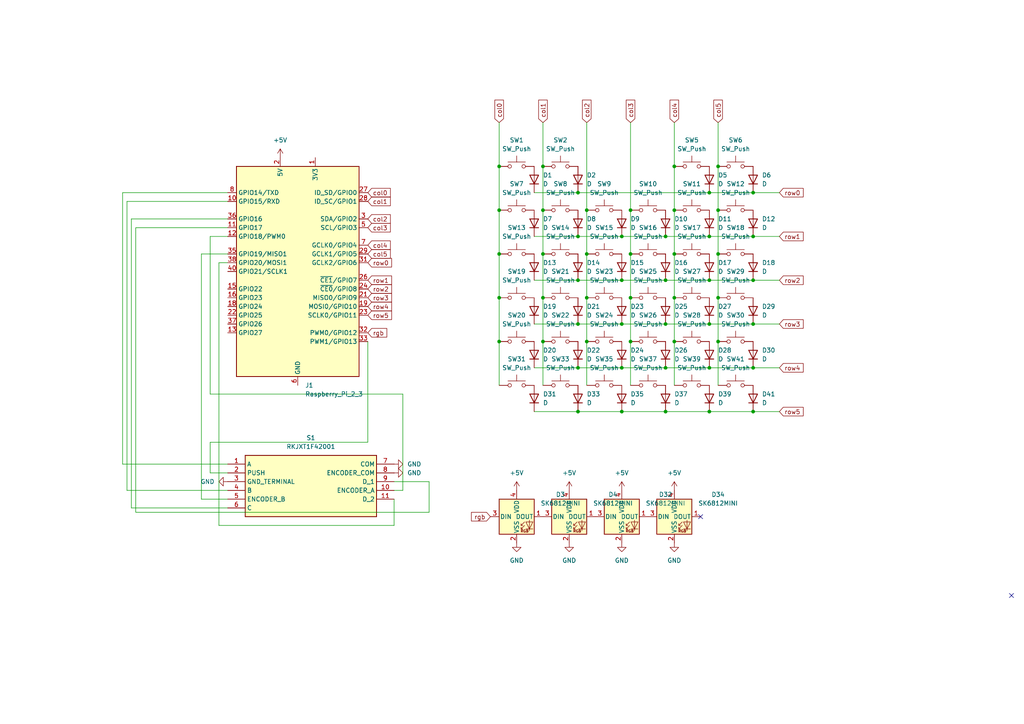
<source format=kicad_sch>
(kicad_sch
	(version 20250114)
	(generator "eeschema")
	(generator_version "9.0")
	(uuid "5c54f363-e537-46af-a9a8-21a5fea41587")
	(paper "A4")
	(lib_symbols
		(symbol "Connector:Raspberry_Pi_2_3"
			(exclude_from_sim no)
			(in_bom yes)
			(on_board yes)
			(property "Reference" "J"
				(at -17.78 31.75 0)
				(effects
					(font
						(size 1.27 1.27)
					)
					(justify left bottom)
				)
			)
			(property "Value" "Raspberry_Pi_2_3"
				(at 10.16 -31.75 0)
				(effects
					(font
						(size 1.27 1.27)
					)
					(justify left top)
				)
			)
			(property "Footprint" ""
				(at 0 0 0)
				(effects
					(font
						(size 1.27 1.27)
					)
					(hide yes)
				)
			)
			(property "Datasheet" "https://www.raspberrypi.org/documentation/hardware/raspberrypi/schematics/rpi_SCH_3bplus_1p0_reduced.pdf"
				(at 60.96 -44.45 0)
				(effects
					(font
						(size 1.27 1.27)
					)
					(hide yes)
				)
			)
			(property "Description" "expansion header for Raspberry Pi 2 & 3"
				(at 0 0 0)
				(effects
					(font
						(size 1.27 1.27)
					)
					(hide yes)
				)
			)
			(property "ki_keywords" "raspberrypi gpio"
				(at 0 0 0)
				(effects
					(font
						(size 1.27 1.27)
					)
					(hide yes)
				)
			)
			(property "ki_fp_filters" "PinHeader*2x20*P2.54mm*Vertical* PinSocket*2x20*P2.54mm*Vertical*"
				(at 0 0 0)
				(effects
					(font
						(size 1.27 1.27)
					)
					(hide yes)
				)
			)
			(symbol "Raspberry_Pi_2_3_0_1"
				(rectangle
					(start -17.78 30.48)
					(end 17.78 -30.48)
					(stroke
						(width 0.254)
						(type default)
					)
					(fill
						(type background)
					)
				)
			)
			(symbol "Raspberry_Pi_2_3_1_1"
				(pin bidirectional line
					(at -20.32 22.86 0)
					(length 2.54)
					(name "GPIO14/TXD"
						(effects
							(font
								(size 1.27 1.27)
							)
						)
					)
					(number "8"
						(effects
							(font
								(size 1.27 1.27)
							)
						)
					)
				)
				(pin bidirectional line
					(at -20.32 20.32 0)
					(length 2.54)
					(name "GPIO15/RXD"
						(effects
							(font
								(size 1.27 1.27)
							)
						)
					)
					(number "10"
						(effects
							(font
								(size 1.27 1.27)
							)
						)
					)
				)
				(pin bidirectional line
					(at -20.32 15.24 0)
					(length 2.54)
					(name "GPIO16"
						(effects
							(font
								(size 1.27 1.27)
							)
						)
					)
					(number "36"
						(effects
							(font
								(size 1.27 1.27)
							)
						)
					)
				)
				(pin bidirectional line
					(at -20.32 12.7 0)
					(length 2.54)
					(name "GPIO17"
						(effects
							(font
								(size 1.27 1.27)
							)
						)
					)
					(number "11"
						(effects
							(font
								(size 1.27 1.27)
							)
						)
					)
				)
				(pin bidirectional line
					(at -20.32 10.16 0)
					(length 2.54)
					(name "GPIO18/PWM0"
						(effects
							(font
								(size 1.27 1.27)
							)
						)
					)
					(number "12"
						(effects
							(font
								(size 1.27 1.27)
							)
						)
					)
				)
				(pin bidirectional line
					(at -20.32 5.08 0)
					(length 2.54)
					(name "GPIO19/MISO1"
						(effects
							(font
								(size 1.27 1.27)
							)
						)
					)
					(number "35"
						(effects
							(font
								(size 1.27 1.27)
							)
						)
					)
				)
				(pin bidirectional line
					(at -20.32 2.54 0)
					(length 2.54)
					(name "GPIO20/MOSI1"
						(effects
							(font
								(size 1.27 1.27)
							)
						)
					)
					(number "38"
						(effects
							(font
								(size 1.27 1.27)
							)
						)
					)
				)
				(pin bidirectional line
					(at -20.32 0 0)
					(length 2.54)
					(name "GPIO21/SCLK1"
						(effects
							(font
								(size 1.27 1.27)
							)
						)
					)
					(number "40"
						(effects
							(font
								(size 1.27 1.27)
							)
						)
					)
				)
				(pin bidirectional line
					(at -20.32 -5.08 0)
					(length 2.54)
					(name "GPIO22"
						(effects
							(font
								(size 1.27 1.27)
							)
						)
					)
					(number "15"
						(effects
							(font
								(size 1.27 1.27)
							)
						)
					)
				)
				(pin bidirectional line
					(at -20.32 -7.62 0)
					(length 2.54)
					(name "GPIO23"
						(effects
							(font
								(size 1.27 1.27)
							)
						)
					)
					(number "16"
						(effects
							(font
								(size 1.27 1.27)
							)
						)
					)
				)
				(pin bidirectional line
					(at -20.32 -10.16 0)
					(length 2.54)
					(name "GPIO24"
						(effects
							(font
								(size 1.27 1.27)
							)
						)
					)
					(number "18"
						(effects
							(font
								(size 1.27 1.27)
							)
						)
					)
				)
				(pin bidirectional line
					(at -20.32 -12.7 0)
					(length 2.54)
					(name "GPIO25"
						(effects
							(font
								(size 1.27 1.27)
							)
						)
					)
					(number "22"
						(effects
							(font
								(size 1.27 1.27)
							)
						)
					)
				)
				(pin bidirectional line
					(at -20.32 -15.24 0)
					(length 2.54)
					(name "GPIO26"
						(effects
							(font
								(size 1.27 1.27)
							)
						)
					)
					(number "37"
						(effects
							(font
								(size 1.27 1.27)
							)
						)
					)
				)
				(pin bidirectional line
					(at -20.32 -17.78 0)
					(length 2.54)
					(name "GPIO27"
						(effects
							(font
								(size 1.27 1.27)
							)
						)
					)
					(number "13"
						(effects
							(font
								(size 1.27 1.27)
							)
						)
					)
				)
				(pin power_in line
					(at -5.08 33.02 270)
					(length 2.54)
					(name "5V"
						(effects
							(font
								(size 1.27 1.27)
							)
						)
					)
					(number "2"
						(effects
							(font
								(size 1.27 1.27)
							)
						)
					)
				)
				(pin passive line
					(at -5.08 33.02 270)
					(length 2.54)
					(hide yes)
					(name "5V"
						(effects
							(font
								(size 1.27 1.27)
							)
						)
					)
					(number "4"
						(effects
							(font
								(size 1.27 1.27)
							)
						)
					)
				)
				(pin passive line
					(at 0 -33.02 90)
					(length 2.54)
					(hide yes)
					(name "GND"
						(effects
							(font
								(size 1.27 1.27)
							)
						)
					)
					(number "14"
						(effects
							(font
								(size 1.27 1.27)
							)
						)
					)
				)
				(pin passive line
					(at 0 -33.02 90)
					(length 2.54)
					(hide yes)
					(name "GND"
						(effects
							(font
								(size 1.27 1.27)
							)
						)
					)
					(number "20"
						(effects
							(font
								(size 1.27 1.27)
							)
						)
					)
				)
				(pin passive line
					(at 0 -33.02 90)
					(length 2.54)
					(hide yes)
					(name "GND"
						(effects
							(font
								(size 1.27 1.27)
							)
						)
					)
					(number "25"
						(effects
							(font
								(size 1.27 1.27)
							)
						)
					)
				)
				(pin passive line
					(at 0 -33.02 90)
					(length 2.54)
					(hide yes)
					(name "GND"
						(effects
							(font
								(size 1.27 1.27)
							)
						)
					)
					(number "30"
						(effects
							(font
								(size 1.27 1.27)
							)
						)
					)
				)
				(pin passive line
					(at 0 -33.02 90)
					(length 2.54)
					(hide yes)
					(name "GND"
						(effects
							(font
								(size 1.27 1.27)
							)
						)
					)
					(number "34"
						(effects
							(font
								(size 1.27 1.27)
							)
						)
					)
				)
				(pin passive line
					(at 0 -33.02 90)
					(length 2.54)
					(hide yes)
					(name "GND"
						(effects
							(font
								(size 1.27 1.27)
							)
						)
					)
					(number "39"
						(effects
							(font
								(size 1.27 1.27)
							)
						)
					)
				)
				(pin power_in line
					(at 0 -33.02 90)
					(length 2.54)
					(name "GND"
						(effects
							(font
								(size 1.27 1.27)
							)
						)
					)
					(number "6"
						(effects
							(font
								(size 1.27 1.27)
							)
						)
					)
				)
				(pin passive line
					(at 0 -33.02 90)
					(length 2.54)
					(hide yes)
					(name "GND"
						(effects
							(font
								(size 1.27 1.27)
							)
						)
					)
					(number "9"
						(effects
							(font
								(size 1.27 1.27)
							)
						)
					)
				)
				(pin power_in line
					(at 5.08 33.02 270)
					(length 2.54)
					(name "3V3"
						(effects
							(font
								(size 1.27 1.27)
							)
						)
					)
					(number "1"
						(effects
							(font
								(size 1.27 1.27)
							)
						)
					)
				)
				(pin passive line
					(at 5.08 33.02 270)
					(length 2.54)
					(hide yes)
					(name "3V3"
						(effects
							(font
								(size 1.27 1.27)
							)
						)
					)
					(number "17"
						(effects
							(font
								(size 1.27 1.27)
							)
						)
					)
				)
				(pin bidirectional line
					(at 20.32 22.86 180)
					(length 2.54)
					(name "ID_SD/GPIO0"
						(effects
							(font
								(size 1.27 1.27)
							)
						)
					)
					(number "27"
						(effects
							(font
								(size 1.27 1.27)
							)
						)
					)
				)
				(pin bidirectional line
					(at 20.32 20.32 180)
					(length 2.54)
					(name "ID_SC/GPIO1"
						(effects
							(font
								(size 1.27 1.27)
							)
						)
					)
					(number "28"
						(effects
							(font
								(size 1.27 1.27)
							)
						)
					)
				)
				(pin bidirectional line
					(at 20.32 15.24 180)
					(length 2.54)
					(name "SDA/GPIO2"
						(effects
							(font
								(size 1.27 1.27)
							)
						)
					)
					(number "3"
						(effects
							(font
								(size 1.27 1.27)
							)
						)
					)
				)
				(pin bidirectional line
					(at 20.32 12.7 180)
					(length 2.54)
					(name "SCL/GPIO3"
						(effects
							(font
								(size 1.27 1.27)
							)
						)
					)
					(number "5"
						(effects
							(font
								(size 1.27 1.27)
							)
						)
					)
				)
				(pin bidirectional line
					(at 20.32 7.62 180)
					(length 2.54)
					(name "GCLK0/GPIO4"
						(effects
							(font
								(size 1.27 1.27)
							)
						)
					)
					(number "7"
						(effects
							(font
								(size 1.27 1.27)
							)
						)
					)
				)
				(pin bidirectional line
					(at 20.32 5.08 180)
					(length 2.54)
					(name "GCLK1/GPIO5"
						(effects
							(font
								(size 1.27 1.27)
							)
						)
					)
					(number "29"
						(effects
							(font
								(size 1.27 1.27)
							)
						)
					)
				)
				(pin bidirectional line
					(at 20.32 2.54 180)
					(length 2.54)
					(name "GCLK2/GPIO6"
						(effects
							(font
								(size 1.27 1.27)
							)
						)
					)
					(number "31"
						(effects
							(font
								(size 1.27 1.27)
							)
						)
					)
				)
				(pin bidirectional line
					(at 20.32 -2.54 180)
					(length 2.54)
					(name "~{CE1}/GPIO7"
						(effects
							(font
								(size 1.27 1.27)
							)
						)
					)
					(number "26"
						(effects
							(font
								(size 1.27 1.27)
							)
						)
					)
				)
				(pin bidirectional line
					(at 20.32 -5.08 180)
					(length 2.54)
					(name "~{CE0}/GPIO8"
						(effects
							(font
								(size 1.27 1.27)
							)
						)
					)
					(number "24"
						(effects
							(font
								(size 1.27 1.27)
							)
						)
					)
				)
				(pin bidirectional line
					(at 20.32 -7.62 180)
					(length 2.54)
					(name "MISO0/GPIO9"
						(effects
							(font
								(size 1.27 1.27)
							)
						)
					)
					(number "21"
						(effects
							(font
								(size 1.27 1.27)
							)
						)
					)
				)
				(pin bidirectional line
					(at 20.32 -10.16 180)
					(length 2.54)
					(name "MOSI0/GPIO10"
						(effects
							(font
								(size 1.27 1.27)
							)
						)
					)
					(number "19"
						(effects
							(font
								(size 1.27 1.27)
							)
						)
					)
				)
				(pin bidirectional line
					(at 20.32 -12.7 180)
					(length 2.54)
					(name "SCLK0/GPIO11"
						(effects
							(font
								(size 1.27 1.27)
							)
						)
					)
					(number "23"
						(effects
							(font
								(size 1.27 1.27)
							)
						)
					)
				)
				(pin bidirectional line
					(at 20.32 -17.78 180)
					(length 2.54)
					(name "PWM0/GPIO12"
						(effects
							(font
								(size 1.27 1.27)
							)
						)
					)
					(number "32"
						(effects
							(font
								(size 1.27 1.27)
							)
						)
					)
				)
				(pin bidirectional line
					(at 20.32 -20.32 180)
					(length 2.54)
					(name "PWM1/GPIO13"
						(effects
							(font
								(size 1.27 1.27)
							)
						)
					)
					(number "33"
						(effects
							(font
								(size 1.27 1.27)
							)
						)
					)
				)
			)
			(embedded_fonts no)
		)
		(symbol "Device:D"
			(pin_numbers
				(hide yes)
			)
			(pin_names
				(offset 1.016)
				(hide yes)
			)
			(exclude_from_sim no)
			(in_bom yes)
			(on_board yes)
			(property "Reference" "D"
				(at 0 2.54 0)
				(effects
					(font
						(size 1.27 1.27)
					)
				)
			)
			(property "Value" "D"
				(at 0 -2.54 0)
				(effects
					(font
						(size 1.27 1.27)
					)
				)
			)
			(property "Footprint" ""
				(at 0 0 0)
				(effects
					(font
						(size 1.27 1.27)
					)
					(hide yes)
				)
			)
			(property "Datasheet" "~"
				(at 0 0 0)
				(effects
					(font
						(size 1.27 1.27)
					)
					(hide yes)
				)
			)
			(property "Description" "Diode"
				(at 0 0 0)
				(effects
					(font
						(size 1.27 1.27)
					)
					(hide yes)
				)
			)
			(property "Sim.Device" "D"
				(at 0 0 0)
				(effects
					(font
						(size 1.27 1.27)
					)
					(hide yes)
				)
			)
			(property "Sim.Pins" "1=K 2=A"
				(at 0 0 0)
				(effects
					(font
						(size 1.27 1.27)
					)
					(hide yes)
				)
			)
			(property "ki_keywords" "diode"
				(at 0 0 0)
				(effects
					(font
						(size 1.27 1.27)
					)
					(hide yes)
				)
			)
			(property "ki_fp_filters" "TO-???* *_Diode_* *SingleDiode* D_*"
				(at 0 0 0)
				(effects
					(font
						(size 1.27 1.27)
					)
					(hide yes)
				)
			)
			(symbol "D_0_1"
				(polyline
					(pts
						(xy -1.27 1.27) (xy -1.27 -1.27)
					)
					(stroke
						(width 0.254)
						(type default)
					)
					(fill
						(type none)
					)
				)
				(polyline
					(pts
						(xy 1.27 1.27) (xy 1.27 -1.27) (xy -1.27 0) (xy 1.27 1.27)
					)
					(stroke
						(width 0.254)
						(type default)
					)
					(fill
						(type none)
					)
				)
				(polyline
					(pts
						(xy 1.27 0) (xy -1.27 0)
					)
					(stroke
						(width 0)
						(type default)
					)
					(fill
						(type none)
					)
				)
			)
			(symbol "D_1_1"
				(pin passive line
					(at -3.81 0 0)
					(length 2.54)
					(name "K"
						(effects
							(font
								(size 1.27 1.27)
							)
						)
					)
					(number "1"
						(effects
							(font
								(size 1.27 1.27)
							)
						)
					)
				)
				(pin passive line
					(at 3.81 0 180)
					(length 2.54)
					(name "A"
						(effects
							(font
								(size 1.27 1.27)
							)
						)
					)
					(number "2"
						(effects
							(font
								(size 1.27 1.27)
							)
						)
					)
				)
			)
			(embedded_fonts no)
		)
		(symbol "LED:SK6812MINI"
			(pin_names
				(offset 0.254)
			)
			(exclude_from_sim no)
			(in_bom yes)
			(on_board yes)
			(property "Reference" "D"
				(at 5.08 5.715 0)
				(effects
					(font
						(size 1.27 1.27)
					)
					(justify right bottom)
				)
			)
			(property "Value" "SK6812MINI"
				(at 1.27 -5.715 0)
				(effects
					(font
						(size 1.27 1.27)
					)
					(justify left top)
				)
			)
			(property "Footprint" "LED_SMD:LED_SK6812MINI_PLCC4_3.5x3.5mm_P1.75mm"
				(at 1.27 -7.62 0)
				(effects
					(font
						(size 1.27 1.27)
					)
					(justify left top)
					(hide yes)
				)
			)
			(property "Datasheet" "https://cdn-shop.adafruit.com/product-files/2686/SK6812MINI_REV.01-1-2.pdf"
				(at 2.54 -9.525 0)
				(effects
					(font
						(size 1.27 1.27)
					)
					(justify left top)
					(hide yes)
				)
			)
			(property "Description" "RGB LED with integrated controller"
				(at 0 0 0)
				(effects
					(font
						(size 1.27 1.27)
					)
					(hide yes)
				)
			)
			(property "ki_keywords" "RGB LED NeoPixel Mini addressable"
				(at 0 0 0)
				(effects
					(font
						(size 1.27 1.27)
					)
					(hide yes)
				)
			)
			(property "ki_fp_filters" "LED*SK6812MINI*PLCC*3.5x3.5mm*P1.75mm*"
				(at 0 0 0)
				(effects
					(font
						(size 1.27 1.27)
					)
					(hide yes)
				)
			)
			(symbol "SK6812MINI_0_0"
				(text "RGB"
					(at 2.286 -4.191 0)
					(effects
						(font
							(size 0.762 0.762)
						)
					)
				)
			)
			(symbol "SK6812MINI_0_1"
				(polyline
					(pts
						(xy 1.27 -2.54) (xy 1.778 -2.54)
					)
					(stroke
						(width 0)
						(type default)
					)
					(fill
						(type none)
					)
				)
				(polyline
					(pts
						(xy 1.27 -3.556) (xy 1.778 -3.556)
					)
					(stroke
						(width 0)
						(type default)
					)
					(fill
						(type none)
					)
				)
				(polyline
					(pts
						(xy 2.286 -1.524) (xy 1.27 -2.54) (xy 1.27 -2.032)
					)
					(stroke
						(width 0)
						(type default)
					)
					(fill
						(type none)
					)
				)
				(polyline
					(pts
						(xy 2.286 -2.54) (xy 1.27 -3.556) (xy 1.27 -3.048)
					)
					(stroke
						(width 0)
						(type default)
					)
					(fill
						(type none)
					)
				)
				(polyline
					(pts
						(xy 3.683 -1.016) (xy 3.683 -3.556) (xy 3.683 -4.064)
					)
					(stroke
						(width 0)
						(type default)
					)
					(fill
						(type none)
					)
				)
				(polyline
					(pts
						(xy 4.699 -1.524) (xy 2.667 -1.524) (xy 3.683 -3.556) (xy 4.699 -1.524)
					)
					(stroke
						(width 0)
						(type default)
					)
					(fill
						(type none)
					)
				)
				(polyline
					(pts
						(xy 4.699 -3.556) (xy 2.667 -3.556)
					)
					(stroke
						(width 0)
						(type default)
					)
					(fill
						(type none)
					)
				)
				(rectangle
					(start 5.08 5.08)
					(end -5.08 -5.08)
					(stroke
						(width 0.254)
						(type default)
					)
					(fill
						(type background)
					)
				)
			)
			(symbol "SK6812MINI_1_1"
				(pin input line
					(at -7.62 0 0)
					(length 2.54)
					(name "DIN"
						(effects
							(font
								(size 1.27 1.27)
							)
						)
					)
					(number "3"
						(effects
							(font
								(size 1.27 1.27)
							)
						)
					)
				)
				(pin power_in line
					(at 0 7.62 270)
					(length 2.54)
					(name "VDD"
						(effects
							(font
								(size 1.27 1.27)
							)
						)
					)
					(number "4"
						(effects
							(font
								(size 1.27 1.27)
							)
						)
					)
				)
				(pin power_in line
					(at 0 -7.62 90)
					(length 2.54)
					(name "VSS"
						(effects
							(font
								(size 1.27 1.27)
							)
						)
					)
					(number "2"
						(effects
							(font
								(size 1.27 1.27)
							)
						)
					)
				)
				(pin output line
					(at 7.62 0 180)
					(length 2.54)
					(name "DOUT"
						(effects
							(font
								(size 1.27 1.27)
							)
						)
					)
					(number "1"
						(effects
							(font
								(size 1.27 1.27)
							)
						)
					)
				)
			)
			(embedded_fonts no)
		)
		(symbol "RKJXT1F42001:RKJXT1F42001"
			(exclude_from_sim no)
			(in_bom yes)
			(on_board yes)
			(property "Reference" "S"
				(at 44.45 7.62 0)
				(effects
					(font
						(size 1.27 1.27)
					)
					(justify left top)
				)
			)
			(property "Value" "RKJXT1F42001"
				(at 44.45 5.08 0)
				(effects
					(font
						(size 1.27 1.27)
					)
					(justify left top)
				)
			)
			(property "Footprint" "RKJXT1F42001"
				(at 44.45 -94.92 0)
				(effects
					(font
						(size 1.27 1.27)
					)
					(justify left top)
					(hide yes)
				)
			)
			(property "Datasheet" "http://www.alps.com/prod/info/E/HTML/MultiControl/Switch/RKJXT/RKJXT1F42001.html"
				(at 44.45 -194.92 0)
				(effects
					(font
						(size 1.27 1.27)
					)
					(justify left top)
					(hide yes)
				)
			)
			(property "Description" "Multi-Directional Switches 4 drectnl swtch cntr push w/ an encoder"
				(at 0 0 0)
				(effects
					(font
						(size 1.27 1.27)
					)
					(hide yes)
				)
			)
			(property "Height" "17"
				(at 44.45 -394.92 0)
				(effects
					(font
						(size 1.27 1.27)
					)
					(justify left top)
					(hide yes)
				)
			)
			(property "Manufacturer_Name" "ALPS Electric"
				(at 44.45 -494.92 0)
				(effects
					(font
						(size 1.27 1.27)
					)
					(justify left top)
					(hide yes)
				)
			)
			(property "Manufacturer_Part_Number" "RKJXT1F42001"
				(at 44.45 -594.92 0)
				(effects
					(font
						(size 1.27 1.27)
					)
					(justify left top)
					(hide yes)
				)
			)
			(property "Mouser Part Number" "688-RKJXT1F42001"
				(at 44.45 -694.92 0)
				(effects
					(font
						(size 1.27 1.27)
					)
					(justify left top)
					(hide yes)
				)
			)
			(property "Mouser Price/Stock" "https://www.mouser.co.uk/ProductDetail/Alps-Alpine/RKJXT1F42001?qs=6EGMNY9ZYDTsBzSTrhiL0w%3D%3D"
				(at 44.45 -794.92 0)
				(effects
					(font
						(size 1.27 1.27)
					)
					(justify left top)
					(hide yes)
				)
			)
			(property "Arrow Part Number" ""
				(at 44.45 -894.92 0)
				(effects
					(font
						(size 1.27 1.27)
					)
					(justify left top)
					(hide yes)
				)
			)
			(property "Arrow Price/Stock" ""
				(at 44.45 -994.92 0)
				(effects
					(font
						(size 1.27 1.27)
					)
					(justify left top)
					(hide yes)
				)
			)
			(symbol "RKJXT1F42001_1_1"
				(rectangle
					(start 5.08 2.54)
					(end 43.18 -15.24)
					(stroke
						(width 0.254)
						(type default)
					)
					(fill
						(type background)
					)
				)
				(pin passive line
					(at 0 0 0)
					(length 5.08)
					(name "A"
						(effects
							(font
								(size 1.27 1.27)
							)
						)
					)
					(number "1"
						(effects
							(font
								(size 1.27 1.27)
							)
						)
					)
				)
				(pin passive line
					(at 0 -2.54 0)
					(length 5.08)
					(name "PUSH"
						(effects
							(font
								(size 1.27 1.27)
							)
						)
					)
					(number "2"
						(effects
							(font
								(size 1.27 1.27)
							)
						)
					)
				)
				(pin passive line
					(at 0 -5.08 0)
					(length 5.08)
					(name "GND_TERMINAL"
						(effects
							(font
								(size 1.27 1.27)
							)
						)
					)
					(number "3"
						(effects
							(font
								(size 1.27 1.27)
							)
						)
					)
				)
				(pin passive line
					(at 0 -7.62 0)
					(length 5.08)
					(name "B"
						(effects
							(font
								(size 1.27 1.27)
							)
						)
					)
					(number "4"
						(effects
							(font
								(size 1.27 1.27)
							)
						)
					)
				)
				(pin passive line
					(at 0 -10.16 0)
					(length 5.08)
					(name "ENCODER_B"
						(effects
							(font
								(size 1.27 1.27)
							)
						)
					)
					(number "5"
						(effects
							(font
								(size 1.27 1.27)
							)
						)
					)
				)
				(pin passive line
					(at 0 -12.7 0)
					(length 5.08)
					(name "C"
						(effects
							(font
								(size 1.27 1.27)
							)
						)
					)
					(number "6"
						(effects
							(font
								(size 1.27 1.27)
							)
						)
					)
				)
				(pin passive line
					(at 48.26 0 180)
					(length 5.08)
					(name "COM"
						(effects
							(font
								(size 1.27 1.27)
							)
						)
					)
					(number "7"
						(effects
							(font
								(size 1.27 1.27)
							)
						)
					)
				)
				(pin passive line
					(at 48.26 -2.54 180)
					(length 5.08)
					(name "ENCODER_COM"
						(effects
							(font
								(size 1.27 1.27)
							)
						)
					)
					(number "8"
						(effects
							(font
								(size 1.27 1.27)
							)
						)
					)
				)
				(pin passive line
					(at 48.26 -5.08 180)
					(length 5.08)
					(name "D_1"
						(effects
							(font
								(size 1.27 1.27)
							)
						)
					)
					(number "9"
						(effects
							(font
								(size 1.27 1.27)
							)
						)
					)
				)
				(pin passive line
					(at 48.26 -7.62 180)
					(length 5.08)
					(name "ENCODER_A"
						(effects
							(font
								(size 1.27 1.27)
							)
						)
					)
					(number "10"
						(effects
							(font
								(size 1.27 1.27)
							)
						)
					)
				)
				(pin passive line
					(at 48.26 -10.16 180)
					(length 5.08)
					(name "D_2"
						(effects
							(font
								(size 1.27 1.27)
							)
						)
					)
					(number "11"
						(effects
							(font
								(size 1.27 1.27)
							)
						)
					)
				)
			)
			(embedded_fonts no)
		)
		(symbol "Switch:SW_Push"
			(pin_numbers
				(hide yes)
			)
			(pin_names
				(offset 1.016)
				(hide yes)
			)
			(exclude_from_sim no)
			(in_bom yes)
			(on_board yes)
			(property "Reference" "SW"
				(at 1.27 2.54 0)
				(effects
					(font
						(size 1.27 1.27)
					)
					(justify left)
				)
			)
			(property "Value" "SW_Push"
				(at 0 -1.524 0)
				(effects
					(font
						(size 1.27 1.27)
					)
				)
			)
			(property "Footprint" ""
				(at 0 5.08 0)
				(effects
					(font
						(size 1.27 1.27)
					)
					(hide yes)
				)
			)
			(property "Datasheet" "~"
				(at 0 5.08 0)
				(effects
					(font
						(size 1.27 1.27)
					)
					(hide yes)
				)
			)
			(property "Description" "Push button switch, generic, two pins"
				(at 0 0 0)
				(effects
					(font
						(size 1.27 1.27)
					)
					(hide yes)
				)
			)
			(property "ki_keywords" "switch normally-open pushbutton push-button"
				(at 0 0 0)
				(effects
					(font
						(size 1.27 1.27)
					)
					(hide yes)
				)
			)
			(symbol "SW_Push_0_1"
				(circle
					(center -2.032 0)
					(radius 0.508)
					(stroke
						(width 0)
						(type default)
					)
					(fill
						(type none)
					)
				)
				(polyline
					(pts
						(xy 0 1.27) (xy 0 3.048)
					)
					(stroke
						(width 0)
						(type default)
					)
					(fill
						(type none)
					)
				)
				(circle
					(center 2.032 0)
					(radius 0.508)
					(stroke
						(width 0)
						(type default)
					)
					(fill
						(type none)
					)
				)
				(polyline
					(pts
						(xy 2.54 1.27) (xy -2.54 1.27)
					)
					(stroke
						(width 0)
						(type default)
					)
					(fill
						(type none)
					)
				)
				(pin passive line
					(at -5.08 0 0)
					(length 2.54)
					(name "1"
						(effects
							(font
								(size 1.27 1.27)
							)
						)
					)
					(number "1"
						(effects
							(font
								(size 1.27 1.27)
							)
						)
					)
				)
				(pin passive line
					(at 5.08 0 180)
					(length 2.54)
					(name "2"
						(effects
							(font
								(size 1.27 1.27)
							)
						)
					)
					(number "2"
						(effects
							(font
								(size 1.27 1.27)
							)
						)
					)
				)
			)
			(embedded_fonts no)
		)
		(symbol "power:+5V"
			(power)
			(pin_numbers
				(hide yes)
			)
			(pin_names
				(offset 0)
				(hide yes)
			)
			(exclude_from_sim no)
			(in_bom yes)
			(on_board yes)
			(property "Reference" "#PWR"
				(at 0 -3.81 0)
				(effects
					(font
						(size 1.27 1.27)
					)
					(hide yes)
				)
			)
			(property "Value" "+5V"
				(at 0 3.556 0)
				(effects
					(font
						(size 1.27 1.27)
					)
				)
			)
			(property "Footprint" ""
				(at 0 0 0)
				(effects
					(font
						(size 1.27 1.27)
					)
					(hide yes)
				)
			)
			(property "Datasheet" ""
				(at 0 0 0)
				(effects
					(font
						(size 1.27 1.27)
					)
					(hide yes)
				)
			)
			(property "Description" "Power symbol creates a global label with name \"+5V\""
				(at 0 0 0)
				(effects
					(font
						(size 1.27 1.27)
					)
					(hide yes)
				)
			)
			(property "ki_keywords" "global power"
				(at 0 0 0)
				(effects
					(font
						(size 1.27 1.27)
					)
					(hide yes)
				)
			)
			(symbol "+5V_0_1"
				(polyline
					(pts
						(xy -0.762 1.27) (xy 0 2.54)
					)
					(stroke
						(width 0)
						(type default)
					)
					(fill
						(type none)
					)
				)
				(polyline
					(pts
						(xy 0 2.54) (xy 0.762 1.27)
					)
					(stroke
						(width 0)
						(type default)
					)
					(fill
						(type none)
					)
				)
				(polyline
					(pts
						(xy 0 0) (xy 0 2.54)
					)
					(stroke
						(width 0)
						(type default)
					)
					(fill
						(type none)
					)
				)
			)
			(symbol "+5V_1_1"
				(pin power_in line
					(at 0 0 90)
					(length 0)
					(name "~"
						(effects
							(font
								(size 1.27 1.27)
							)
						)
					)
					(number "1"
						(effects
							(font
								(size 1.27 1.27)
							)
						)
					)
				)
			)
			(embedded_fonts no)
		)
		(symbol "power:GND"
			(power)
			(pin_numbers
				(hide yes)
			)
			(pin_names
				(offset 0)
				(hide yes)
			)
			(exclude_from_sim no)
			(in_bom yes)
			(on_board yes)
			(property "Reference" "#PWR"
				(at 0 -6.35 0)
				(effects
					(font
						(size 1.27 1.27)
					)
					(hide yes)
				)
			)
			(property "Value" "GND"
				(at 0 -3.81 0)
				(effects
					(font
						(size 1.27 1.27)
					)
				)
			)
			(property "Footprint" ""
				(at 0 0 0)
				(effects
					(font
						(size 1.27 1.27)
					)
					(hide yes)
				)
			)
			(property "Datasheet" ""
				(at 0 0 0)
				(effects
					(font
						(size 1.27 1.27)
					)
					(hide yes)
				)
			)
			(property "Description" "Power symbol creates a global label with name \"GND\" , ground"
				(at 0 0 0)
				(effects
					(font
						(size 1.27 1.27)
					)
					(hide yes)
				)
			)
			(property "ki_keywords" "global power"
				(at 0 0 0)
				(effects
					(font
						(size 1.27 1.27)
					)
					(hide yes)
				)
			)
			(symbol "GND_0_1"
				(polyline
					(pts
						(xy 0 0) (xy 0 -1.27) (xy 1.27 -1.27) (xy 0 -2.54) (xy -1.27 -1.27) (xy 0 -1.27)
					)
					(stroke
						(width 0)
						(type default)
					)
					(fill
						(type none)
					)
				)
			)
			(symbol "GND_1_1"
				(pin power_in line
					(at 0 0 270)
					(length 0)
					(name "~"
						(effects
							(font
								(size 1.27 1.27)
							)
						)
					)
					(number "1"
						(effects
							(font
								(size 1.27 1.27)
							)
						)
					)
				)
			)
			(embedded_fonts no)
		)
	)
	(junction
		(at 167.64 68.58)
		(diameter 0)
		(color 0 0 0 0)
		(uuid "034496a8-67f5-45ee-9617-19e2ae83049d")
	)
	(junction
		(at 218.44 55.88)
		(diameter 0)
		(color 0 0 0 0)
		(uuid "0539978e-00a7-4916-8a44-56ff5e5aa985")
	)
	(junction
		(at 182.88 99.06)
		(diameter 0)
		(color 0 0 0 0)
		(uuid "0629a647-ff1c-4a31-89cd-0b2df496a680")
	)
	(junction
		(at 180.34 68.58)
		(diameter 0)
		(color 0 0 0 0)
		(uuid "0c6f8fc7-446a-4a37-b347-cc24bc8cc4b5")
	)
	(junction
		(at 193.04 68.58)
		(diameter 0)
		(color 0 0 0 0)
		(uuid "0e6e1022-b40e-4bec-ac65-ec7091c51792")
	)
	(junction
		(at 205.74 119.38)
		(diameter 0)
		(color 0 0 0 0)
		(uuid "12b70fde-93f7-4c34-9ab4-456651dffacf")
	)
	(junction
		(at 193.04 93.98)
		(diameter 0)
		(color 0 0 0 0)
		(uuid "140f25e2-5b04-4c31-b1b1-8293f7c3566a")
	)
	(junction
		(at 208.28 48.26)
		(diameter 0)
		(color 0 0 0 0)
		(uuid "16f6a072-c78d-4c9e-9afb-a50601131d97")
	)
	(junction
		(at 167.64 55.88)
		(diameter 0)
		(color 0 0 0 0)
		(uuid "18ca7d87-a33c-4d43-bc36-282ddaf58cb7")
	)
	(junction
		(at 195.58 99.06)
		(diameter 0)
		(color 0 0 0 0)
		(uuid "1bca5de3-ea54-4840-ba97-cf0b720f2bda")
	)
	(junction
		(at 218.44 93.98)
		(diameter 0)
		(color 0 0 0 0)
		(uuid "2420c69b-d3ac-4817-a6a7-adf3f529222d")
	)
	(junction
		(at 144.78 99.06)
		(diameter 0)
		(color 0 0 0 0)
		(uuid "24c6a859-f478-42f9-968a-f906ddbd65c8")
	)
	(junction
		(at 180.34 119.38)
		(diameter 0)
		(color 0 0 0 0)
		(uuid "25a6bc4f-89cd-437f-8e2b-e238178da5ca")
	)
	(junction
		(at 180.34 81.28)
		(diameter 0)
		(color 0 0 0 0)
		(uuid "2ea4786e-4703-4777-9e15-33766342b1b7")
	)
	(junction
		(at 157.48 86.36)
		(diameter 0)
		(color 0 0 0 0)
		(uuid "39a2f9e8-7927-4550-9a0c-99214fdae3b9")
	)
	(junction
		(at 218.44 106.68)
		(diameter 0)
		(color 0 0 0 0)
		(uuid "3c2aee19-3073-4cbb-9f14-420189a130e1")
	)
	(junction
		(at 144.78 73.66)
		(diameter 0)
		(color 0 0 0 0)
		(uuid "3d9f688c-b101-40b7-8d15-1996f38215b1")
	)
	(junction
		(at 180.34 93.98)
		(diameter 0)
		(color 0 0 0 0)
		(uuid "4537ea6b-773a-42ea-a7d7-e0a9319de127")
	)
	(junction
		(at 208.28 86.36)
		(diameter 0)
		(color 0 0 0 0)
		(uuid "47f057bf-e2d9-4cf4-b5d1-0d9055e117b0")
	)
	(junction
		(at 208.28 73.66)
		(diameter 0)
		(color 0 0 0 0)
		(uuid "487d07e3-a657-41b7-a7bf-8d0ff255be25")
	)
	(junction
		(at 195.58 73.66)
		(diameter 0)
		(color 0 0 0 0)
		(uuid "4955b9d7-6e0b-4e0b-b79b-4f9665e7cc4d")
	)
	(junction
		(at 182.88 73.66)
		(diameter 0)
		(color 0 0 0 0)
		(uuid "4bf02e9a-10ec-43b4-ad1b-99d5e4f7a86e")
	)
	(junction
		(at 144.78 86.36)
		(diameter 0)
		(color 0 0 0 0)
		(uuid "4c6fc1d8-701b-4ad9-9d0c-fbe3ff749738")
	)
	(junction
		(at 193.04 106.68)
		(diameter 0)
		(color 0 0 0 0)
		(uuid "4edb247b-9bd9-4fc5-95e6-cc67e95d85a6")
	)
	(junction
		(at 195.58 48.26)
		(diameter 0)
		(color 0 0 0 0)
		(uuid "573dbf6d-9d40-4317-a20f-3718701bb627")
	)
	(junction
		(at 193.04 81.28)
		(diameter 0)
		(color 0 0 0 0)
		(uuid "5aa50dc6-648d-4061-b69e-15e3b06382b0")
	)
	(junction
		(at 170.18 73.66)
		(diameter 0)
		(color 0 0 0 0)
		(uuid "5e4ac2bf-e565-4d7a-8111-9a9208385b20")
	)
	(junction
		(at 205.74 68.58)
		(diameter 0)
		(color 0 0 0 0)
		(uuid "612462e8-45b3-44b2-bd89-dc774121fe24")
	)
	(junction
		(at 205.74 106.68)
		(diameter 0)
		(color 0 0 0 0)
		(uuid "757b9726-2209-40d5-9b9c-b2aa2aa3e8d2")
	)
	(junction
		(at 205.74 93.98)
		(diameter 0)
		(color 0 0 0 0)
		(uuid "75b03814-4306-402c-8eaa-3b625891a40f")
	)
	(junction
		(at 167.64 106.68)
		(diameter 0)
		(color 0 0 0 0)
		(uuid "7754768b-1c94-40f4-b13a-ab0d654ee57e")
	)
	(junction
		(at 182.88 60.96)
		(diameter 0)
		(color 0 0 0 0)
		(uuid "8fe5a50a-7fb1-4252-a052-b8b8d55337ab")
	)
	(junction
		(at 195.58 60.96)
		(diameter 0)
		(color 0 0 0 0)
		(uuid "92bafeb1-0bb5-4074-922e-484ab6388ccf")
	)
	(junction
		(at 167.64 93.98)
		(diameter 0)
		(color 0 0 0 0)
		(uuid "964486a7-6ae3-4a95-a360-49c81168e9e9")
	)
	(junction
		(at 218.44 68.58)
		(diameter 0)
		(color 0 0 0 0)
		(uuid "9b475776-aaa7-4c78-9b1a-876da7e092ec")
	)
	(junction
		(at 170.18 86.36)
		(diameter 0)
		(color 0 0 0 0)
		(uuid "9badb543-4df7-44dc-aa3f-ba04dc3dfd8f")
	)
	(junction
		(at 193.04 119.38)
		(diameter 0)
		(color 0 0 0 0)
		(uuid "a25f66c0-a664-4216-b9ae-bfdc3de0e713")
	)
	(junction
		(at 195.58 86.36)
		(diameter 0)
		(color 0 0 0 0)
		(uuid "a6a821d5-b4e2-4199-8e97-ee5195363e5f")
	)
	(junction
		(at 170.18 99.06)
		(diameter 0)
		(color 0 0 0 0)
		(uuid "a717234a-870d-4360-bf35-b556c5d5b1ee")
	)
	(junction
		(at 157.48 60.96)
		(diameter 0)
		(color 0 0 0 0)
		(uuid "ab0b3c47-6e67-4db2-a390-3ccd15d5081b")
	)
	(junction
		(at 157.48 73.66)
		(diameter 0)
		(color 0 0 0 0)
		(uuid "ace5d949-f25f-4016-9976-4874d12fa5f9")
	)
	(junction
		(at 180.34 106.68)
		(diameter 0)
		(color 0 0 0 0)
		(uuid "aface772-1d28-4d32-b4e4-2092c0be2439")
	)
	(junction
		(at 208.28 99.06)
		(diameter 0)
		(color 0 0 0 0)
		(uuid "bc770f4d-b6b0-404c-b2d5-460203a39d6d")
	)
	(junction
		(at 167.64 81.28)
		(diameter 0)
		(color 0 0 0 0)
		(uuid "c54fed5a-1524-420a-92fb-d182427051f5")
	)
	(junction
		(at 170.18 60.96)
		(diameter 0)
		(color 0 0 0 0)
		(uuid "c65b9f8b-ebdc-4b44-8cdf-e6ac845a71c5")
	)
	(junction
		(at 205.74 81.28)
		(diameter 0)
		(color 0 0 0 0)
		(uuid "ce9ea778-348a-41c0-a428-a8ed1b66c22f")
	)
	(junction
		(at 167.64 119.38)
		(diameter 0)
		(color 0 0 0 0)
		(uuid "d95169dd-4637-4550-824d-99323535b21d")
	)
	(junction
		(at 218.44 81.28)
		(diameter 0)
		(color 0 0 0 0)
		(uuid "d95bc3cf-4c04-445b-8bce-fb5c2448b743")
	)
	(junction
		(at 182.88 86.36)
		(diameter 0)
		(color 0 0 0 0)
		(uuid "de040324-09fc-447e-8d74-75214116629e")
	)
	(junction
		(at 157.48 99.06)
		(diameter 0)
		(color 0 0 0 0)
		(uuid "eeaf67da-f3fb-4bb6-a5ec-4273dc16879f")
	)
	(junction
		(at 144.78 60.96)
		(diameter 0)
		(color 0 0 0 0)
		(uuid "eebb11a0-d5fb-42f1-b60a-0363b581485d")
	)
	(junction
		(at 218.44 119.38)
		(diameter 0)
		(color 0 0 0 0)
		(uuid "f23fc3a3-4840-4388-b9eb-e5eacdf0d038")
	)
	(junction
		(at 144.78 48.26)
		(diameter 0)
		(color 0 0 0 0)
		(uuid "f282a44e-23af-4c26-bcab-53aac5ac9485")
	)
	(junction
		(at 205.74 55.88)
		(diameter 0)
		(color 0 0 0 0)
		(uuid "f647d7c0-5dbc-4ce6-bd95-0e3448cf4454")
	)
	(junction
		(at 157.48 48.26)
		(diameter 0)
		(color 0 0 0 0)
		(uuid "f84ab782-d2f5-4140-b2e1-c84d571e14be")
	)
	(junction
		(at 208.28 60.96)
		(diameter 0)
		(color 0 0 0 0)
		(uuid "fe45b12d-1c8f-430e-a463-743c702f6ef5")
	)
	(no_connect
		(at 293.37 172.72)
		(uuid "14bb7c0d-aa0a-43a0-b696-b599ef500a2d")
	)
	(no_connect
		(at 203.2 149.86)
		(uuid "c39c2b59-3b2e-4f64-b7e7-2d43fbdc56fb")
	)
	(wire
		(pts
			(xy 36.83 142.24) (xy 36.83 58.42)
		)
		(stroke
			(width 0)
			(type default)
		)
		(uuid "007f4567-9bf3-4520-86c5-2f9b9a3ced72")
	)
	(wire
		(pts
			(xy 106.68 99.06) (xy 106.68 128.27)
		)
		(stroke
			(width 0)
			(type default)
		)
		(uuid "01640a7e-292d-4eac-ab6e-fba63cca04b1")
	)
	(wire
		(pts
			(xy 157.48 73.66) (xy 157.48 86.36)
		)
		(stroke
			(width 0)
			(type default)
		)
		(uuid "043675a0-3710-462c-a082-c8f346c7616a")
	)
	(wire
		(pts
			(xy 182.88 86.36) (xy 182.88 99.06)
		)
		(stroke
			(width 0)
			(type default)
		)
		(uuid "06c80ab1-1dd8-4111-8fa2-a90fa1a30be3")
	)
	(wire
		(pts
			(xy 60.96 128.27) (xy 60.96 137.16)
		)
		(stroke
			(width 0)
			(type default)
		)
		(uuid "09149ac0-8cf3-4643-bea0-85385bc489ff")
	)
	(wire
		(pts
			(xy 195.58 60.96) (xy 195.58 73.66)
		)
		(stroke
			(width 0)
			(type default)
		)
		(uuid "0b5d4d66-5f4a-47e2-b0e8-5dbe0613b67c")
	)
	(wire
		(pts
			(xy 116.84 114.3) (xy 60.96 114.3)
		)
		(stroke
			(width 0)
			(type default)
		)
		(uuid "0d6ede86-6b1c-4381-9e52-4e54aeb23abc")
	)
	(wire
		(pts
			(xy 116.84 142.24) (xy 116.84 114.3)
		)
		(stroke
			(width 0)
			(type default)
		)
		(uuid "0d9ae442-8123-46a3-92b5-43fc2f39e5ea")
	)
	(wire
		(pts
			(xy 205.74 68.58) (xy 218.44 68.58)
		)
		(stroke
			(width 0)
			(type default)
		)
		(uuid "0db3f7be-e234-4033-8dec-70361b5e74dc")
	)
	(wire
		(pts
			(xy 193.04 119.38) (xy 205.74 119.38)
		)
		(stroke
			(width 0)
			(type default)
		)
		(uuid "0df59762-8891-465c-9fa8-17972b59106a")
	)
	(wire
		(pts
			(xy 167.64 106.68) (xy 180.34 106.68)
		)
		(stroke
			(width 0)
			(type default)
		)
		(uuid "0fb371b2-937b-4ced-89d4-39c6ef08f8a6")
	)
	(wire
		(pts
			(xy 218.44 81.28) (xy 226.06 81.28)
		)
		(stroke
			(width 0)
			(type default)
		)
		(uuid "10bc0fb0-e0ad-4b77-abc7-8140277cda99")
	)
	(wire
		(pts
			(xy 195.58 35.56) (xy 195.58 48.26)
		)
		(stroke
			(width 0)
			(type default)
		)
		(uuid "1219688a-9a5f-4a64-abb9-e8c737f988d5")
	)
	(wire
		(pts
			(xy 170.18 86.36) (xy 170.18 99.06)
		)
		(stroke
			(width 0)
			(type default)
		)
		(uuid "1428916b-8fa0-4377-ac33-dfeda58eab0a")
	)
	(wire
		(pts
			(xy 157.48 60.96) (xy 157.48 73.66)
		)
		(stroke
			(width 0)
			(type default)
		)
		(uuid "18064bb5-ab35-4e45-a8c0-4d0562cce7f2")
	)
	(wire
		(pts
			(xy 182.88 99.06) (xy 182.88 111.76)
		)
		(stroke
			(width 0)
			(type default)
		)
		(uuid "18a3832b-793b-4443-8e8f-bd9cb441cf7c")
	)
	(wire
		(pts
			(xy 195.58 86.36) (xy 195.58 99.06)
		)
		(stroke
			(width 0)
			(type default)
		)
		(uuid "1aff7837-34a9-4e77-802b-6fb131965142")
	)
	(wire
		(pts
			(xy 38.1 63.5) (xy 66.04 63.5)
		)
		(stroke
			(width 0)
			(type default)
		)
		(uuid "1d79c338-35c3-4244-9d53-e78a96a8f73f")
	)
	(wire
		(pts
			(xy 124.46 148.59) (xy 39.37 148.59)
		)
		(stroke
			(width 0)
			(type default)
		)
		(uuid "1dd1af91-3b43-475c-be74-f569b69d5e37")
	)
	(wire
		(pts
			(xy 205.74 106.68) (xy 218.44 106.68)
		)
		(stroke
			(width 0)
			(type default)
		)
		(uuid "20f2fc66-8fb6-42e6-aaa5-a5ad51344b3e")
	)
	(wire
		(pts
			(xy 180.34 93.98) (xy 193.04 93.98)
		)
		(stroke
			(width 0)
			(type default)
		)
		(uuid "2206c423-b913-42f3-bf0b-271ec82d3e12")
	)
	(wire
		(pts
			(xy 154.94 55.88) (xy 167.64 55.88)
		)
		(stroke
			(width 0)
			(type default)
		)
		(uuid "27fe123c-7c73-4786-8bec-0036e5cda5a3")
	)
	(wire
		(pts
			(xy 205.74 81.28) (xy 218.44 81.28)
		)
		(stroke
			(width 0)
			(type default)
		)
		(uuid "28e5517e-bc46-4617-9865-9b6c6be367c1")
	)
	(wire
		(pts
			(xy 66.04 142.24) (xy 36.83 142.24)
		)
		(stroke
			(width 0)
			(type default)
		)
		(uuid "2ddf4897-d43d-4a2d-8821-d338c52ca341")
	)
	(wire
		(pts
			(xy 170.18 73.66) (xy 170.18 86.36)
		)
		(stroke
			(width 0)
			(type default)
		)
		(uuid "30dd61fa-dfef-42b3-ae58-00e485a24ecb")
	)
	(wire
		(pts
			(xy 193.04 81.28) (xy 205.74 81.28)
		)
		(stroke
			(width 0)
			(type default)
		)
		(uuid "31c99ee7-0846-4d35-a002-f529798f42eb")
	)
	(wire
		(pts
			(xy 157.48 86.36) (xy 157.48 99.06)
		)
		(stroke
			(width 0)
			(type default)
		)
		(uuid "33d7c827-79b1-4339-97d7-08eed9bdd8e3")
	)
	(wire
		(pts
			(xy 193.04 93.98) (xy 205.74 93.98)
		)
		(stroke
			(width 0)
			(type default)
		)
		(uuid "349cd39c-c238-4ece-a4dc-17cf0b787826")
	)
	(wire
		(pts
			(xy 144.78 86.36) (xy 144.78 99.06)
		)
		(stroke
			(width 0)
			(type default)
		)
		(uuid "3aa87ec2-c9d9-47c6-ba36-d8b1d20ed758")
	)
	(wire
		(pts
			(xy 114.3 142.24) (xy 116.84 142.24)
		)
		(stroke
			(width 0)
			(type default)
		)
		(uuid "3c6d60de-9be1-48fc-92cf-22e68542c4d6")
	)
	(wire
		(pts
			(xy 154.94 106.68) (xy 167.64 106.68)
		)
		(stroke
			(width 0)
			(type default)
		)
		(uuid "4106269a-ee03-4d92-9d00-b1f1fa2a592c")
	)
	(wire
		(pts
			(xy 167.64 68.58) (xy 180.34 68.58)
		)
		(stroke
			(width 0)
			(type default)
		)
		(uuid "42711830-432f-4e3f-aaa6-abdd031172e2")
	)
	(wire
		(pts
			(xy 205.74 119.38) (xy 218.44 119.38)
		)
		(stroke
			(width 0)
			(type default)
		)
		(uuid "429681d3-9878-47d6-95a3-7fa5ffa9f839")
	)
	(wire
		(pts
			(xy 167.64 81.28) (xy 180.34 81.28)
		)
		(stroke
			(width 0)
			(type default)
		)
		(uuid "4c350639-98f2-479f-ad5c-21edc4216aad")
	)
	(wire
		(pts
			(xy 208.28 35.56) (xy 208.28 48.26)
		)
		(stroke
			(width 0)
			(type default)
		)
		(uuid "4f746a6c-6dde-4f09-8c03-e660927f3682")
	)
	(wire
		(pts
			(xy 218.44 93.98) (xy 226.06 93.98)
		)
		(stroke
			(width 0)
			(type default)
		)
		(uuid "51f0307d-dc9e-400c-859c-3865f19104a2")
	)
	(wire
		(pts
			(xy 114.3 152.4) (xy 63.5 152.4)
		)
		(stroke
			(width 0)
			(type default)
		)
		(uuid "5521aa02-1255-4168-a6ee-34137f7877b4")
	)
	(wire
		(pts
			(xy 154.94 119.38) (xy 167.64 119.38)
		)
		(stroke
			(width 0)
			(type default)
		)
		(uuid "583ce47a-6ca3-4d1e-8973-829b1330a65c")
	)
	(wire
		(pts
			(xy 180.34 68.58) (xy 193.04 68.58)
		)
		(stroke
			(width 0)
			(type default)
		)
		(uuid "5d16a3c4-e996-44a6-ad9a-9aefa1b737dd")
	)
	(wire
		(pts
			(xy 39.37 66.04) (xy 66.04 66.04)
		)
		(stroke
			(width 0)
			(type default)
		)
		(uuid "5dd1dbdf-8c48-444f-84b3-730c236887bf")
	)
	(wire
		(pts
			(xy 218.44 55.88) (xy 226.06 55.88)
		)
		(stroke
			(width 0)
			(type default)
		)
		(uuid "60ac620d-542b-49cb-a811-4e1ba61950b0")
	)
	(wire
		(pts
			(xy 60.96 114.3) (xy 60.96 68.58)
		)
		(stroke
			(width 0)
			(type default)
		)
		(uuid "63e7851b-f047-4f20-991a-732b2c980050")
	)
	(wire
		(pts
			(xy 208.28 86.36) (xy 208.28 99.06)
		)
		(stroke
			(width 0)
			(type default)
		)
		(uuid "643a4a79-0717-48b4-88fd-9fc5170660ed")
	)
	(wire
		(pts
			(xy 157.48 99.06) (xy 157.48 111.76)
		)
		(stroke
			(width 0)
			(type default)
		)
		(uuid "6744f4b3-296f-4837-acff-2e2b907cf701")
	)
	(wire
		(pts
			(xy 208.28 73.66) (xy 208.28 86.36)
		)
		(stroke
			(width 0)
			(type default)
		)
		(uuid "678948b9-3e51-4c7f-b6e0-3da99be25206")
	)
	(wire
		(pts
			(xy 195.58 99.06) (xy 195.58 111.76)
		)
		(stroke
			(width 0)
			(type default)
		)
		(uuid "690e6886-3b44-496b-9194-8c719fd76836")
	)
	(wire
		(pts
			(xy 66.04 144.78) (xy 58.42 144.78)
		)
		(stroke
			(width 0)
			(type default)
		)
		(uuid "6a943c78-c8c4-4511-8071-bce7d93d1a0c")
	)
	(wire
		(pts
			(xy 180.34 119.38) (xy 193.04 119.38)
		)
		(stroke
			(width 0)
			(type default)
		)
		(uuid "6b4a127a-224b-4884-b7dc-fa4471315ccf")
	)
	(wire
		(pts
			(xy 144.78 48.26) (xy 144.78 60.96)
		)
		(stroke
			(width 0)
			(type default)
		)
		(uuid "6fdcb7d1-cdfc-4140-af08-ace297aaadf8")
	)
	(wire
		(pts
			(xy 205.74 93.98) (xy 218.44 93.98)
		)
		(stroke
			(width 0)
			(type default)
		)
		(uuid "7035d3c7-ab5d-438b-8202-e2f60ff02fb6")
	)
	(wire
		(pts
			(xy 170.18 99.06) (xy 170.18 111.76)
		)
		(stroke
			(width 0)
			(type default)
		)
		(uuid "7063cefe-6e90-4fe2-9a46-1ebd61ae1b2c")
	)
	(wire
		(pts
			(xy 170.18 35.56) (xy 170.18 60.96)
		)
		(stroke
			(width 0)
			(type default)
		)
		(uuid "71eb99b1-87a4-40ef-9e82-64aa86fa1594")
	)
	(wire
		(pts
			(xy 208.28 48.26) (xy 208.28 60.96)
		)
		(stroke
			(width 0)
			(type default)
		)
		(uuid "72d7b483-73f4-450b-b443-5bdea51e2d5e")
	)
	(wire
		(pts
			(xy 182.88 60.96) (xy 182.88 73.66)
		)
		(stroke
			(width 0)
			(type default)
		)
		(uuid "78898733-9d18-45f8-9245-5e38a6c1b29d")
	)
	(wire
		(pts
			(xy 170.18 60.96) (xy 170.18 73.66)
		)
		(stroke
			(width 0)
			(type default)
		)
		(uuid "7b4e8dea-c257-4e58-9212-c2612899e69a")
	)
	(wire
		(pts
			(xy 167.64 119.38) (xy 180.34 119.38)
		)
		(stroke
			(width 0)
			(type default)
		)
		(uuid "7be25f80-dd00-4c81-9303-970954145ca1")
	)
	(wire
		(pts
			(xy 35.56 55.88) (xy 66.04 55.88)
		)
		(stroke
			(width 0)
			(type default)
		)
		(uuid "7ca8623e-371a-4c0d-b5ff-c7006ac50263")
	)
	(wire
		(pts
			(xy 36.83 58.42) (xy 66.04 58.42)
		)
		(stroke
			(width 0)
			(type default)
		)
		(uuid "7d0abe9a-e41a-47e4-89f4-865d186a4f57")
	)
	(wire
		(pts
			(xy 180.34 106.68) (xy 193.04 106.68)
		)
		(stroke
			(width 0)
			(type default)
		)
		(uuid "87428e90-c81e-4847-bd24-ae60a9d952af")
	)
	(wire
		(pts
			(xy 35.56 134.62) (xy 35.56 55.88)
		)
		(stroke
			(width 0)
			(type default)
		)
		(uuid "8b054fc9-11fc-4408-9b73-d81de92b2dc5")
	)
	(wire
		(pts
			(xy 193.04 106.68) (xy 205.74 106.68)
		)
		(stroke
			(width 0)
			(type default)
		)
		(uuid "8eb3b774-f4ba-4abb-9749-740ff78d8295")
	)
	(wire
		(pts
			(xy 66.04 134.62) (xy 35.56 134.62)
		)
		(stroke
			(width 0)
			(type default)
		)
		(uuid "8f48d9c2-eecc-4c99-91c2-613c643aec8e")
	)
	(wire
		(pts
			(xy 58.42 144.78) (xy 58.42 73.66)
		)
		(stroke
			(width 0)
			(type default)
		)
		(uuid "92a067a3-e28e-4046-9cc6-cc63b46afb5b")
	)
	(wire
		(pts
			(xy 182.88 73.66) (xy 182.88 86.36)
		)
		(stroke
			(width 0)
			(type default)
		)
		(uuid "948a90df-2634-4a8e-89c4-f812a122cfc1")
	)
	(wire
		(pts
			(xy 193.04 68.58) (xy 205.74 68.58)
		)
		(stroke
			(width 0)
			(type default)
		)
		(uuid "98dafaba-0e57-40c7-968f-d75cd34aa7f4")
	)
	(wire
		(pts
			(xy 124.46 139.7) (xy 124.46 148.59)
		)
		(stroke
			(width 0)
			(type default)
		)
		(uuid "9ad33ffd-38cf-42db-adcf-6db7a8fc43b6")
	)
	(wire
		(pts
			(xy 39.37 148.59) (xy 39.37 66.04)
		)
		(stroke
			(width 0)
			(type default)
		)
		(uuid "9fb0a409-f4dc-454f-a191-2df210615f8b")
	)
	(wire
		(pts
			(xy 106.68 128.27) (xy 60.96 128.27)
		)
		(stroke
			(width 0)
			(type default)
		)
		(uuid "a24213e9-7684-4955-bc8a-f1bc8c5ea3ae")
	)
	(wire
		(pts
			(xy 167.64 93.98) (xy 180.34 93.98)
		)
		(stroke
			(width 0)
			(type default)
		)
		(uuid "ab74f08d-b46e-41dc-a81b-c540aa197f39")
	)
	(wire
		(pts
			(xy 114.3 139.7) (xy 124.46 139.7)
		)
		(stroke
			(width 0)
			(type default)
		)
		(uuid "adf6a7e4-c419-4604-8b06-5eabcea88350")
	)
	(wire
		(pts
			(xy 154.94 68.58) (xy 167.64 68.58)
		)
		(stroke
			(width 0)
			(type default)
		)
		(uuid "ae470954-b0b5-4206-ac33-0b8bba3d2cd3")
	)
	(wire
		(pts
			(xy 144.78 99.06) (xy 144.78 111.76)
		)
		(stroke
			(width 0)
			(type default)
		)
		(uuid "b61d4745-745b-4e87-9005-ebf7760499bb")
	)
	(wire
		(pts
			(xy 154.94 93.98) (xy 167.64 93.98)
		)
		(stroke
			(width 0)
			(type default)
		)
		(uuid "b6516de7-651a-408d-b467-7d431ae0d179")
	)
	(wire
		(pts
			(xy 63.5 152.4) (xy 63.5 76.2)
		)
		(stroke
			(width 0)
			(type default)
		)
		(uuid "b6ee3eb0-5b27-4986-b358-8b414d2ee881")
	)
	(wire
		(pts
			(xy 144.78 73.66) (xy 144.78 86.36)
		)
		(stroke
			(width 0)
			(type default)
		)
		(uuid "ba981aa2-9590-4ddc-9d58-21ea316f28c8")
	)
	(wire
		(pts
			(xy 144.78 35.56) (xy 144.78 48.26)
		)
		(stroke
			(width 0)
			(type default)
		)
		(uuid "babc47c3-93b6-403c-8f44-31f6315697c1")
	)
	(wire
		(pts
			(xy 182.88 35.56) (xy 182.88 60.96)
		)
		(stroke
			(width 0)
			(type default)
		)
		(uuid "bcc1c062-713d-4c2d-b24a-74877b786292")
	)
	(wire
		(pts
			(xy 157.48 35.56) (xy 157.48 48.26)
		)
		(stroke
			(width 0)
			(type default)
		)
		(uuid "be8b24b4-d020-4b7b-b901-0602f19c88cd")
	)
	(wire
		(pts
			(xy 218.44 119.38) (xy 226.06 119.38)
		)
		(stroke
			(width 0)
			(type default)
		)
		(uuid "c2e43b2e-674f-48b8-b86f-3717fb394afc")
	)
	(wire
		(pts
			(xy 180.34 81.28) (xy 193.04 81.28)
		)
		(stroke
			(width 0)
			(type default)
		)
		(uuid "c3b912bf-da93-4e5e-830b-cefa787f17ce")
	)
	(wire
		(pts
			(xy 157.48 48.26) (xy 157.48 60.96)
		)
		(stroke
			(width 0)
			(type default)
		)
		(uuid "c61fa2cd-40e5-4a94-be93-cc1938be7353")
	)
	(wire
		(pts
			(xy 218.44 68.58) (xy 226.06 68.58)
		)
		(stroke
			(width 0)
			(type default)
		)
		(uuid "cd65d8f4-9ab7-40f6-bf9e-20505370ffae")
	)
	(wire
		(pts
			(xy 154.94 81.28) (xy 167.64 81.28)
		)
		(stroke
			(width 0)
			(type default)
		)
		(uuid "cd68cd9e-97e7-431c-900a-5fe0a5cd8df5")
	)
	(wire
		(pts
			(xy 208.28 60.96) (xy 208.28 73.66)
		)
		(stroke
			(width 0)
			(type default)
		)
		(uuid "d0afea8e-6754-4097-ac6a-4ea1dbcd3a2e")
	)
	(wire
		(pts
			(xy 114.3 144.78) (xy 114.3 152.4)
		)
		(stroke
			(width 0)
			(type default)
		)
		(uuid "d33a3229-ab9b-45fa-a319-46b4b77121f5")
	)
	(wire
		(pts
			(xy 195.58 73.66) (xy 195.58 86.36)
		)
		(stroke
			(width 0)
			(type default)
		)
		(uuid "d5525981-2f16-40a6-85c6-489dc9cb4939")
	)
	(wire
		(pts
			(xy 208.28 99.06) (xy 208.28 111.76)
		)
		(stroke
			(width 0)
			(type default)
		)
		(uuid "d764ffbf-2460-47c0-8917-a5cac8393bee")
	)
	(wire
		(pts
			(xy 38.1 147.32) (xy 38.1 63.5)
		)
		(stroke
			(width 0)
			(type default)
		)
		(uuid "ddf0a2c5-f7cf-4798-a98f-5728bb163685")
	)
	(wire
		(pts
			(xy 60.96 68.58) (xy 66.04 68.58)
		)
		(stroke
			(width 0)
			(type default)
		)
		(uuid "de58065d-e8c5-4e53-b824-40221f90958e")
	)
	(wire
		(pts
			(xy 60.96 137.16) (xy 66.04 137.16)
		)
		(stroke
			(width 0)
			(type default)
		)
		(uuid "e1e6b294-159a-4be6-a474-ff67d28628b8")
	)
	(wire
		(pts
			(xy 167.64 55.88) (xy 205.74 55.88)
		)
		(stroke
			(width 0)
			(type default)
		)
		(uuid "e6f53831-247c-4efa-9d06-682be0f82ef6")
	)
	(wire
		(pts
			(xy 58.42 73.66) (xy 66.04 73.66)
		)
		(stroke
			(width 0)
			(type default)
		)
		(uuid "ecae1002-cbbf-4f66-b6c0-3554e1bb1ca0")
	)
	(wire
		(pts
			(xy 66.04 147.32) (xy 38.1 147.32)
		)
		(stroke
			(width 0)
			(type default)
		)
		(uuid "edf05874-fc80-4e16-9569-f3a21aee8521")
	)
	(wire
		(pts
			(xy 195.58 48.26) (xy 195.58 60.96)
		)
		(stroke
			(width 0)
			(type default)
		)
		(uuid "f19defba-89f4-43b7-b21e-8e455c2f6c37")
	)
	(wire
		(pts
			(xy 63.5 76.2) (xy 66.04 76.2)
		)
		(stroke
			(width 0)
			(type default)
		)
		(uuid "f3cbd68c-682c-481f-9f34-c0530695ad2b")
	)
	(wire
		(pts
			(xy 144.78 60.96) (xy 144.78 73.66)
		)
		(stroke
			(width 0)
			(type default)
		)
		(uuid "f4619eab-ec7c-4c7d-baf0-c198f6be4b2a")
	)
	(wire
		(pts
			(xy 218.44 106.68) (xy 226.06 106.68)
		)
		(stroke
			(width 0)
			(type default)
		)
		(uuid "fbdf2098-d887-454a-bd3c-c02d6f9c78fc")
	)
	(wire
		(pts
			(xy 205.74 55.88) (xy 218.44 55.88)
		)
		(stroke
			(width 0)
			(type default)
		)
		(uuid "fc4e0234-00e7-43a8-86e7-22fa9fcf6104")
	)
	(global_label "row5"
		(shape input)
		(at 226.06 119.38 0)
		(fields_autoplaced yes)
		(effects
			(font
				(size 1.27 1.27)
			)
			(justify left)
		)
		(uuid "0caa3758-4a6f-48ed-ad42-ba60d4bdbc3d")
		(property "Intersheetrefs" "${INTERSHEET_REFS}"
			(at 233.5204 119.38 0)
			(effects
				(font
					(size 1.27 1.27)
				)
				(justify left)
				(hide yes)
			)
		)
	)
	(global_label "rgb"
		(shape input)
		(at 142.24 149.86 180)
		(fields_autoplaced yes)
		(effects
			(font
				(size 1.27 1.27)
			)
			(justify right)
		)
		(uuid "1483a4a7-f686-4d99-bbbb-5151f1ac079d")
		(property "Intersheetrefs" "${INTERSHEET_REFS}"
			(at 136.1706 149.86 0)
			(effects
				(font
					(size 1.27 1.27)
				)
				(justify right)
				(hide yes)
			)
		)
	)
	(global_label "row1"
		(shape input)
		(at 106.68 81.28 0)
		(fields_autoplaced yes)
		(effects
			(font
				(size 1.27 1.27)
			)
			(justify left)
		)
		(uuid "1f547f5e-406c-4b85-aac6-4483d777f918")
		(property "Intersheetrefs" "${INTERSHEET_REFS}"
			(at 114.1404 81.28 0)
			(effects
				(font
					(size 1.27 1.27)
				)
				(justify left)
				(hide yes)
			)
		)
	)
	(global_label "col3"
		(shape input)
		(at 182.88 35.56 90)
		(fields_autoplaced yes)
		(effects
			(font
				(size 1.27 1.27)
			)
			(justify left)
		)
		(uuid "28f06a7b-84af-441e-b2d1-9fe544b3437b")
		(property "Intersheetrefs" "${INTERSHEET_REFS}"
			(at 182.88 28.4625 90)
			(effects
				(font
					(size 1.27 1.27)
				)
				(justify left)
				(hide yes)
			)
		)
	)
	(global_label "row2"
		(shape input)
		(at 106.68 83.82 0)
		(fields_autoplaced yes)
		(effects
			(font
				(size 1.27 1.27)
			)
			(justify left)
		)
		(uuid "30fe48ec-dc38-4151-91ab-749714f864a3")
		(property "Intersheetrefs" "${INTERSHEET_REFS}"
			(at 114.1404 83.82 0)
			(effects
				(font
					(size 1.27 1.27)
				)
				(justify left)
				(hide yes)
			)
		)
	)
	(global_label "row3"
		(shape input)
		(at 106.68 86.36 0)
		(fields_autoplaced yes)
		(effects
			(font
				(size 1.27 1.27)
			)
			(justify left)
		)
		(uuid "344c0caf-e662-45ac-822a-e1086ce57c95")
		(property "Intersheetrefs" "${INTERSHEET_REFS}"
			(at 114.1404 86.36 0)
			(effects
				(font
					(size 1.27 1.27)
				)
				(justify left)
				(hide yes)
			)
		)
	)
	(global_label "col5"
		(shape input)
		(at 208.28 35.56 90)
		(fields_autoplaced yes)
		(effects
			(font
				(size 1.27 1.27)
			)
			(justify left)
		)
		(uuid "36a01778-38a3-434c-b3d8-fe8d28267c44")
		(property "Intersheetrefs" "${INTERSHEET_REFS}"
			(at 208.28 28.4625 90)
			(effects
				(font
					(size 1.27 1.27)
				)
				(justify left)
				(hide yes)
			)
		)
	)
	(global_label "row4"
		(shape input)
		(at 106.68 88.9 0)
		(fields_autoplaced yes)
		(effects
			(font
				(size 1.27 1.27)
			)
			(justify left)
		)
		(uuid "4423fd61-f7a8-4ca0-9ae4-75b00d6569c8")
		(property "Intersheetrefs" "${INTERSHEET_REFS}"
			(at 114.1404 88.9 0)
			(effects
				(font
					(size 1.27 1.27)
				)
				(justify left)
				(hide yes)
			)
		)
	)
	(global_label "col4"
		(shape input)
		(at 106.68 71.12 0)
		(fields_autoplaced yes)
		(effects
			(font
				(size 1.27 1.27)
			)
			(justify left)
		)
		(uuid "5f423027-b43b-49bc-9004-b78dd4956908")
		(property "Intersheetrefs" "${INTERSHEET_REFS}"
			(at 113.7775 71.12 0)
			(effects
				(font
					(size 1.27 1.27)
				)
				(justify left)
				(hide yes)
			)
		)
	)
	(global_label "row5"
		(shape input)
		(at 106.68 91.44 0)
		(fields_autoplaced yes)
		(effects
			(font
				(size 1.27 1.27)
			)
			(justify left)
		)
		(uuid "68c98d01-f701-41ce-8dfe-09efcb11db50")
		(property "Intersheetrefs" "${INTERSHEET_REFS}"
			(at 114.1404 91.44 0)
			(effects
				(font
					(size 1.27 1.27)
				)
				(justify left)
				(hide yes)
			)
		)
	)
	(global_label "col0"
		(shape input)
		(at 106.68 55.88 0)
		(fields_autoplaced yes)
		(effects
			(font
				(size 1.27 1.27)
			)
			(justify left)
		)
		(uuid "6c3797b3-4834-4a0d-82df-99524ef96572")
		(property "Intersheetrefs" "${INTERSHEET_REFS}"
			(at 113.7775 55.88 0)
			(effects
				(font
					(size 1.27 1.27)
				)
				(justify left)
				(hide yes)
			)
		)
	)
	(global_label "col1"
		(shape input)
		(at 157.48 35.56 90)
		(fields_autoplaced yes)
		(effects
			(font
				(size 1.27 1.27)
			)
			(justify left)
		)
		(uuid "7f2b1620-57ca-4cb6-9253-9afd2d392410")
		(property "Intersheetrefs" "${INTERSHEET_REFS}"
			(at 157.48 28.4625 90)
			(effects
				(font
					(size 1.27 1.27)
				)
				(justify left)
				(hide yes)
			)
		)
	)
	(global_label "col1"
		(shape input)
		(at 106.68 58.42 0)
		(fields_autoplaced yes)
		(effects
			(font
				(size 1.27 1.27)
			)
			(justify left)
		)
		(uuid "81006be0-7034-4c71-8c6d-cd1d2407a1e9")
		(property "Intersheetrefs" "${INTERSHEET_REFS}"
			(at 113.7775 58.42 0)
			(effects
				(font
					(size 1.27 1.27)
				)
				(justify left)
				(hide yes)
			)
		)
	)
	(global_label "col0"
		(shape input)
		(at 144.78 35.56 90)
		(fields_autoplaced yes)
		(effects
			(font
				(size 1.27 1.27)
			)
			(justify left)
		)
		(uuid "906e7c1e-e707-4480-b9cd-6b91dddd0e4c")
		(property "Intersheetrefs" "${INTERSHEET_REFS}"
			(at 144.78 28.4625 90)
			(effects
				(font
					(size 1.27 1.27)
				)
				(justify left)
				(hide yes)
			)
		)
	)
	(global_label "col5"
		(shape input)
		(at 106.68 73.66 0)
		(fields_autoplaced yes)
		(effects
			(font
				(size 1.27 1.27)
			)
			(justify left)
		)
		(uuid "9e0e0383-a095-44bf-a01b-0cc523ada20c")
		(property "Intersheetrefs" "${INTERSHEET_REFS}"
			(at 113.7775 73.66 0)
			(effects
				(font
					(size 1.27 1.27)
				)
				(justify left)
				(hide yes)
			)
		)
	)
	(global_label "row4"
		(shape input)
		(at 226.06 106.68 0)
		(fields_autoplaced yes)
		(effects
			(font
				(size 1.27 1.27)
			)
			(justify left)
		)
		(uuid "af46ceab-fa5e-43dd-b46b-03705255c8fc")
		(property "Intersheetrefs" "${INTERSHEET_REFS}"
			(at 233.5204 106.68 0)
			(effects
				(font
					(size 1.27 1.27)
				)
				(justify left)
				(hide yes)
			)
		)
	)
	(global_label "row3"
		(shape input)
		(at 226.06 93.98 0)
		(fields_autoplaced yes)
		(effects
			(font
				(size 1.27 1.27)
			)
			(justify left)
		)
		(uuid "b986ab99-ac60-4196-9dc1-dff3fb52eeab")
		(property "Intersheetrefs" "${INTERSHEET_REFS}"
			(at 233.5204 93.98 0)
			(effects
				(font
					(size 1.27 1.27)
				)
				(justify left)
				(hide yes)
			)
		)
	)
	(global_label "row2"
		(shape input)
		(at 226.06 81.28 0)
		(fields_autoplaced yes)
		(effects
			(font
				(size 1.27 1.27)
			)
			(justify left)
		)
		(uuid "bc665e9d-22ed-4de5-8fa0-5a417e1e1a08")
		(property "Intersheetrefs" "${INTERSHEET_REFS}"
			(at 233.5204 81.28 0)
			(effects
				(font
					(size 1.27 1.27)
				)
				(justify left)
				(hide yes)
			)
		)
	)
	(global_label "row0"
		(shape input)
		(at 106.68 76.2 0)
		(fields_autoplaced yes)
		(effects
			(font
				(size 1.27 1.27)
			)
			(justify left)
		)
		(uuid "cce4333e-78e2-44b2-aa02-ec361d8a43e4")
		(property "Intersheetrefs" "${INTERSHEET_REFS}"
			(at 114.1404 76.2 0)
			(effects
				(font
					(size 1.27 1.27)
				)
				(justify left)
				(hide yes)
			)
		)
	)
	(global_label "rgb"
		(shape input)
		(at 106.68 96.52 0)
		(fields_autoplaced yes)
		(effects
			(font
				(size 1.27 1.27)
			)
			(justify left)
		)
		(uuid "dc9d315c-986e-4d0f-a5e8-7ae402031df3")
		(property "Intersheetrefs" "${INTERSHEET_REFS}"
			(at 112.7494 96.52 0)
			(effects
				(font
					(size 1.27 1.27)
				)
				(justify left)
				(hide yes)
			)
		)
	)
	(global_label "col3"
		(shape input)
		(at 106.68 66.04 0)
		(fields_autoplaced yes)
		(effects
			(font
				(size 1.27 1.27)
			)
			(justify left)
		)
		(uuid "e1dcf4d9-5a86-45ee-b91b-a5f0fdb3c4e5")
		(property "Intersheetrefs" "${INTERSHEET_REFS}"
			(at 113.7775 66.04 0)
			(effects
				(font
					(size 1.27 1.27)
				)
				(justify left)
				(hide yes)
			)
		)
	)
	(global_label "col4"
		(shape input)
		(at 195.58 35.56 90)
		(fields_autoplaced yes)
		(effects
			(font
				(size 1.27 1.27)
			)
			(justify left)
		)
		(uuid "f2ad98bc-a3f1-4401-9ba2-e4d968105719")
		(property "Intersheetrefs" "${INTERSHEET_REFS}"
			(at 195.58 28.4625 90)
			(effects
				(font
					(size 1.27 1.27)
				)
				(justify left)
				(hide yes)
			)
		)
	)
	(global_label "col2"
		(shape input)
		(at 170.18 35.56 90)
		(fields_autoplaced yes)
		(effects
			(font
				(size 1.27 1.27)
			)
			(justify left)
		)
		(uuid "f62f4044-351c-4339-ab1f-be12442feaf1")
		(property "Intersheetrefs" "${INTERSHEET_REFS}"
			(at 170.18 28.4625 90)
			(effects
				(font
					(size 1.27 1.27)
				)
				(justify left)
				(hide yes)
			)
		)
	)
	(global_label "col2"
		(shape input)
		(at 106.68 63.5 0)
		(fields_autoplaced yes)
		(effects
			(font
				(size 1.27 1.27)
			)
			(justify left)
		)
		(uuid "f87ae73b-432a-4479-afec-3486b7efa243")
		(property "Intersheetrefs" "${INTERSHEET_REFS}"
			(at 113.7775 63.5 0)
			(effects
				(font
					(size 1.27 1.27)
				)
				(justify left)
				(hide yes)
			)
		)
	)
	(global_label "row1"
		(shape input)
		(at 226.06 68.58 0)
		(fields_autoplaced yes)
		(effects
			(font
				(size 1.27 1.27)
			)
			(justify left)
		)
		(uuid "fa1f5e14-cfcb-4563-b053-19be6141e56d")
		(property "Intersheetrefs" "${INTERSHEET_REFS}"
			(at 233.5204 68.58 0)
			(effects
				(font
					(size 1.27 1.27)
				)
				(justify left)
				(hide yes)
			)
		)
	)
	(global_label "row0"
		(shape input)
		(at 226.06 55.88 0)
		(fields_autoplaced yes)
		(effects
			(font
				(size 1.27 1.27)
			)
			(justify left)
		)
		(uuid "fec693ed-892d-4fda-a274-bcda20e947d2")
		(property "Intersheetrefs" "${INTERSHEET_REFS}"
			(at 233.5204 55.88 0)
			(effects
				(font
					(size 1.27 1.27)
				)
				(justify left)
				(hide yes)
			)
		)
	)
	(symbol
		(lib_id "Device:D")
		(at 154.94 102.87 90)
		(unit 1)
		(exclude_from_sim no)
		(in_bom yes)
		(on_board yes)
		(dnp no)
		(fields_autoplaced yes)
		(uuid "03f43d2d-b164-4a5f-97e4-b3b6ce23ed4f")
		(property "Reference" "D20"
			(at 157.48 101.5999 90)
			(effects
				(font
					(size 1.27 1.27)
				)
				(justify right)
			)
		)
		(property "Value" "D"
			(at 157.48 104.1399 90)
			(effects
				(font
					(size 1.27 1.27)
				)
				(justify right)
			)
		)
		(property "Footprint" "Diode_SMD:D_0805_2012Metric_Pad1.15x1.40mm_HandSolder"
			(at 154.94 102.87 0)
			(effects
				(font
					(size 1.27 1.27)
				)
				(hide yes)
			)
		)
		(property "Datasheet" "~"
			(at 154.94 102.87 0)
			(effects
				(font
					(size 1.27 1.27)
				)
				(hide yes)
			)
		)
		(property "Description" "Diode"
			(at 154.94 102.87 0)
			(effects
				(font
					(size 1.27 1.27)
				)
				(hide yes)
			)
		)
		(property "Sim.Device" "D"
			(at 154.94 102.87 0)
			(effects
				(font
					(size 1.27 1.27)
				)
				(hide yes)
			)
		)
		(property "Sim.Pins" "1=K 2=A"
			(at 154.94 102.87 0)
			(effects
				(font
					(size 1.27 1.27)
				)
				(hide yes)
			)
		)
		(pin "2"
			(uuid "ac800a2e-2d78-4319-9148-51c2a200c31d")
		)
		(pin "1"
			(uuid "374fb331-d08e-434c-870c-6837f989a9b8")
		)
		(instances
			(project "Calculator"
				(path "/5c54f363-e537-46af-a9a8-21a5fea41587"
					(reference "D20")
					(unit 1)
				)
			)
		)
	)
	(symbol
		(lib_id "Device:D")
		(at 205.74 115.57 90)
		(unit 1)
		(exclude_from_sim no)
		(in_bom yes)
		(on_board yes)
		(dnp no)
		(fields_autoplaced yes)
		(uuid "054595b7-8de2-472d-9e4e-54bae6da6a2a")
		(property "Reference" "D39"
			(at 208.28 114.2999 90)
			(effects
				(font
					(size 1.27 1.27)
				)
				(justify right)
			)
		)
		(property "Value" "D"
			(at 208.28 116.8399 90)
			(effects
				(font
					(size 1.27 1.27)
				)
				(justify right)
			)
		)
		(property "Footprint" "Diode_SMD:D_0805_2012Metric_Pad1.15x1.40mm_HandSolder"
			(at 205.74 115.57 0)
			(effects
				(font
					(size 1.27 1.27)
				)
				(hide yes)
			)
		)
		(property "Datasheet" "~"
			(at 205.74 115.57 0)
			(effects
				(font
					(size 1.27 1.27)
				)
				(hide yes)
			)
		)
		(property "Description" "Diode"
			(at 205.74 115.57 0)
			(effects
				(font
					(size 1.27 1.27)
				)
				(hide yes)
			)
		)
		(property "Sim.Device" "D"
			(at 205.74 115.57 0)
			(effects
				(font
					(size 1.27 1.27)
				)
				(hide yes)
			)
		)
		(property "Sim.Pins" "1=K 2=A"
			(at 205.74 115.57 0)
			(effects
				(font
					(size 1.27 1.27)
				)
				(hide yes)
			)
		)
		(pin "2"
			(uuid "c39063e2-7de9-40d7-8980-f65501b7244c")
		)
		(pin "1"
			(uuid "e6ef88b9-c673-4ced-994e-e1105d1e6c08")
		)
		(instances
			(project "Calculator"
				(path "/5c54f363-e537-46af-a9a8-21a5fea41587"
					(reference "D39")
					(unit 1)
				)
			)
		)
	)
	(symbol
		(lib_id "Switch:SW_Push")
		(at 213.36 111.76 0)
		(unit 1)
		(exclude_from_sim no)
		(in_bom yes)
		(on_board yes)
		(dnp no)
		(fields_autoplaced yes)
		(uuid "07ed41bc-bf80-4c0c-ae8a-e77378203859")
		(property "Reference" "SW41"
			(at 213.36 104.14 0)
			(effects
				(font
					(size 1.27 1.27)
				)
			)
		)
		(property "Value" "SW_Push"
			(at 213.36 106.68 0)
			(effects
				(font
					(size 1.27 1.27)
				)
			)
		)
		(property "Footprint" "Button_Switch_Keyboard:SW_Cherry_MX_1.00u_PCB"
			(at 213.36 106.68 0)
			(effects
				(font
					(size 1.27 1.27)
				)
				(hide yes)
			)
		)
		(property "Datasheet" "~"
			(at 213.36 106.68 0)
			(effects
				(font
					(size 1.27 1.27)
				)
				(hide yes)
			)
		)
		(property "Description" "Push button switch, generic, two pins"
			(at 213.36 111.76 0)
			(effects
				(font
					(size 1.27 1.27)
				)
				(hide yes)
			)
		)
		(pin "2"
			(uuid "6fbc7dbf-8acf-4bce-8edc-56187b6900b5")
		)
		(pin "1"
			(uuid "31c10b54-abfb-4193-a209-41d72aa1ebf7")
		)
		(instances
			(project "Calculator"
				(path "/5c54f363-e537-46af-a9a8-21a5fea41587"
					(reference "SW41")
					(unit 1)
				)
			)
		)
	)
	(symbol
		(lib_id "Switch:SW_Push")
		(at 213.36 60.96 0)
		(unit 1)
		(exclude_from_sim no)
		(in_bom yes)
		(on_board yes)
		(dnp no)
		(fields_autoplaced yes)
		(uuid "0b9274bd-0dad-4d49-98a1-2f02c8f09405")
		(property "Reference" "SW12"
			(at 213.36 53.34 0)
			(effects
				(font
					(size 1.27 1.27)
				)
			)
		)
		(property "Value" "SW_Push"
			(at 213.36 55.88 0)
			(effects
				(font
					(size 1.27 1.27)
				)
			)
		)
		(property "Footprint" "Button_Switch_Keyboard:SW_Cherry_MX_1.00u_PCB"
			(at 213.36 55.88 0)
			(effects
				(font
					(size 1.27 1.27)
				)
				(hide yes)
			)
		)
		(property "Datasheet" "~"
			(at 213.36 55.88 0)
			(effects
				(font
					(size 1.27 1.27)
				)
				(hide yes)
			)
		)
		(property "Description" "Push button switch, generic, two pins"
			(at 213.36 60.96 0)
			(effects
				(font
					(size 1.27 1.27)
				)
				(hide yes)
			)
		)
		(pin "2"
			(uuid "33dd6977-7fc3-452a-8f5f-e16f8428ba1b")
		)
		(pin "1"
			(uuid "25f4b154-f976-441c-8cd7-daa8649fc67e")
		)
		(instances
			(project "Calculator"
				(path "/5c54f363-e537-46af-a9a8-21a5fea41587"
					(reference "SW12")
					(unit 1)
				)
			)
		)
	)
	(symbol
		(lib_id "Switch:SW_Push")
		(at 200.66 60.96 0)
		(unit 1)
		(exclude_from_sim no)
		(in_bom yes)
		(on_board yes)
		(dnp no)
		(fields_autoplaced yes)
		(uuid "0bf46998-bd8d-4c97-90cb-b8c7780bf8d0")
		(property "Reference" "SW11"
			(at 200.66 53.34 0)
			(effects
				(font
					(size 1.27 1.27)
				)
			)
		)
		(property "Value" "SW_Push"
			(at 200.66 55.88 0)
			(effects
				(font
					(size 1.27 1.27)
				)
			)
		)
		(property "Footprint" "Button_Switch_Keyboard:SW_Cherry_MX_1.00u_PCB"
			(at 200.66 55.88 0)
			(effects
				(font
					(size 1.27 1.27)
				)
				(hide yes)
			)
		)
		(property "Datasheet" "~"
			(at 200.66 55.88 0)
			(effects
				(font
					(size 1.27 1.27)
				)
				(hide yes)
			)
		)
		(property "Description" "Push button switch, generic, two pins"
			(at 200.66 60.96 0)
			(effects
				(font
					(size 1.27 1.27)
				)
				(hide yes)
			)
		)
		(pin "2"
			(uuid "46983e83-4cbd-4bd4-8838-abc6316548ac")
		)
		(pin "1"
			(uuid "7d4c2a75-2fe1-48ff-bbd4-ab7ca846f89c")
		)
		(instances
			(project "Calculator"
				(path "/5c54f363-e537-46af-a9a8-21a5fea41587"
					(reference "SW11")
					(unit 1)
				)
			)
		)
	)
	(symbol
		(lib_id "power:GND")
		(at 180.34 157.48 0)
		(unit 1)
		(exclude_from_sim no)
		(in_bom yes)
		(on_board yes)
		(dnp no)
		(fields_autoplaced yes)
		(uuid "146e31e3-6b62-4471-8552-36d333e8fc44")
		(property "Reference" "#PWR07"
			(at 180.34 163.83 0)
			(effects
				(font
					(size 1.27 1.27)
				)
				(hide yes)
			)
		)
		(property "Value" "GND"
			(at 180.34 162.56 0)
			(effects
				(font
					(size 1.27 1.27)
				)
			)
		)
		(property "Footprint" ""
			(at 180.34 157.48 0)
			(effects
				(font
					(size 1.27 1.27)
				)
				(hide yes)
			)
		)
		(property "Datasheet" ""
			(at 180.34 157.48 0)
			(effects
				(font
					(size 1.27 1.27)
				)
				(hide yes)
			)
		)
		(property "Description" "Power symbol creates a global label with name \"GND\" , ground"
			(at 180.34 157.48 0)
			(effects
				(font
					(size 1.27 1.27)
				)
				(hide yes)
			)
		)
		(pin "1"
			(uuid "1919636e-d35a-44e1-bee3-30336445a47d")
		)
		(instances
			(project "Calculator"
				(path "/5c54f363-e537-46af-a9a8-21a5fea41587"
					(reference "#PWR07")
					(unit 1)
				)
			)
		)
	)
	(symbol
		(lib_id "Switch:SW_Push")
		(at 187.96 111.76 0)
		(unit 1)
		(exclude_from_sim no)
		(in_bom yes)
		(on_board yes)
		(dnp no)
		(fields_autoplaced yes)
		(uuid "17d54281-aff7-463e-926c-572e3e667e8b")
		(property "Reference" "SW37"
			(at 187.96 104.14 0)
			(effects
				(font
					(size 1.27 1.27)
				)
			)
		)
		(property "Value" "SW_Push"
			(at 187.96 106.68 0)
			(effects
				(font
					(size 1.27 1.27)
				)
			)
		)
		(property "Footprint" "Button_Switch_Keyboard:SW_Cherry_MX_1.00u_PCB"
			(at 187.96 106.68 0)
			(effects
				(font
					(size 1.27 1.27)
				)
				(hide yes)
			)
		)
		(property "Datasheet" "~"
			(at 187.96 106.68 0)
			(effects
				(font
					(size 1.27 1.27)
				)
				(hide yes)
			)
		)
		(property "Description" "Push button switch, generic, two pins"
			(at 187.96 111.76 0)
			(effects
				(font
					(size 1.27 1.27)
				)
				(hide yes)
			)
		)
		(pin "2"
			(uuid "45044aa2-f9ec-4b81-9aa0-5a765343d2e3")
		)
		(pin "1"
			(uuid "f3354937-4e5d-4dba-b6f0-ad3ab29c2fa6")
		)
		(instances
			(project "Calculator"
				(path "/5c54f363-e537-46af-a9a8-21a5fea41587"
					(reference "SW37")
					(unit 1)
				)
			)
		)
	)
	(symbol
		(lib_id "Device:D")
		(at 193.04 115.57 90)
		(unit 1)
		(exclude_from_sim no)
		(in_bom yes)
		(on_board yes)
		(dnp no)
		(fields_autoplaced yes)
		(uuid "18bc208d-1cc0-4000-8b8e-fdcb9e8bf38e")
		(property "Reference" "D37"
			(at 195.58 114.2999 90)
			(effects
				(font
					(size 1.27 1.27)
				)
				(justify right)
			)
		)
		(property "Value" "D"
			(at 195.58 116.8399 90)
			(effects
				(font
					(size 1.27 1.27)
				)
				(justify right)
			)
		)
		(property "Footprint" "Diode_SMD:D_0805_2012Metric_Pad1.15x1.40mm_HandSolder"
			(at 193.04 115.57 0)
			(effects
				(font
					(size 1.27 1.27)
				)
				(hide yes)
			)
		)
		(property "Datasheet" "~"
			(at 193.04 115.57 0)
			(effects
				(font
					(size 1.27 1.27)
				)
				(hide yes)
			)
		)
		(property "Description" "Diode"
			(at 193.04 115.57 0)
			(effects
				(font
					(size 1.27 1.27)
				)
				(hide yes)
			)
		)
		(property "Sim.Device" "D"
			(at 193.04 115.57 0)
			(effects
				(font
					(size 1.27 1.27)
				)
				(hide yes)
			)
		)
		(property "Sim.Pins" "1=K 2=A"
			(at 193.04 115.57 0)
			(effects
				(font
					(size 1.27 1.27)
				)
				(hide yes)
			)
		)
		(pin "2"
			(uuid "d9001ac4-b80a-4541-8528-3ca08ffec046")
		)
		(pin "1"
			(uuid "f295031e-6353-49c8-9ea0-ce3846539ca8")
		)
		(instances
			(project "Calculator"
				(path "/5c54f363-e537-46af-a9a8-21a5fea41587"
					(reference "D37")
					(unit 1)
				)
			)
		)
	)
	(symbol
		(lib_id "power:GND")
		(at 114.3 134.62 90)
		(unit 1)
		(exclude_from_sim no)
		(in_bom yes)
		(on_board yes)
		(dnp no)
		(fields_autoplaced yes)
		(uuid "199a7d3c-693e-410c-9f02-43bc1ca47b64")
		(property "Reference" "#PWR09"
			(at 120.65 134.62 0)
			(effects
				(font
					(size 1.27 1.27)
				)
				(hide yes)
			)
		)
		(property "Value" "GND"
			(at 118.11 134.6199 90)
			(effects
				(font
					(size 1.27 1.27)
				)
				(justify right)
			)
		)
		(property "Footprint" ""
			(at 114.3 134.62 0)
			(effects
				(font
					(size 1.27 1.27)
				)
				(hide yes)
			)
		)
		(property "Datasheet" ""
			(at 114.3 134.62 0)
			(effects
				(font
					(size 1.27 1.27)
				)
				(hide yes)
			)
		)
		(property "Description" "Power symbol creates a global label with name \"GND\" , ground"
			(at 114.3 134.62 0)
			(effects
				(font
					(size 1.27 1.27)
				)
				(hide yes)
			)
		)
		(pin "1"
			(uuid "3b83d9e5-0b0f-442e-85d8-157e174f7976")
		)
		(instances
			(project ""
				(path "/5c54f363-e537-46af-a9a8-21a5fea41587"
					(reference "#PWR09")
					(unit 1)
				)
			)
		)
	)
	(symbol
		(lib_id "Switch:SW_Push")
		(at 162.56 48.26 0)
		(unit 1)
		(exclude_from_sim no)
		(in_bom yes)
		(on_board yes)
		(dnp no)
		(fields_autoplaced yes)
		(uuid "1a4f4dbd-667b-4e8f-8c3a-dbdc211e3551")
		(property "Reference" "SW2"
			(at 162.56 40.64 0)
			(effects
				(font
					(size 1.27 1.27)
				)
			)
		)
		(property "Value" "SW_Push"
			(at 162.56 43.18 0)
			(effects
				(font
					(size 1.27 1.27)
				)
			)
		)
		(property "Footprint" "Button_Switch_Keyboard:SW_Cherry_MX_1.00u_PCB"
			(at 162.56 43.18 0)
			(effects
				(font
					(size 1.27 1.27)
				)
				(hide yes)
			)
		)
		(property "Datasheet" "~"
			(at 162.56 43.18 0)
			(effects
				(font
					(size 1.27 1.27)
				)
				(hide yes)
			)
		)
		(property "Description" "Push button switch, generic, two pins"
			(at 162.56 48.26 0)
			(effects
				(font
					(size 1.27 1.27)
				)
				(hide yes)
			)
		)
		(pin "2"
			(uuid "c476e08e-479a-45c4-90d6-d8df91494889")
		)
		(pin "1"
			(uuid "51ebfb67-f533-414b-ae15-2e04f34637b9")
		)
		(instances
			(project "Calculator"
				(path "/5c54f363-e537-46af-a9a8-21a5fea41587"
					(reference "SW2")
					(unit 1)
				)
			)
		)
	)
	(symbol
		(lib_id "power:GND")
		(at 114.3 137.16 90)
		(unit 1)
		(exclude_from_sim no)
		(in_bom yes)
		(on_board yes)
		(dnp no)
		(fields_autoplaced yes)
		(uuid "1e246618-f75f-4939-bd5a-4e3ffae7190a")
		(property "Reference" "#PWR010"
			(at 120.65 137.16 0)
			(effects
				(font
					(size 1.27 1.27)
				)
				(hide yes)
			)
		)
		(property "Value" "GND"
			(at 118.11 137.1599 90)
			(effects
				(font
					(size 1.27 1.27)
				)
				(justify right)
			)
		)
		(property "Footprint" ""
			(at 114.3 137.16 0)
			(effects
				(font
					(size 1.27 1.27)
				)
				(hide yes)
			)
		)
		(property "Datasheet" ""
			(at 114.3 137.16 0)
			(effects
				(font
					(size 1.27 1.27)
				)
				(hide yes)
			)
		)
		(property "Description" "Power symbol creates a global label with name \"GND\" , ground"
			(at 114.3 137.16 0)
			(effects
				(font
					(size 1.27 1.27)
				)
				(hide yes)
			)
		)
		(pin "1"
			(uuid "924b0c47-0f1c-460a-be62-7406261d70b6")
		)
		(instances
			(project "Calculator"
				(path "/5c54f363-e537-46af-a9a8-21a5fea41587"
					(reference "#PWR010")
					(unit 1)
				)
			)
		)
	)
	(symbol
		(lib_id "Device:D")
		(at 218.44 77.47 90)
		(unit 1)
		(exclude_from_sim no)
		(in_bom yes)
		(on_board yes)
		(dnp no)
		(fields_autoplaced yes)
		(uuid "1e2a7599-ebd3-4fc2-9335-e981e17dc864")
		(property "Reference" "D18"
			(at 220.98 76.1999 90)
			(effects
				(font
					(size 1.27 1.27)
				)
				(justify right)
			)
		)
		(property "Value" "D"
			(at 220.98 78.7399 90)
			(effects
				(font
					(size 1.27 1.27)
				)
				(justify right)
			)
		)
		(property "Footprint" "Diode_SMD:D_0805_2012Metric_Pad1.15x1.40mm_HandSolder"
			(at 218.44 77.47 0)
			(effects
				(font
					(size 1.27 1.27)
				)
				(hide yes)
			)
		)
		(property "Datasheet" "~"
			(at 218.44 77.47 0)
			(effects
				(font
					(size 1.27 1.27)
				)
				(hide yes)
			)
		)
		(property "Description" "Diode"
			(at 218.44 77.47 0)
			(effects
				(font
					(size 1.27 1.27)
				)
				(hide yes)
			)
		)
		(property "Sim.Device" "D"
			(at 218.44 77.47 0)
			(effects
				(font
					(size 1.27 1.27)
				)
				(hide yes)
			)
		)
		(property "Sim.Pins" "1=K 2=A"
			(at 218.44 77.47 0)
			(effects
				(font
					(size 1.27 1.27)
				)
				(hide yes)
			)
		)
		(pin "2"
			(uuid "5f788dfe-5650-4600-b1a1-5e2e2954f7d2")
		)
		(pin "1"
			(uuid "7df15838-b489-4038-b2e7-e9d20f977524")
		)
		(instances
			(project "Calculator"
				(path "/5c54f363-e537-46af-a9a8-21a5fea41587"
					(reference "D18")
					(unit 1)
				)
			)
		)
	)
	(symbol
		(lib_id "Switch:SW_Push")
		(at 149.86 86.36 0)
		(unit 1)
		(exclude_from_sim no)
		(in_bom yes)
		(on_board yes)
		(dnp no)
		(fields_autoplaced yes)
		(uuid "212dc2d1-dd95-4e21-82ab-196b049f161c")
		(property "Reference" "SW19"
			(at 149.86 78.74 0)
			(effects
				(font
					(size 1.27 1.27)
				)
			)
		)
		(property "Value" "SW_Push"
			(at 149.86 81.28 0)
			(effects
				(font
					(size 1.27 1.27)
				)
			)
		)
		(property "Footprint" "Button_Switch_Keyboard:SW_Cherry_MX_1.00u_PCB"
			(at 149.86 81.28 0)
			(effects
				(font
					(size 1.27 1.27)
				)
				(hide yes)
			)
		)
		(property "Datasheet" "~"
			(at 149.86 81.28 0)
			(effects
				(font
					(size 1.27 1.27)
				)
				(hide yes)
			)
		)
		(property "Description" "Push button switch, generic, two pins"
			(at 149.86 86.36 0)
			(effects
				(font
					(size 1.27 1.27)
				)
				(hide yes)
			)
		)
		(pin "2"
			(uuid "f2393c0e-04db-4f36-973a-fbb77260ee12")
		)
		(pin "1"
			(uuid "4cd8c3b1-8882-4118-96b2-ec94c0ab9ad0")
		)
		(instances
			(project "Calculator"
				(path "/5c54f363-e537-46af-a9a8-21a5fea41587"
					(reference "SW19")
					(unit 1)
				)
			)
		)
	)
	(symbol
		(lib_id "LED:SK6812MINI")
		(at 180.34 149.86 0)
		(unit 1)
		(exclude_from_sim no)
		(in_bom yes)
		(on_board yes)
		(dnp no)
		(fields_autoplaced yes)
		(uuid "255ab457-6adb-4a27-971b-790ec3251603")
		(property "Reference" "D32"
			(at 193.04 143.4398 0)
			(effects
				(font
					(size 1.27 1.27)
				)
			)
		)
		(property "Value" "SK6812MINI"
			(at 193.04 145.9798 0)
			(effects
				(font
					(size 1.27 1.27)
				)
			)
		)
		(property "Footprint" "cheyao macropad main PCB-third_party_neopixel.petty:SK6812MINI-E"
			(at 181.61 157.48 0)
			(effects
				(font
					(size 1.27 1.27)
				)
				(justify left top)
				(hide yes)
			)
		)
		(property "Datasheet" "https://cdn-shop.adafruit.com/product-files/2686/SK6812MINI_REV.01-1-2.pdf"
			(at 182.88 159.385 0)
			(effects
				(font
					(size 1.27 1.27)
				)
				(justify left top)
				(hide yes)
			)
		)
		(property "Description" "RGB LED with integrated controller"
			(at 180.34 149.86 0)
			(effects
				(font
					(size 1.27 1.27)
				)
				(hide yes)
			)
		)
		(pin "1"
			(uuid "7165fc79-f6c2-49d9-8bb2-e835713ead68")
		)
		(pin "2"
			(uuid "2ef839c3-6241-4b22-822e-0a45e312031f")
		)
		(pin "4"
			(uuid "aac0ea98-df7b-4269-82c5-bb43f0fb69d3")
		)
		(pin "3"
			(uuid "4eeb7c86-e8ec-4fe0-afe0-9c2f3a837ec9")
		)
		(instances
			(project "Calculator"
				(path "/5c54f363-e537-46af-a9a8-21a5fea41587"
					(reference "D32")
					(unit 1)
				)
			)
		)
	)
	(symbol
		(lib_id "Device:D")
		(at 167.64 64.77 90)
		(unit 1)
		(exclude_from_sim no)
		(in_bom yes)
		(on_board yes)
		(dnp no)
		(fields_autoplaced yes)
		(uuid "2636f387-bb63-4b65-802a-3df01b1e5cf9")
		(property "Reference" "D8"
			(at 170.18 63.4999 90)
			(effects
				(font
					(size 1.27 1.27)
				)
				(justify right)
			)
		)
		(property "Value" "D"
			(at 170.18 66.0399 90)
			(effects
				(font
					(size 1.27 1.27)
				)
				(justify right)
			)
		)
		(property "Footprint" "Diode_SMD:D_0805_2012Metric_Pad1.15x1.40mm_HandSolder"
			(at 167.64 64.77 0)
			(effects
				(font
					(size 1.27 1.27)
				)
				(hide yes)
			)
		)
		(property "Datasheet" "~"
			(at 167.64 64.77 0)
			(effects
				(font
					(size 1.27 1.27)
				)
				(hide yes)
			)
		)
		(property "Description" "Diode"
			(at 167.64 64.77 0)
			(effects
				(font
					(size 1.27 1.27)
				)
				(hide yes)
			)
		)
		(property "Sim.Device" "D"
			(at 167.64 64.77 0)
			(effects
				(font
					(size 1.27 1.27)
				)
				(hide yes)
			)
		)
		(property "Sim.Pins" "1=K 2=A"
			(at 167.64 64.77 0)
			(effects
				(font
					(size 1.27 1.27)
				)
				(hide yes)
			)
		)
		(pin "2"
			(uuid "f360c2d6-7df3-422d-a756-a614731c6c71")
		)
		(pin "1"
			(uuid "552fa19a-b01e-4d66-ae14-545f7dda62cf")
		)
		(instances
			(project "Calculator"
				(path "/5c54f363-e537-46af-a9a8-21a5fea41587"
					(reference "D8")
					(unit 1)
				)
			)
		)
	)
	(symbol
		(lib_id "power:+5V")
		(at 180.34 142.24 0)
		(unit 1)
		(exclude_from_sim no)
		(in_bom yes)
		(on_board yes)
		(dnp no)
		(fields_autoplaced yes)
		(uuid "2d7e3c7f-91a1-45dc-91dd-b927ac263582")
		(property "Reference" "#PWR03"
			(at 180.34 146.05 0)
			(effects
				(font
					(size 1.27 1.27)
				)
				(hide yes)
			)
		)
		(property "Value" "+5V"
			(at 180.34 137.16 0)
			(effects
				(font
					(size 1.27 1.27)
				)
			)
		)
		(property "Footprint" ""
			(at 180.34 142.24 0)
			(effects
				(font
					(size 1.27 1.27)
				)
				(hide yes)
			)
		)
		(property "Datasheet" ""
			(at 180.34 142.24 0)
			(effects
				(font
					(size 1.27 1.27)
				)
				(hide yes)
			)
		)
		(property "Description" "Power symbol creates a global label with name \"+5V\""
			(at 180.34 142.24 0)
			(effects
				(font
					(size 1.27 1.27)
				)
				(hide yes)
			)
		)
		(pin "1"
			(uuid "6e016e7a-031c-4196-abba-54628d60bb08")
		)
		(instances
			(project "Calculator"
				(path "/5c54f363-e537-46af-a9a8-21a5fea41587"
					(reference "#PWR03")
					(unit 1)
				)
			)
		)
	)
	(symbol
		(lib_id "Switch:SW_Push")
		(at 162.56 99.06 0)
		(unit 1)
		(exclude_from_sim no)
		(in_bom yes)
		(on_board yes)
		(dnp no)
		(fields_autoplaced yes)
		(uuid "2f0a65a6-8abc-4d2f-8623-437e1380dee3")
		(property "Reference" "SW22"
			(at 162.56 91.44 0)
			(effects
				(font
					(size 1.27 1.27)
				)
			)
		)
		(property "Value" "SW_Push"
			(at 162.56 93.98 0)
			(effects
				(font
					(size 1.27 1.27)
				)
			)
		)
		(property "Footprint" "Button_Switch_Keyboard:SW_Cherry_MX_1.00u_PCB"
			(at 162.56 93.98 0)
			(effects
				(font
					(size 1.27 1.27)
				)
				(hide yes)
			)
		)
		(property "Datasheet" "~"
			(at 162.56 93.98 0)
			(effects
				(font
					(size 1.27 1.27)
				)
				(hide yes)
			)
		)
		(property "Description" "Push button switch, generic, two pins"
			(at 162.56 99.06 0)
			(effects
				(font
					(size 1.27 1.27)
				)
				(hide yes)
			)
		)
		(pin "2"
			(uuid "3afe332c-3b63-46d7-bd73-eab401929018")
		)
		(pin "1"
			(uuid "d742bdcd-c7b1-4246-9ee8-53a24b1f7115")
		)
		(instances
			(project "Calculator"
				(path "/5c54f363-e537-46af-a9a8-21a5fea41587"
					(reference "SW22")
					(unit 1)
				)
			)
		)
	)
	(symbol
		(lib_id "power:GND")
		(at 195.58 157.48 0)
		(unit 1)
		(exclude_from_sim no)
		(in_bom yes)
		(on_board yes)
		(dnp no)
		(fields_autoplaced yes)
		(uuid "313a1fc5-32d9-4317-9ddd-aa375e501735")
		(property "Reference" "#PWR08"
			(at 195.58 163.83 0)
			(effects
				(font
					(size 1.27 1.27)
				)
				(hide yes)
			)
		)
		(property "Value" "GND"
			(at 195.58 162.56 0)
			(effects
				(font
					(size 1.27 1.27)
				)
			)
		)
		(property "Footprint" ""
			(at 195.58 157.48 0)
			(effects
				(font
					(size 1.27 1.27)
				)
				(hide yes)
			)
		)
		(property "Datasheet" ""
			(at 195.58 157.48 0)
			(effects
				(font
					(size 1.27 1.27)
				)
				(hide yes)
			)
		)
		(property "Description" "Power symbol creates a global label with name \"GND\" , ground"
			(at 195.58 157.48 0)
			(effects
				(font
					(size 1.27 1.27)
				)
				(hide yes)
			)
		)
		(pin "1"
			(uuid "0362d07d-6340-4ca4-979c-7424de767739")
		)
		(instances
			(project "Calculator"
				(path "/5c54f363-e537-46af-a9a8-21a5fea41587"
					(reference "#PWR08")
					(unit 1)
				)
			)
		)
	)
	(symbol
		(lib_id "power:+5V")
		(at 81.28 45.72 0)
		(unit 1)
		(exclude_from_sim no)
		(in_bom yes)
		(on_board yes)
		(dnp no)
		(fields_autoplaced yes)
		(uuid "36d76f0b-ee36-4de1-bc12-383e69206adc")
		(property "Reference" "#PWR012"
			(at 81.28 49.53 0)
			(effects
				(font
					(size 1.27 1.27)
				)
				(hide yes)
			)
		)
		(property "Value" "+5V"
			(at 81.28 40.64 0)
			(effects
				(font
					(size 1.27 1.27)
				)
			)
		)
		(property "Footprint" ""
			(at 81.28 45.72 0)
			(effects
				(font
					(size 1.27 1.27)
				)
				(hide yes)
			)
		)
		(property "Datasheet" ""
			(at 81.28 45.72 0)
			(effects
				(font
					(size 1.27 1.27)
				)
				(hide yes)
			)
		)
		(property "Description" "Power symbol creates a global label with name \"+5V\""
			(at 81.28 45.72 0)
			(effects
				(font
					(size 1.27 1.27)
				)
				(hide yes)
			)
		)
		(pin "1"
			(uuid "3fe6f1b5-1780-4354-be08-5354f158613a")
		)
		(instances
			(project ""
				(path "/5c54f363-e537-46af-a9a8-21a5fea41587"
					(reference "#PWR012")
					(unit 1)
				)
			)
		)
	)
	(symbol
		(lib_id "Device:D")
		(at 167.64 115.57 90)
		(unit 1)
		(exclude_from_sim no)
		(in_bom yes)
		(on_board yes)
		(dnp no)
		(fields_autoplaced yes)
		(uuid "38c6733a-273c-473a-8f6c-5c909a607d18")
		(property "Reference" "D33"
			(at 170.18 114.2999 90)
			(effects
				(font
					(size 1.27 1.27)
				)
				(justify right)
			)
		)
		(property "Value" "D"
			(at 170.18 116.8399 90)
			(effects
				(font
					(size 1.27 1.27)
				)
				(justify right)
			)
		)
		(property "Footprint" "Diode_SMD:D_0805_2012Metric_Pad1.15x1.40mm_HandSolder"
			(at 167.64 115.57 0)
			(effects
				(font
					(size 1.27 1.27)
				)
				(hide yes)
			)
		)
		(property "Datasheet" "~"
			(at 167.64 115.57 0)
			(effects
				(font
					(size 1.27 1.27)
				)
				(hide yes)
			)
		)
		(property "Description" "Diode"
			(at 167.64 115.57 0)
			(effects
				(font
					(size 1.27 1.27)
				)
				(hide yes)
			)
		)
		(property "Sim.Device" "D"
			(at 167.64 115.57 0)
			(effects
				(font
					(size 1.27 1.27)
				)
				(hide yes)
			)
		)
		(property "Sim.Pins" "1=K 2=A"
			(at 167.64 115.57 0)
			(effects
				(font
					(size 1.27 1.27)
				)
				(hide yes)
			)
		)
		(pin "2"
			(uuid "d003a3ac-f2dd-4998-8d3d-b4a37d3582c7")
		)
		(pin "1"
			(uuid "a12c8389-e0e6-41de-a4c2-1e88085b9cb2")
		)
		(instances
			(project "Calculator"
				(path "/5c54f363-e537-46af-a9a8-21a5fea41587"
					(reference "D33")
					(unit 1)
				)
			)
		)
	)
	(symbol
		(lib_id "Device:D")
		(at 154.94 115.57 90)
		(unit 1)
		(exclude_from_sim no)
		(in_bom yes)
		(on_board yes)
		(dnp no)
		(fields_autoplaced yes)
		(uuid "3b9b4da6-c6b1-4086-8f8a-7f0b77a86800")
		(property "Reference" "D31"
			(at 157.48 114.2999 90)
			(effects
				(font
					(size 1.27 1.27)
				)
				(justify right)
			)
		)
		(property "Value" "D"
			(at 157.48 116.8399 90)
			(effects
				(font
					(size 1.27 1.27)
				)
				(justify right)
			)
		)
		(property "Footprint" "Diode_SMD:D_0805_2012Metric_Pad1.15x1.40mm_HandSolder"
			(at 154.94 115.57 0)
			(effects
				(font
					(size 1.27 1.27)
				)
				(hide yes)
			)
		)
		(property "Datasheet" "~"
			(at 154.94 115.57 0)
			(effects
				(font
					(size 1.27 1.27)
				)
				(hide yes)
			)
		)
		(property "Description" "Diode"
			(at 154.94 115.57 0)
			(effects
				(font
					(size 1.27 1.27)
				)
				(hide yes)
			)
		)
		(property "Sim.Device" "D"
			(at 154.94 115.57 0)
			(effects
				(font
					(size 1.27 1.27)
				)
				(hide yes)
			)
		)
		(property "Sim.Pins" "1=K 2=A"
			(at 154.94 115.57 0)
			(effects
				(font
					(size 1.27 1.27)
				)
				(hide yes)
			)
		)
		(pin "2"
			(uuid "09588b37-4457-4205-866a-e53fbab48d44")
		)
		(pin "1"
			(uuid "c40e87ae-4312-49a8-8e74-f0d8a3d43f48")
		)
		(instances
			(project "Calculator"
				(path "/5c54f363-e537-46af-a9a8-21a5fea41587"
					(reference "D31")
					(unit 1)
				)
			)
		)
	)
	(symbol
		(lib_id "Connector:Raspberry_Pi_2_3")
		(at 86.36 78.74 0)
		(unit 1)
		(exclude_from_sim no)
		(in_bom yes)
		(on_board yes)
		(dnp no)
		(fields_autoplaced yes)
		(uuid "3e2de7a1-0f4b-459c-9274-17db9850deef")
		(property "Reference" "J1"
			(at 88.5033 111.76 0)
			(effects
				(font
					(size 1.27 1.27)
				)
				(justify left)
			)
		)
		(property "Value" "Raspberry_Pi_2_3"
			(at 88.5033 114.3 0)
			(effects
				(font
					(size 1.27 1.27)
				)
				(justify left)
			)
		)
		(property "Footprint" "Connector_PinHeader_2.54mm:PinHeader_2x20_P2.54mm_Vertical"
			(at 86.36 78.74 0)
			(effects
				(font
					(size 1.27 1.27)
				)
				(hide yes)
			)
		)
		(property "Datasheet" "https://www.raspberrypi.org/documentation/hardware/raspberrypi/schematics/rpi_SCH_3bplus_1p0_reduced.pdf"
			(at 147.32 123.19 0)
			(effects
				(font
					(size 1.27 1.27)
				)
				(hide yes)
			)
		)
		(property "Description" "expansion header for Raspberry Pi 2 & 3"
			(at 86.36 78.74 0)
			(effects
				(font
					(size 1.27 1.27)
				)
				(hide yes)
			)
		)
		(pin "31"
			(uuid "6d13f91a-e13a-4c6b-af6c-911f0831de35")
		)
		(pin "3"
			(uuid "434970cd-1535-4ef9-97d4-d0e018269eea")
		)
		(pin "16"
			(uuid "ba8a7cc3-63d1-4cb2-947a-b400c5a18cab")
		)
		(pin "13"
			(uuid "48c5f088-8d80-49e2-87ef-d237041885ee")
		)
		(pin "37"
			(uuid "caa464ce-99c0-4a8f-9f88-a1ef59ca1403")
		)
		(pin "33"
			(uuid "3cd49722-26d0-487f-829f-1026a376fc6c")
		)
		(pin "32"
			(uuid "93872c55-d357-4742-ba14-90e182d5fcba")
		)
		(pin "36"
			(uuid "735c1c95-495d-4a5f-9c95-e0afaf45b653")
		)
		(pin "15"
			(uuid "25b721a3-5223-473e-b1dc-16dae328695b")
		)
		(pin "14"
			(uuid "034988e2-6870-4da7-86e2-fd342937cb43")
		)
		(pin "30"
			(uuid "9c77acd1-d59b-450c-bab1-459ca2be3b4c")
		)
		(pin "34"
			(uuid "2bcd91d0-7a23-40bf-9c10-9624736c6c39")
		)
		(pin "28"
			(uuid "378733a1-3757-4b90-a656-4fae7ba8d47d")
		)
		(pin "29"
			(uuid "83fc9283-cf95-4c2b-8e50-dde2ad3624b8")
		)
		(pin "8"
			(uuid "49d4215f-f51e-464f-aaad-56a109a9ecde")
		)
		(pin "4"
			(uuid "2d879b1d-b37f-4d69-9d6e-782ff3470506")
		)
		(pin "18"
			(uuid "d4d2dc4b-b950-4b46-aec8-f0d8cf75cea9")
		)
		(pin "2"
			(uuid "1bfc48b3-1bc6-4f13-a8b3-3123206dc7dd")
		)
		(pin "11"
			(uuid "2fc86017-ba21-4379-a978-8a734e9d4931")
		)
		(pin "20"
			(uuid "09d8f194-8267-4417-b759-6ff9b3ad6103")
		)
		(pin "26"
			(uuid "1ab92328-c4ab-44c9-b684-0185624a6503")
		)
		(pin "24"
			(uuid "5fcb5e6e-894a-4ac7-a9ec-66a3888f6c08")
		)
		(pin "19"
			(uuid "e6797d68-65bd-4da8-8c35-99e95b4d4cdf")
		)
		(pin "38"
			(uuid "f5d250ab-7d65-4a41-84e5-b3d93baa3ad6")
		)
		(pin "39"
			(uuid "091af526-42fd-4908-aa22-25fa131a6c55")
		)
		(pin "17"
			(uuid "d397c560-ab82-48dd-b33c-f6d233beef73")
		)
		(pin "1"
			(uuid "732d2862-cbe1-41e0-9a4e-c7c98f1b1de1")
		)
		(pin "21"
			(uuid "5d4a0c5a-a6db-40c6-9547-0f28b9486c9b")
		)
		(pin "22"
			(uuid "147846f3-db1a-4f8c-80f0-f338a6fa0a28")
		)
		(pin "23"
			(uuid "772d1da6-d4bb-44b7-83cf-9f6abaf423b3")
		)
		(pin "12"
			(uuid "242ff617-38b9-4a5d-a672-a8ff7732d5cd")
		)
		(pin "25"
			(uuid "8d85dc8b-5f28-46da-86b9-aea380d1d3be")
		)
		(pin "40"
			(uuid "6380af1d-0387-4ad0-bf06-0f5c640c30bc")
		)
		(pin "6"
			(uuid "ae5167be-357a-4c24-9d38-0828ee1d98fc")
		)
		(pin "27"
			(uuid "2548027a-c774-4583-8087-f6aa060fc202")
		)
		(pin "35"
			(uuid "171ac274-89b9-4ec0-b82a-ec81725baf40")
		)
		(pin "5"
			(uuid "d5439ecc-2f27-4b46-b051-9901cb365391")
		)
		(pin "10"
			(uuid "d0598404-f34c-4715-b31c-d15956fcb559")
		)
		(pin "9"
			(uuid "31b2f50f-a214-40f8-8daf-da9b206f971c")
		)
		(pin "7"
			(uuid "7ae57073-a016-4c74-b6a6-e3b72689d05d")
		)
		(instances
			(project ""
				(path "/5c54f363-e537-46af-a9a8-21a5fea41587"
					(reference "J1")
					(unit 1)
				)
			)
		)
	)
	(symbol
		(lib_id "power:GND")
		(at 165.1 157.48 0)
		(unit 1)
		(exclude_from_sim no)
		(in_bom yes)
		(on_board yes)
		(dnp no)
		(fields_autoplaced yes)
		(uuid "3eb6757b-0693-40ba-9843-236c94870c58")
		(property "Reference" "#PWR06"
			(at 165.1 163.83 0)
			(effects
				(font
					(size 1.27 1.27)
				)
				(hide yes)
			)
		)
		(property "Value" "GND"
			(at 165.1 162.56 0)
			(effects
				(font
					(size 1.27 1.27)
				)
			)
		)
		(property "Footprint" ""
			(at 165.1 157.48 0)
			(effects
				(font
					(size 1.27 1.27)
				)
				(hide yes)
			)
		)
		(property "Datasheet" ""
			(at 165.1 157.48 0)
			(effects
				(font
					(size 1.27 1.27)
				)
				(hide yes)
			)
		)
		(property "Description" "Power symbol creates a global label with name \"GND\" , ground"
			(at 165.1 157.48 0)
			(effects
				(font
					(size 1.27 1.27)
				)
				(hide yes)
			)
		)
		(pin "1"
			(uuid "3e87cac6-b35e-4f0f-8219-fe38afdac81f")
		)
		(instances
			(project "Calculator"
				(path "/5c54f363-e537-46af-a9a8-21a5fea41587"
					(reference "#PWR06")
					(unit 1)
				)
			)
		)
	)
	(symbol
		(lib_id "Switch:SW_Push")
		(at 149.86 60.96 0)
		(unit 1)
		(exclude_from_sim no)
		(in_bom yes)
		(on_board yes)
		(dnp no)
		(fields_autoplaced yes)
		(uuid "44f71b68-2ead-4d69-bb99-160550b3d67f")
		(property "Reference" "SW7"
			(at 149.86 53.34 0)
			(effects
				(font
					(size 1.27 1.27)
				)
			)
		)
		(property "Value" "SW_Push"
			(at 149.86 55.88 0)
			(effects
				(font
					(size 1.27 1.27)
				)
			)
		)
		(property "Footprint" "Button_Switch_Keyboard:SW_Cherry_MX_1.00u_PCB"
			(at 149.86 55.88 0)
			(effects
				(font
					(size 1.27 1.27)
				)
				(hide yes)
			)
		)
		(property "Datasheet" "~"
			(at 149.86 55.88 0)
			(effects
				(font
					(size 1.27 1.27)
				)
				(hide yes)
			)
		)
		(property "Description" "Push button switch, generic, two pins"
			(at 149.86 60.96 0)
			(effects
				(font
					(size 1.27 1.27)
				)
				(hide yes)
			)
		)
		(pin "2"
			(uuid "781270c4-8f10-4198-be07-666a701c28a7")
		)
		(pin "1"
			(uuid "29359826-9335-4a5e-b4bc-69efcc6988b6")
		)
		(instances
			(project "Calculator"
				(path "/5c54f363-e537-46af-a9a8-21a5fea41587"
					(reference "SW7")
					(unit 1)
				)
			)
		)
	)
	(symbol
		(lib_id "Device:D")
		(at 218.44 115.57 90)
		(unit 1)
		(exclude_from_sim no)
		(in_bom yes)
		(on_board yes)
		(dnp no)
		(fields_autoplaced yes)
		(uuid "45ccc20f-5679-4a31-b542-7da1ce72ccd9")
		(property "Reference" "D41"
			(at 220.98 114.2999 90)
			(effects
				(font
					(size 1.27 1.27)
				)
				(justify right)
			)
		)
		(property "Value" "D"
			(at 220.98 116.8399 90)
			(effects
				(font
					(size 1.27 1.27)
				)
				(justify right)
			)
		)
		(property "Footprint" "Diode_SMD:D_0805_2012Metric_Pad1.15x1.40mm_HandSolder"
			(at 218.44 115.57 0)
			(effects
				(font
					(size 1.27 1.27)
				)
				(hide yes)
			)
		)
		(property "Datasheet" "~"
			(at 218.44 115.57 0)
			(effects
				(font
					(size 1.27 1.27)
				)
				(hide yes)
			)
		)
		(property "Description" "Diode"
			(at 218.44 115.57 0)
			(effects
				(font
					(size 1.27 1.27)
				)
				(hide yes)
			)
		)
		(property "Sim.Device" "D"
			(at 218.44 115.57 0)
			(effects
				(font
					(size 1.27 1.27)
				)
				(hide yes)
			)
		)
		(property "Sim.Pins" "1=K 2=A"
			(at 218.44 115.57 0)
			(effects
				(font
					(size 1.27 1.27)
				)
				(hide yes)
			)
		)
		(pin "2"
			(uuid "a126abeb-5d0c-4529-84f1-702102427e17")
		)
		(pin "1"
			(uuid "4d7bb871-54a7-42e1-af77-fcf6239e4e78")
		)
		(instances
			(project "Calculator"
				(path "/5c54f363-e537-46af-a9a8-21a5fea41587"
					(reference "D41")
					(unit 1)
				)
			)
		)
	)
	(symbol
		(lib_id "Switch:SW_Push")
		(at 149.86 99.06 0)
		(unit 1)
		(exclude_from_sim no)
		(in_bom yes)
		(on_board yes)
		(dnp no)
		(fields_autoplaced yes)
		(uuid "4a7c80db-3cd1-477c-918f-bc0b9b0fbf68")
		(property "Reference" "SW20"
			(at 149.86 91.44 0)
			(effects
				(font
					(size 1.27 1.27)
				)
			)
		)
		(property "Value" "SW_Push"
			(at 149.86 93.98 0)
			(effects
				(font
					(size 1.27 1.27)
				)
			)
		)
		(property "Footprint" "Button_Switch_Keyboard:SW_Cherry_MX_1.00u_PCB"
			(at 149.86 93.98 0)
			(effects
				(font
					(size 1.27 1.27)
				)
				(hide yes)
			)
		)
		(property "Datasheet" "~"
			(at 149.86 93.98 0)
			(effects
				(font
					(size 1.27 1.27)
				)
				(hide yes)
			)
		)
		(property "Description" "Push button switch, generic, two pins"
			(at 149.86 99.06 0)
			(effects
				(font
					(size 1.27 1.27)
				)
				(hide yes)
			)
		)
		(pin "2"
			(uuid "39e7a3f5-f42e-412f-8c63-152828d79db2")
		)
		(pin "1"
			(uuid "a68018d5-f642-4d32-a89b-132eec162dfb")
		)
		(instances
			(project "Calculator"
				(path "/5c54f363-e537-46af-a9a8-21a5fea41587"
					(reference "SW20")
					(unit 1)
				)
			)
		)
	)
	(symbol
		(lib_id "LED:SK6812MINI")
		(at 149.86 149.86 0)
		(unit 1)
		(exclude_from_sim no)
		(in_bom yes)
		(on_board yes)
		(dnp no)
		(fields_autoplaced yes)
		(uuid "4abe0dba-19da-48d5-b90c-647e93a397bd")
		(property "Reference" "D3"
			(at 162.56 143.4398 0)
			(effects
				(font
					(size 1.27 1.27)
				)
			)
		)
		(property "Value" "SK6812MINI"
			(at 162.56 145.9798 0)
			(effects
				(font
					(size 1.27 1.27)
				)
			)
		)
		(property "Footprint" "cheyao macropad main PCB-third_party_neopixel.petty:SK6812MINI-E"
			(at 151.13 157.48 0)
			(effects
				(font
					(size 1.27 1.27)
				)
				(justify left top)
				(hide yes)
			)
		)
		(property "Datasheet" "https://cdn-shop.adafruit.com/product-files/2686/SK6812MINI_REV.01-1-2.pdf"
			(at 152.4 159.385 0)
			(effects
				(font
					(size 1.27 1.27)
				)
				(justify left top)
				(hide yes)
			)
		)
		(property "Description" "RGB LED with integrated controller"
			(at 149.86 149.86 0)
			(effects
				(font
					(size 1.27 1.27)
				)
				(hide yes)
			)
		)
		(pin "1"
			(uuid "b3d3506d-7e8e-4bfd-86bc-139a192b2ba0")
		)
		(pin "2"
			(uuid "c3eecd27-df45-42a6-981e-ad6d18f2c537")
		)
		(pin "4"
			(uuid "5393e5a9-7ead-48c1-b1b6-816af72bb136")
		)
		(pin "3"
			(uuid "19a14a3b-9380-40c7-9cd7-f7390bc1e992")
		)
		(instances
			(project ""
				(path "/5c54f363-e537-46af-a9a8-21a5fea41587"
					(reference "D3")
					(unit 1)
				)
			)
		)
	)
	(symbol
		(lib_id "Device:D")
		(at 205.74 90.17 90)
		(unit 1)
		(exclude_from_sim no)
		(in_bom yes)
		(on_board yes)
		(dnp no)
		(fields_autoplaced yes)
		(uuid "541797f6-a926-4e4a-857f-2b59f2793a75")
		(property "Reference" "D27"
			(at 208.28 88.8999 90)
			(effects
				(font
					(size 1.27 1.27)
				)
				(justify right)
			)
		)
		(property "Value" "D"
			(at 208.28 91.4399 90)
			(effects
				(font
					(size 1.27 1.27)
				)
				(justify right)
			)
		)
		(property "Footprint" "Diode_SMD:D_0805_2012Metric_Pad1.15x1.40mm_HandSolder"
			(at 205.74 90.17 0)
			(effects
				(font
					(size 1.27 1.27)
				)
				(hide yes)
			)
		)
		(property "Datasheet" "~"
			(at 205.74 90.17 0)
			(effects
				(font
					(size 1.27 1.27)
				)
				(hide yes)
			)
		)
		(property "Description" "Diode"
			(at 205.74 90.17 0)
			(effects
				(font
					(size 1.27 1.27)
				)
				(hide yes)
			)
		)
		(property "Sim.Device" "D"
			(at 205.74 90.17 0)
			(effects
				(font
					(size 1.27 1.27)
				)
				(hide yes)
			)
		)
		(property "Sim.Pins" "1=K 2=A"
			(at 205.74 90.17 0)
			(effects
				(font
					(size 1.27 1.27)
				)
				(hide yes)
			)
		)
		(pin "2"
			(uuid "3a913edf-dbf7-41ad-9c6f-0dae3009687c")
		)
		(pin "1"
			(uuid "e9449581-afa1-41fa-bc39-07e53045e277")
		)
		(instances
			(project "Calculator"
				(path "/5c54f363-e537-46af-a9a8-21a5fea41587"
					(reference "D27")
					(unit 1)
				)
			)
		)
	)
	(symbol
		(lib_id "Device:D")
		(at 205.74 52.07 90)
		(unit 1)
		(exclude_from_sim no)
		(in_bom yes)
		(on_board yes)
		(dnp no)
		(fields_autoplaced yes)
		(uuid "5604778b-4328-4c72-9eb5-37290b662be4")
		(property "Reference" "D5"
			(at 208.28 50.7999 90)
			(effects
				(font
					(size 1.27 1.27)
				)
				(justify right)
			)
		)
		(property "Value" "D"
			(at 208.28 53.3399 90)
			(effects
				(font
					(size 1.27 1.27)
				)
				(justify right)
			)
		)
		(property "Footprint" "Diode_SMD:D_0805_2012Metric_Pad1.15x1.40mm_HandSolder"
			(at 205.74 52.07 0)
			(effects
				(font
					(size 1.27 1.27)
				)
				(hide yes)
			)
		)
		(property "Datasheet" "~"
			(at 205.74 52.07 0)
			(effects
				(font
					(size 1.27 1.27)
				)
				(hide yes)
			)
		)
		(property "Description" "Diode"
			(at 205.74 52.07 0)
			(effects
				(font
					(size 1.27 1.27)
				)
				(hide yes)
			)
		)
		(property "Sim.Device" "D"
			(at 205.74 52.07 0)
			(effects
				(font
					(size 1.27 1.27)
				)
				(hide yes)
			)
		)
		(property "Sim.Pins" "1=K 2=A"
			(at 205.74 52.07 0)
			(effects
				(font
					(size 1.27 1.27)
				)
				(hide yes)
			)
		)
		(pin "2"
			(uuid "7b3c4012-973e-4d91-a747-82b17204cbf4")
		)
		(pin "1"
			(uuid "9a3fdc92-c160-4028-bde3-a5a6f89b59ca")
		)
		(instances
			(project "Calculator"
				(path "/5c54f363-e537-46af-a9a8-21a5fea41587"
					(reference "D5")
					(unit 1)
				)
			)
		)
	)
	(symbol
		(lib_id "Device:D")
		(at 154.94 77.47 90)
		(unit 1)
		(exclude_from_sim no)
		(in_bom yes)
		(on_board yes)
		(dnp no)
		(fields_autoplaced yes)
		(uuid "56edc35a-097d-4796-b6e5-a39b1b1808c8")
		(property "Reference" "D13"
			(at 157.48 76.1999 90)
			(effects
				(font
					(size 1.27 1.27)
				)
				(justify right)
			)
		)
		(property "Value" "D"
			(at 157.48 78.7399 90)
			(effects
				(font
					(size 1.27 1.27)
				)
				(justify right)
			)
		)
		(property "Footprint" "Diode_SMD:D_0805_2012Metric_Pad1.15x1.40mm_HandSolder"
			(at 154.94 77.47 0)
			(effects
				(font
					(size 1.27 1.27)
				)
				(hide yes)
			)
		)
		(property "Datasheet" "~"
			(at 154.94 77.47 0)
			(effects
				(font
					(size 1.27 1.27)
				)
				(hide yes)
			)
		)
		(property "Description" "Diode"
			(at 154.94 77.47 0)
			(effects
				(font
					(size 1.27 1.27)
				)
				(hide yes)
			)
		)
		(property "Sim.Device" "D"
			(at 154.94 77.47 0)
			(effects
				(font
					(size 1.27 1.27)
				)
				(hide yes)
			)
		)
		(property "Sim.Pins" "1=K 2=A"
			(at 154.94 77.47 0)
			(effects
				(font
					(size 1.27 1.27)
				)
				(hide yes)
			)
		)
		(pin "2"
			(uuid "a8998acd-344d-4108-b2c3-3b2860bf5342")
		)
		(pin "1"
			(uuid "fd4199cf-9619-4651-b6f7-43f84e72328c")
		)
		(instances
			(project "Calculator"
				(path "/5c54f363-e537-46af-a9a8-21a5fea41587"
					(reference "D13")
					(unit 1)
				)
			)
		)
	)
	(symbol
		(lib_id "Device:D")
		(at 167.64 90.17 90)
		(unit 1)
		(exclude_from_sim no)
		(in_bom yes)
		(on_board yes)
		(dnp no)
		(fields_autoplaced yes)
		(uuid "5b913c69-1de0-4708-ac43-e6cd925a94de")
		(property "Reference" "D21"
			(at 170.18 88.8999 90)
			(effects
				(font
					(size 1.27 1.27)
				)
				(justify right)
			)
		)
		(property "Value" "D"
			(at 170.18 91.4399 90)
			(effects
				(font
					(size 1.27 1.27)
				)
				(justify right)
			)
		)
		(property "Footprint" "Diode_SMD:D_0805_2012Metric_Pad1.15x1.40mm_HandSolder"
			(at 167.64 90.17 0)
			(effects
				(font
					(size 1.27 1.27)
				)
				(hide yes)
			)
		)
		(property "Datasheet" "~"
			(at 167.64 90.17 0)
			(effects
				(font
					(size 1.27 1.27)
				)
				(hide yes)
			)
		)
		(property "Description" "Diode"
			(at 167.64 90.17 0)
			(effects
				(font
					(size 1.27 1.27)
				)
				(hide yes)
			)
		)
		(property "Sim.Device" "D"
			(at 167.64 90.17 0)
			(effects
				(font
					(size 1.27 1.27)
				)
				(hide yes)
			)
		)
		(property "Sim.Pins" "1=K 2=A"
			(at 167.64 90.17 0)
			(effects
				(font
					(size 1.27 1.27)
				)
				(hide yes)
			)
		)
		(pin "2"
			(uuid "1c7ee24b-437a-4128-be78-aca2aa71e4fd")
		)
		(pin "1"
			(uuid "c91a71a2-041e-4ab5-9c15-6be335416848")
		)
		(instances
			(project "Calculator"
				(path "/5c54f363-e537-46af-a9a8-21a5fea41587"
					(reference "D21")
					(unit 1)
				)
			)
		)
	)
	(symbol
		(lib_id "Device:D")
		(at 193.04 64.77 90)
		(unit 1)
		(exclude_from_sim no)
		(in_bom yes)
		(on_board yes)
		(dnp no)
		(fields_autoplaced yes)
		(uuid "615aa993-b836-4bde-918a-a4f6e60cd241")
		(property "Reference" "D10"
			(at 195.58 63.4999 90)
			(effects
				(font
					(size 1.27 1.27)
				)
				(justify right)
			)
		)
		(property "Value" "D"
			(at 195.58 66.0399 90)
			(effects
				(font
					(size 1.27 1.27)
				)
				(justify right)
			)
		)
		(property "Footprint" "Diode_SMD:D_0805_2012Metric_Pad1.15x1.40mm_HandSolder"
			(at 193.04 64.77 0)
			(effects
				(font
					(size 1.27 1.27)
				)
				(hide yes)
			)
		)
		(property "Datasheet" "~"
			(at 193.04 64.77 0)
			(effects
				(font
					(size 1.27 1.27)
				)
				(hide yes)
			)
		)
		(property "Description" "Diode"
			(at 193.04 64.77 0)
			(effects
				(font
					(size 1.27 1.27)
				)
				(hide yes)
			)
		)
		(property "Sim.Device" "D"
			(at 193.04 64.77 0)
			(effects
				(font
					(size 1.27 1.27)
				)
				(hide yes)
			)
		)
		(property "Sim.Pins" "1=K 2=A"
			(at 193.04 64.77 0)
			(effects
				(font
					(size 1.27 1.27)
				)
				(hide yes)
			)
		)
		(pin "2"
			(uuid "9b322a02-8284-4d0e-af5d-d15c103cd54b")
		)
		(pin "1"
			(uuid "350c0335-8a8e-4be9-aa62-6e66ada4a984")
		)
		(instances
			(project "Calculator"
				(path "/5c54f363-e537-46af-a9a8-21a5fea41587"
					(reference "D10")
					(unit 1)
				)
			)
		)
	)
	(symbol
		(lib_id "Switch:SW_Push")
		(at 149.86 111.76 0)
		(unit 1)
		(exclude_from_sim no)
		(in_bom yes)
		(on_board yes)
		(dnp no)
		(fields_autoplaced yes)
		(uuid "619261e3-4033-42a7-b3d8-aba85e97df62")
		(property "Reference" "SW31"
			(at 149.86 104.14 0)
			(effects
				(font
					(size 1.27 1.27)
				)
			)
		)
		(property "Value" "SW_Push"
			(at 149.86 106.68 0)
			(effects
				(font
					(size 1.27 1.27)
				)
			)
		)
		(property "Footprint" "Button_Switch_Keyboard:SW_Cherry_MX_1.00u_PCB"
			(at 149.86 106.68 0)
			(effects
				(font
					(size 1.27 1.27)
				)
				(hide yes)
			)
		)
		(property "Datasheet" "~"
			(at 149.86 106.68 0)
			(effects
				(font
					(size 1.27 1.27)
				)
				(hide yes)
			)
		)
		(property "Description" "Push button switch, generic, two pins"
			(at 149.86 111.76 0)
			(effects
				(font
					(size 1.27 1.27)
				)
				(hide yes)
			)
		)
		(pin "2"
			(uuid "9c5a62ee-e37f-4bb2-998a-96d9d8c61d15")
		)
		(pin "1"
			(uuid "4d23a885-b756-47dc-a675-4a873dc82d1c")
		)
		(instances
			(project "Calculator"
				(path "/5c54f363-e537-46af-a9a8-21a5fea41587"
					(reference "SW31")
					(unit 1)
				)
			)
		)
	)
	(symbol
		(lib_id "Switch:SW_Push")
		(at 162.56 73.66 0)
		(unit 1)
		(exclude_from_sim no)
		(in_bom yes)
		(on_board yes)
		(dnp no)
		(fields_autoplaced yes)
		(uuid "63d65c8a-a835-48d4-96a5-1d99bd40d717")
		(property "Reference" "SW14"
			(at 162.56 66.04 0)
			(effects
				(font
					(size 1.27 1.27)
				)
			)
		)
		(property "Value" "SW_Push"
			(at 162.56 68.58 0)
			(effects
				(font
					(size 1.27 1.27)
				)
			)
		)
		(property "Footprint" "Button_Switch_Keyboard:SW_Cherry_MX_1.00u_PCB"
			(at 162.56 68.58 0)
			(effects
				(font
					(size 1.27 1.27)
				)
				(hide yes)
			)
		)
		(property "Datasheet" "~"
			(at 162.56 68.58 0)
			(effects
				(font
					(size 1.27 1.27)
				)
				(hide yes)
			)
		)
		(property "Description" "Push button switch, generic, two pins"
			(at 162.56 73.66 0)
			(effects
				(font
					(size 1.27 1.27)
				)
				(hide yes)
			)
		)
		(pin "2"
			(uuid "2dca9333-1083-4f29-a2f9-0195f778a4a9")
		)
		(pin "1"
			(uuid "d25a1b53-34da-4d24-a092-2fd026ea0d69")
		)
		(instances
			(project "Calculator"
				(path "/5c54f363-e537-46af-a9a8-21a5fea41587"
					(reference "SW14")
					(unit 1)
				)
			)
		)
	)
	(symbol
		(lib_id "Device:D")
		(at 180.34 90.17 90)
		(unit 1)
		(exclude_from_sim no)
		(in_bom yes)
		(on_board yes)
		(dnp no)
		(fields_autoplaced yes)
		(uuid "6608c7f4-1512-40be-8679-8329f7ded75c")
		(property "Reference" "D23"
			(at 182.88 88.8999 90)
			(effects
				(font
					(size 1.27 1.27)
				)
				(justify right)
			)
		)
		(property "Value" "D"
			(at 182.88 91.4399 90)
			(effects
				(font
					(size 1.27 1.27)
				)
				(justify right)
			)
		)
		(property "Footprint" "Diode_SMD:D_0805_2012Metric_Pad1.15x1.40mm_HandSolder"
			(at 180.34 90.17 0)
			(effects
				(font
					(size 1.27 1.27)
				)
				(hide yes)
			)
		)
		(property "Datasheet" "~"
			(at 180.34 90.17 0)
			(effects
				(font
					(size 1.27 1.27)
				)
				(hide yes)
			)
		)
		(property "Description" "Diode"
			(at 180.34 90.17 0)
			(effects
				(font
					(size 1.27 1.27)
				)
				(hide yes)
			)
		)
		(property "Sim.Device" "D"
			(at 180.34 90.17 0)
			(effects
				(font
					(size 1.27 1.27)
				)
				(hide yes)
			)
		)
		(property "Sim.Pins" "1=K 2=A"
			(at 180.34 90.17 0)
			(effects
				(font
					(size 1.27 1.27)
				)
				(hide yes)
			)
		)
		(pin "2"
			(uuid "2754acb9-a98d-46ac-b557-260caa8aed8a")
		)
		(pin "1"
			(uuid "e731d683-5a7c-4e68-ab76-52dffd967bfd")
		)
		(instances
			(project "Calculator"
				(path "/5c54f363-e537-46af-a9a8-21a5fea41587"
					(reference "D23")
					(unit 1)
				)
			)
		)
	)
	(symbol
		(lib_id "Switch:SW_Push")
		(at 149.86 73.66 0)
		(unit 1)
		(exclude_from_sim no)
		(in_bom yes)
		(on_board yes)
		(dnp no)
		(fields_autoplaced yes)
		(uuid "66702c7e-0aea-48a0-9ef1-655943577834")
		(property "Reference" "SW13"
			(at 149.86 66.04 0)
			(effects
				(font
					(size 1.27 1.27)
				)
			)
		)
		(property "Value" "SW_Push"
			(at 149.86 68.58 0)
			(effects
				(font
					(size 1.27 1.27)
				)
			)
		)
		(property "Footprint" "Button_Switch_Keyboard:SW_Cherry_MX_1.00u_PCB"
			(at 149.86 68.58 0)
			(effects
				(font
					(size 1.27 1.27)
				)
				(hide yes)
			)
		)
		(property "Datasheet" "~"
			(at 149.86 68.58 0)
			(effects
				(font
					(size 1.27 1.27)
				)
				(hide yes)
			)
		)
		(property "Description" "Push button switch, generic, two pins"
			(at 149.86 73.66 0)
			(effects
				(font
					(size 1.27 1.27)
				)
				(hide yes)
			)
		)
		(pin "2"
			(uuid "0e96ca4f-abf4-4291-9946-5c65d3fba128")
		)
		(pin "1"
			(uuid "ee8d6372-8a69-4994-a1b6-8569a5d9ab05")
		)
		(instances
			(project "Calculator"
				(path "/5c54f363-e537-46af-a9a8-21a5fea41587"
					(reference "SW13")
					(unit 1)
				)
			)
		)
	)
	(symbol
		(lib_id "Device:D")
		(at 180.34 102.87 90)
		(unit 1)
		(exclude_from_sim no)
		(in_bom yes)
		(on_board yes)
		(dnp no)
		(fields_autoplaced yes)
		(uuid "69b03155-2d5f-4a46-82bb-f20c731cbca2")
		(property "Reference" "D24"
			(at 182.88 101.5999 90)
			(effects
				(font
					(size 1.27 1.27)
				)
				(justify right)
			)
		)
		(property "Value" "D"
			(at 182.88 104.1399 90)
			(effects
				(font
					(size 1.27 1.27)
				)
				(justify right)
			)
		)
		(property "Footprint" "Diode_SMD:D_0805_2012Metric_Pad1.15x1.40mm_HandSolder"
			(at 180.34 102.87 0)
			(effects
				(font
					(size 1.27 1.27)
				)
				(hide yes)
			)
		)
		(property "Datasheet" "~"
			(at 180.34 102.87 0)
			(effects
				(font
					(size 1.27 1.27)
				)
				(hide yes)
			)
		)
		(property "Description" "Diode"
			(at 180.34 102.87 0)
			(effects
				(font
					(size 1.27 1.27)
				)
				(hide yes)
			)
		)
		(property "Sim.Device" "D"
			(at 180.34 102.87 0)
			(effects
				(font
					(size 1.27 1.27)
				)
				(hide yes)
			)
		)
		(property "Sim.Pins" "1=K 2=A"
			(at 180.34 102.87 0)
			(effects
				(font
					(size 1.27 1.27)
				)
				(hide yes)
			)
		)
		(pin "2"
			(uuid "8707e735-bfb2-4f12-a8bc-b240b8ad1d01")
		)
		(pin "1"
			(uuid "d68ce385-1242-4dfd-aabf-d114551dd741")
		)
		(instances
			(project "Calculator"
				(path "/5c54f363-e537-46af-a9a8-21a5fea41587"
					(reference "D24")
					(unit 1)
				)
			)
		)
	)
	(symbol
		(lib_id "Switch:SW_Push")
		(at 175.26 60.96 0)
		(unit 1)
		(exclude_from_sim no)
		(in_bom yes)
		(on_board yes)
		(dnp no)
		(fields_autoplaced yes)
		(uuid "72e4a2d0-13d6-479b-a71f-0b127fb46df7")
		(property "Reference" "SW9"
			(at 175.26 53.34 0)
			(effects
				(font
					(size 1.27 1.27)
				)
			)
		)
		(property "Value" "SW_Push"
			(at 175.26 55.88 0)
			(effects
				(font
					(size 1.27 1.27)
				)
			)
		)
		(property "Footprint" "Button_Switch_Keyboard:SW_Cherry_MX_1.00u_PCB"
			(at 175.26 55.88 0)
			(effects
				(font
					(size 1.27 1.27)
				)
				(hide yes)
			)
		)
		(property "Datasheet" "~"
			(at 175.26 55.88 0)
			(effects
				(font
					(size 1.27 1.27)
				)
				(hide yes)
			)
		)
		(property "Description" "Push button switch, generic, two pins"
			(at 175.26 60.96 0)
			(effects
				(font
					(size 1.27 1.27)
				)
				(hide yes)
			)
		)
		(pin "2"
			(uuid "2e223a09-3f8e-4068-b847-bf389531bc1a")
		)
		(pin "1"
			(uuid "b2a41552-5f3f-4231-ae45-583bfe2e9c96")
		)
		(instances
			(project "Calculator"
				(path "/5c54f363-e537-46af-a9a8-21a5fea41587"
					(reference "SW9")
					(unit 1)
				)
			)
		)
	)
	(symbol
		(lib_id "Switch:SW_Push")
		(at 213.36 86.36 0)
		(unit 1)
		(exclude_from_sim no)
		(in_bom yes)
		(on_board yes)
		(dnp no)
		(fields_autoplaced yes)
		(uuid "77cb56b4-9d44-468a-b626-a26fdcc863f4")
		(property "Reference" "SW29"
			(at 213.36 78.74 0)
			(effects
				(font
					(size 1.27 1.27)
				)
			)
		)
		(property "Value" "SW_Push"
			(at 213.36 81.28 0)
			(effects
				(font
					(size 1.27 1.27)
				)
			)
		)
		(property "Footprint" "Button_Switch_Keyboard:SW_Cherry_MX_1.00u_PCB"
			(at 213.36 81.28 0)
			(effects
				(font
					(size 1.27 1.27)
				)
				(hide yes)
			)
		)
		(property "Datasheet" "~"
			(at 213.36 81.28 0)
			(effects
				(font
					(size 1.27 1.27)
				)
				(hide yes)
			)
		)
		(property "Description" "Push button switch, generic, two pins"
			(at 213.36 86.36 0)
			(effects
				(font
					(size 1.27 1.27)
				)
				(hide yes)
			)
		)
		(pin "2"
			(uuid "54ec62a8-e504-4625-b157-e62df230971d")
		)
		(pin "1"
			(uuid "a0405230-5202-43e2-bdc5-a5d9994ef6f1")
		)
		(instances
			(project "Calculator"
				(path "/5c54f363-e537-46af-a9a8-21a5fea41587"
					(reference "SW29")
					(unit 1)
				)
			)
		)
	)
	(symbol
		(lib_id "Switch:SW_Push")
		(at 200.66 99.06 0)
		(unit 1)
		(exclude_from_sim no)
		(in_bom yes)
		(on_board yes)
		(dnp no)
		(fields_autoplaced yes)
		(uuid "783a6228-8d17-4899-b3eb-2cd39a3b7df5")
		(property "Reference" "SW28"
			(at 200.66 91.44 0)
			(effects
				(font
					(size 1.27 1.27)
				)
			)
		)
		(property "Value" "SW_Push"
			(at 200.66 93.98 0)
			(effects
				(font
					(size 1.27 1.27)
				)
			)
		)
		(property "Footprint" "Button_Switch_Keyboard:SW_Cherry_MX_1.00u_PCB"
			(at 200.66 93.98 0)
			(effects
				(font
					(size 1.27 1.27)
				)
				(hide yes)
			)
		)
		(property "Datasheet" "~"
			(at 200.66 93.98 0)
			(effects
				(font
					(size 1.27 1.27)
				)
				(hide yes)
			)
		)
		(property "Description" "Push button switch, generic, two pins"
			(at 200.66 99.06 0)
			(effects
				(font
					(size 1.27 1.27)
				)
				(hide yes)
			)
		)
		(pin "2"
			(uuid "b3503d9b-047a-408c-a542-c8331d77a755")
		)
		(pin "1"
			(uuid "85adb55e-97da-4463-943a-ddb7494fe13c")
		)
		(instances
			(project "Calculator"
				(path "/5c54f363-e537-46af-a9a8-21a5fea41587"
					(reference "SW28")
					(unit 1)
				)
			)
		)
	)
	(symbol
		(lib_id "power:GND")
		(at 149.86 157.48 0)
		(unit 1)
		(exclude_from_sim no)
		(in_bom yes)
		(on_board yes)
		(dnp no)
		(fields_autoplaced yes)
		(uuid "7b72d96d-8c56-44fa-ad43-f5d4e4dcf46b")
		(property "Reference" "#PWR05"
			(at 149.86 163.83 0)
			(effects
				(font
					(size 1.27 1.27)
				)
				(hide yes)
			)
		)
		(property "Value" "GND"
			(at 149.86 162.56 0)
			(effects
				(font
					(size 1.27 1.27)
				)
			)
		)
		(property "Footprint" ""
			(at 149.86 157.48 0)
			(effects
				(font
					(size 1.27 1.27)
				)
				(hide yes)
			)
		)
		(property "Datasheet" ""
			(at 149.86 157.48 0)
			(effects
				(font
					(size 1.27 1.27)
				)
				(hide yes)
			)
		)
		(property "Description" "Power symbol creates a global label with name \"GND\" , ground"
			(at 149.86 157.48 0)
			(effects
				(font
					(size 1.27 1.27)
				)
				(hide yes)
			)
		)
		(pin "1"
			(uuid "2310c976-62b2-4527-bdb5-d075cec2dd63")
		)
		(instances
			(project ""
				(path "/5c54f363-e537-46af-a9a8-21a5fea41587"
					(reference "#PWR05")
					(unit 1)
				)
			)
		)
	)
	(symbol
		(lib_id "Switch:SW_Push")
		(at 213.36 99.06 0)
		(unit 1)
		(exclude_from_sim no)
		(in_bom yes)
		(on_board yes)
		(dnp no)
		(fields_autoplaced yes)
		(uuid "87255622-3325-45bc-8097-c6534cb2f0b0")
		(property "Reference" "SW30"
			(at 213.36 91.44 0)
			(effects
				(font
					(size 1.27 1.27)
				)
			)
		)
		(property "Value" "SW_Push"
			(at 213.36 93.98 0)
			(effects
				(font
					(size 1.27 1.27)
				)
			)
		)
		(property "Footprint" "Button_Switch_Keyboard:SW_Cherry_MX_1.00u_PCB"
			(at 213.36 93.98 0)
			(effects
				(font
					(size 1.27 1.27)
				)
				(hide yes)
			)
		)
		(property "Datasheet" "~"
			(at 213.36 93.98 0)
			(effects
				(font
					(size 1.27 1.27)
				)
				(hide yes)
			)
		)
		(property "Description" "Push button switch, generic, two pins"
			(at 213.36 99.06 0)
			(effects
				(font
					(size 1.27 1.27)
				)
				(hide yes)
			)
		)
		(pin "2"
			(uuid "6eaa43de-99fb-48b1-aa00-e132d54c4e79")
		)
		(pin "1"
			(uuid "659f9154-fcbf-4198-805c-5d3d635f6b4a")
		)
		(instances
			(project "Calculator"
				(path "/5c54f363-e537-46af-a9a8-21a5fea41587"
					(reference "SW30")
					(unit 1)
				)
			)
		)
	)
	(symbol
		(lib_id "Device:D")
		(at 205.74 77.47 90)
		(unit 1)
		(exclude_from_sim no)
		(in_bom yes)
		(on_board yes)
		(dnp no)
		(fields_autoplaced yes)
		(uuid "8c214917-b31f-46e2-9218-ba66b84edafb")
		(property "Reference" "D17"
			(at 208.28 76.1999 90)
			(effects
				(font
					(size 1.27 1.27)
				)
				(justify right)
			)
		)
		(property "Value" "D"
			(at 208.28 78.7399 90)
			(effects
				(font
					(size 1.27 1.27)
				)
				(justify right)
			)
		)
		(property "Footprint" "Diode_SMD:D_0805_2012Metric_Pad1.15x1.40mm_HandSolder"
			(at 205.74 77.47 0)
			(effects
				(font
					(size 1.27 1.27)
				)
				(hide yes)
			)
		)
		(property "Datasheet" "~"
			(at 205.74 77.47 0)
			(effects
				(font
					(size 1.27 1.27)
				)
				(hide yes)
			)
		)
		(property "Description" "Diode"
			(at 205.74 77.47 0)
			(effects
				(font
					(size 1.27 1.27)
				)
				(hide yes)
			)
		)
		(property "Sim.Device" "D"
			(at 205.74 77.47 0)
			(effects
				(font
					(size 1.27 1.27)
				)
				(hide yes)
			)
		)
		(property "Sim.Pins" "1=K 2=A"
			(at 205.74 77.47 0)
			(effects
				(font
					(size 1.27 1.27)
				)
				(hide yes)
			)
		)
		(pin "2"
			(uuid "6cbd07cf-0a90-434d-a40e-320dc60f037d")
		)
		(pin "1"
			(uuid "1350418d-5d11-40fb-8c33-144260f1213a")
		)
		(instances
			(project "Calculator"
				(path "/5c54f363-e537-46af-a9a8-21a5fea41587"
					(reference "D17")
					(unit 1)
				)
			)
		)
	)
	(symbol
		(lib_id "Device:D")
		(at 154.94 64.77 90)
		(unit 1)
		(exclude_from_sim no)
		(in_bom yes)
		(on_board yes)
		(dnp no)
		(fields_autoplaced yes)
		(uuid "8f08e640-3c4b-4e61-af3b-c8b2f6dc20b5")
		(property "Reference" "D7"
			(at 157.48 63.4999 90)
			(effects
				(font
					(size 1.27 1.27)
				)
				(justify right)
			)
		)
		(property "Value" "D"
			(at 157.48 66.0399 90)
			(effects
				(font
					(size 1.27 1.27)
				)
				(justify right)
			)
		)
		(property "Footprint" "Diode_SMD:D_0805_2012Metric_Pad1.15x1.40mm_HandSolder"
			(at 154.94 64.77 0)
			(effects
				(font
					(size 1.27 1.27)
				)
				(hide yes)
			)
		)
		(property "Datasheet" "~"
			(at 154.94 64.77 0)
			(effects
				(font
					(size 1.27 1.27)
				)
				(hide yes)
			)
		)
		(property "Description" "Diode"
			(at 154.94 64.77 0)
			(effects
				(font
					(size 1.27 1.27)
				)
				(hide yes)
			)
		)
		(property "Sim.Device" "D"
			(at 154.94 64.77 0)
			(effects
				(font
					(size 1.27 1.27)
				)
				(hide yes)
			)
		)
		(property "Sim.Pins" "1=K 2=A"
			(at 154.94 64.77 0)
			(effects
				(font
					(size 1.27 1.27)
				)
				(hide yes)
			)
		)
		(pin "2"
			(uuid "96bd1cb4-dfb5-4f7e-8c4e-193536c1d8be")
		)
		(pin "1"
			(uuid "8b42b64e-c673-443d-90f3-3597d361c129")
		)
		(instances
			(project "Calculator"
				(path "/5c54f363-e537-46af-a9a8-21a5fea41587"
					(reference "D7")
					(unit 1)
				)
			)
		)
	)
	(symbol
		(lib_id "Switch:SW_Push")
		(at 200.66 73.66 0)
		(unit 1)
		(exclude_from_sim no)
		(in_bom yes)
		(on_board yes)
		(dnp no)
		(fields_autoplaced yes)
		(uuid "903ec826-a777-4ac0-9489-a5a2363f89ac")
		(property "Reference" "SW17"
			(at 200.66 66.04 0)
			(effects
				(font
					(size 1.27 1.27)
				)
			)
		)
		(property "Value" "SW_Push"
			(at 200.66 68.58 0)
			(effects
				(font
					(size 1.27 1.27)
				)
			)
		)
		(property "Footprint" "Button_Switch_Keyboard:SW_Cherry_MX_1.00u_PCB"
			(at 200.66 68.58 0)
			(effects
				(font
					(size 1.27 1.27)
				)
				(hide yes)
			)
		)
		(property "Datasheet" "~"
			(at 200.66 68.58 0)
			(effects
				(font
					(size 1.27 1.27)
				)
				(hide yes)
			)
		)
		(property "Description" "Push button switch, generic, two pins"
			(at 200.66 73.66 0)
			(effects
				(font
					(size 1.27 1.27)
				)
				(hide yes)
			)
		)
		(pin "2"
			(uuid "1d476a69-e889-4212-9334-005acfd9dec5")
		)
		(pin "1"
			(uuid "9f6dcd05-50e6-4091-825d-05a649195a4b")
		)
		(instances
			(project "Calculator"
				(path "/5c54f363-e537-46af-a9a8-21a5fea41587"
					(reference "SW17")
					(unit 1)
				)
			)
		)
	)
	(symbol
		(lib_id "Device:D")
		(at 154.94 90.17 90)
		(unit 1)
		(exclude_from_sim no)
		(in_bom yes)
		(on_board yes)
		(dnp no)
		(fields_autoplaced yes)
		(uuid "9531d82c-9c9b-4618-9aaa-bb21696c498d")
		(property "Reference" "D19"
			(at 157.48 88.8999 90)
			(effects
				(font
					(size 1.27 1.27)
				)
				(justify right)
			)
		)
		(property "Value" "D"
			(at 157.48 91.4399 90)
			(effects
				(font
					(size 1.27 1.27)
				)
				(justify right)
			)
		)
		(property "Footprint" "Diode_SMD:D_0805_2012Metric_Pad1.15x1.40mm_HandSolder"
			(at 154.94 90.17 0)
			(effects
				(font
					(size 1.27 1.27)
				)
				(hide yes)
			)
		)
		(property "Datasheet" "~"
			(at 154.94 90.17 0)
			(effects
				(font
					(size 1.27 1.27)
				)
				(hide yes)
			)
		)
		(property "Description" "Diode"
			(at 154.94 90.17 0)
			(effects
				(font
					(size 1.27 1.27)
				)
				(hide yes)
			)
		)
		(property "Sim.Device" "D"
			(at 154.94 90.17 0)
			(effects
				(font
					(size 1.27 1.27)
				)
				(hide yes)
			)
		)
		(property "Sim.Pins" "1=K 2=A"
			(at 154.94 90.17 0)
			(effects
				(font
					(size 1.27 1.27)
				)
				(hide yes)
			)
		)
		(pin "2"
			(uuid "3774b040-2e05-4b8c-b070-d0ce76596cc9")
		)
		(pin "1"
			(uuid "ec11b615-23db-4590-ba4a-5cc1d315abe1")
		)
		(instances
			(project "Calculator"
				(path "/5c54f363-e537-46af-a9a8-21a5fea41587"
					(reference "D19")
					(unit 1)
				)
			)
		)
	)
	(symbol
		(lib_id "power:+5V")
		(at 165.1 142.24 0)
		(unit 1)
		(exclude_from_sim no)
		(in_bom yes)
		(on_board yes)
		(dnp no)
		(fields_autoplaced yes)
		(uuid "9b0ab427-556a-492c-b096-dccded80c61f")
		(property "Reference" "#PWR02"
			(at 165.1 146.05 0)
			(effects
				(font
					(size 1.27 1.27)
				)
				(hide yes)
			)
		)
		(property "Value" "+5V"
			(at 165.1 137.16 0)
			(effects
				(font
					(size 1.27 1.27)
				)
			)
		)
		(property "Footprint" ""
			(at 165.1 142.24 0)
			(effects
				(font
					(size 1.27 1.27)
				)
				(hide yes)
			)
		)
		(property "Datasheet" ""
			(at 165.1 142.24 0)
			(effects
				(font
					(size 1.27 1.27)
				)
				(hide yes)
			)
		)
		(property "Description" "Power symbol creates a global label with name \"+5V\""
			(at 165.1 142.24 0)
			(effects
				(font
					(size 1.27 1.27)
				)
				(hide yes)
			)
		)
		(pin "1"
			(uuid "4eeca3ab-7560-4100-b617-2eb3f8949ff5")
		)
		(instances
			(project "Calculator"
				(path "/5c54f363-e537-46af-a9a8-21a5fea41587"
					(reference "#PWR02")
					(unit 1)
				)
			)
		)
	)
	(symbol
		(lib_id "Device:D")
		(at 218.44 90.17 90)
		(unit 1)
		(exclude_from_sim no)
		(in_bom yes)
		(on_board yes)
		(dnp no)
		(fields_autoplaced yes)
		(uuid "9b32accb-8676-484e-ac55-542e04fd06d6")
		(property "Reference" "D29"
			(at 220.98 88.8999 90)
			(effects
				(font
					(size 1.27 1.27)
				)
				(justify right)
			)
		)
		(property "Value" "D"
			(at 220.98 91.4399 90)
			(effects
				(font
					(size 1.27 1.27)
				)
				(justify right)
			)
		)
		(property "Footprint" "Diode_SMD:D_0805_2012Metric_Pad1.15x1.40mm_HandSolder"
			(at 218.44 90.17 0)
			(effects
				(font
					(size 1.27 1.27)
				)
				(hide yes)
			)
		)
		(property "Datasheet" "~"
			(at 218.44 90.17 0)
			(effects
				(font
					(size 1.27 1.27)
				)
				(hide yes)
			)
		)
		(property "Description" "Diode"
			(at 218.44 90.17 0)
			(effects
				(font
					(size 1.27 1.27)
				)
				(hide yes)
			)
		)
		(property "Sim.Device" "D"
			(at 218.44 90.17 0)
			(effects
				(font
					(size 1.27 1.27)
				)
				(hide yes)
			)
		)
		(property "Sim.Pins" "1=K 2=A"
			(at 218.44 90.17 0)
			(effects
				(font
					(size 1.27 1.27)
				)
				(hide yes)
			)
		)
		(pin "2"
			(uuid "d444fb16-e744-4fc2-9274-4d488c93b7b0")
		)
		(pin "1"
			(uuid "a288508e-eb0c-4ad1-a539-89c01ceffeca")
		)
		(instances
			(project "Calculator"
				(path "/5c54f363-e537-46af-a9a8-21a5fea41587"
					(reference "D29")
					(unit 1)
				)
			)
		)
	)
	(symbol
		(lib_id "Device:D")
		(at 180.34 64.77 90)
		(unit 1)
		(exclude_from_sim no)
		(in_bom yes)
		(on_board yes)
		(dnp no)
		(fields_autoplaced yes)
		(uuid "9b600837-df7b-4af1-bcb3-d942b30fd50a")
		(property "Reference" "D9"
			(at 182.88 63.4999 90)
			(effects
				(font
					(size 1.27 1.27)
				)
				(justify right)
			)
		)
		(property "Value" "D"
			(at 182.88 66.0399 90)
			(effects
				(font
					(size 1.27 1.27)
				)
				(justify right)
			)
		)
		(property "Footprint" "Diode_SMD:D_0805_2012Metric_Pad1.15x1.40mm_HandSolder"
			(at 180.34 64.77 0)
			(effects
				(font
					(size 1.27 1.27)
				)
				(hide yes)
			)
		)
		(property "Datasheet" "~"
			(at 180.34 64.77 0)
			(effects
				(font
					(size 1.27 1.27)
				)
				(hide yes)
			)
		)
		(property "Description" "Diode"
			(at 180.34 64.77 0)
			(effects
				(font
					(size 1.27 1.27)
				)
				(hide yes)
			)
		)
		(property "Sim.Device" "D"
			(at 180.34 64.77 0)
			(effects
				(font
					(size 1.27 1.27)
				)
				(hide yes)
			)
		)
		(property "Sim.Pins" "1=K 2=A"
			(at 180.34 64.77 0)
			(effects
				(font
					(size 1.27 1.27)
				)
				(hide yes)
			)
		)
		(pin "2"
			(uuid "aa3f15a0-7478-4733-b621-ad6f5267d70d")
		)
		(pin "1"
			(uuid "37bfe41d-4874-49fa-b08e-73cd23c5f1ee")
		)
		(instances
			(project "Calculator"
				(path "/5c54f363-e537-46af-a9a8-21a5fea41587"
					(reference "D9")
					(unit 1)
				)
			)
		)
	)
	(symbol
		(lib_id "Switch:SW_Push")
		(at 175.26 86.36 0)
		(unit 1)
		(exclude_from_sim no)
		(in_bom yes)
		(on_board yes)
		(dnp no)
		(fields_autoplaced yes)
		(uuid "9b76896e-baa5-466b-9585-dfc77899d83c")
		(property "Reference" "SW23"
			(at 175.26 78.74 0)
			(effects
				(font
					(size 1.27 1.27)
				)
			)
		)
		(property "Value" "SW_Push"
			(at 175.26 81.28 0)
			(effects
				(font
					(size 1.27 1.27)
				)
			)
		)
		(property "Footprint" "Button_Switch_Keyboard:SW_Cherry_MX_1.00u_PCB"
			(at 175.26 81.28 0)
			(effects
				(font
					(size 1.27 1.27)
				)
				(hide yes)
			)
		)
		(property "Datasheet" "~"
			(at 175.26 81.28 0)
			(effects
				(font
					(size 1.27 1.27)
				)
				(hide yes)
			)
		)
		(property "Description" "Push button switch, generic, two pins"
			(at 175.26 86.36 0)
			(effects
				(font
					(size 1.27 1.27)
				)
				(hide yes)
			)
		)
		(pin "2"
			(uuid "cdd25c01-c55e-4de1-918c-21e9aee461b5")
		)
		(pin "1"
			(uuid "92791c9b-6d39-4e29-a84b-a3ab4271850e")
		)
		(instances
			(project "Calculator"
				(path "/5c54f363-e537-46af-a9a8-21a5fea41587"
					(reference "SW23")
					(unit 1)
				)
			)
		)
	)
	(symbol
		(lib_id "Switch:SW_Push")
		(at 187.96 73.66 0)
		(unit 1)
		(exclude_from_sim no)
		(in_bom yes)
		(on_board yes)
		(dnp no)
		(fields_autoplaced yes)
		(uuid "a31b89cf-d020-48d7-8e81-d88fa22b22ab")
		(property "Reference" "SW16"
			(at 187.96 66.04 0)
			(effects
				(font
					(size 1.27 1.27)
				)
			)
		)
		(property "Value" "SW_Push"
			(at 187.96 68.58 0)
			(effects
				(font
					(size 1.27 1.27)
				)
			)
		)
		(property "Footprint" "Button_Switch_Keyboard:SW_Cherry_MX_1.00u_PCB"
			(at 187.96 68.58 0)
			(effects
				(font
					(size 1.27 1.27)
				)
				(hide yes)
			)
		)
		(property "Datasheet" "~"
			(at 187.96 68.58 0)
			(effects
				(font
					(size 1.27 1.27)
				)
				(hide yes)
			)
		)
		(property "Description" "Push button switch, generic, two pins"
			(at 187.96 73.66 0)
			(effects
				(font
					(size 1.27 1.27)
				)
				(hide yes)
			)
		)
		(pin "2"
			(uuid "c29b1b05-8979-4635-bc1a-25511dec9bf2")
		)
		(pin "1"
			(uuid "18856350-2534-4ece-a563-1fe264c37765")
		)
		(instances
			(project "Calculator"
				(path "/5c54f363-e537-46af-a9a8-21a5fea41587"
					(reference "SW16")
					(unit 1)
				)
			)
		)
	)
	(symbol
		(lib_id "Device:D")
		(at 218.44 64.77 90)
		(unit 1)
		(exclude_from_sim no)
		(in_bom yes)
		(on_board yes)
		(dnp no)
		(fields_autoplaced yes)
		(uuid "a46e7c2c-6094-4937-ad18-d6ea11975fca")
		(property "Reference" "D12"
			(at 220.98 63.4999 90)
			(effects
				(font
					(size 1.27 1.27)
				)
				(justify right)
			)
		)
		(property "Value" "D"
			(at 220.98 66.0399 90)
			(effects
				(font
					(size 1.27 1.27)
				)
				(justify right)
			)
		)
		(property "Footprint" "Diode_SMD:D_0805_2012Metric_Pad1.15x1.40mm_HandSolder"
			(at 218.44 64.77 0)
			(effects
				(font
					(size 1.27 1.27)
				)
				(hide yes)
			)
		)
		(property "Datasheet" "~"
			(at 218.44 64.77 0)
			(effects
				(font
					(size 1.27 1.27)
				)
				(hide yes)
			)
		)
		(property "Description" "Diode"
			(at 218.44 64.77 0)
			(effects
				(font
					(size 1.27 1.27)
				)
				(hide yes)
			)
		)
		(property "Sim.Device" "D"
			(at 218.44 64.77 0)
			(effects
				(font
					(size 1.27 1.27)
				)
				(hide yes)
			)
		)
		(property "Sim.Pins" "1=K 2=A"
			(at 218.44 64.77 0)
			(effects
				(font
					(size 1.27 1.27)
				)
				(hide yes)
			)
		)
		(pin "2"
			(uuid "01276b11-81b2-4368-9a7e-016078c67da3")
		)
		(pin "1"
			(uuid "63dcc822-2db6-4ea7-a732-5eb3bb9555ab")
		)
		(instances
			(project "Calculator"
				(path "/5c54f363-e537-46af-a9a8-21a5fea41587"
					(reference "D12")
					(unit 1)
				)
			)
		)
	)
	(symbol
		(lib_id "Device:D")
		(at 193.04 90.17 90)
		(unit 1)
		(exclude_from_sim no)
		(in_bom yes)
		(on_board yes)
		(dnp no)
		(fields_autoplaced yes)
		(uuid "a65fc140-8d82-45a3-ace8-2d6a0bf78500")
		(property "Reference" "D25"
			(at 195.58 88.8999 90)
			(effects
				(font
					(size 1.27 1.27)
				)
				(justify right)
			)
		)
		(property "Value" "D"
			(at 195.58 91.4399 90)
			(effects
				(font
					(size 1.27 1.27)
				)
				(justify right)
			)
		)
		(property "Footprint" "Diode_SMD:D_0805_2012Metric_Pad1.15x1.40mm_HandSolder"
			(at 193.04 90.17 0)
			(effects
				(font
					(size 1.27 1.27)
				)
				(hide yes)
			)
		)
		(property "Datasheet" "~"
			(at 193.04 90.17 0)
			(effects
				(font
					(size 1.27 1.27)
				)
				(hide yes)
			)
		)
		(property "Description" "Diode"
			(at 193.04 90.17 0)
			(effects
				(font
					(size 1.27 1.27)
				)
				(hide yes)
			)
		)
		(property "Sim.Device" "D"
			(at 193.04 90.17 0)
			(effects
				(font
					(size 1.27 1.27)
				)
				(hide yes)
			)
		)
		(property "Sim.Pins" "1=K 2=A"
			(at 193.04 90.17 0)
			(effects
				(font
					(size 1.27 1.27)
				)
				(hide yes)
			)
		)
		(pin "2"
			(uuid "74688431-d5a5-4b04-bc0c-4c693c5e4a08")
		)
		(pin "1"
			(uuid "991bfdce-fdb2-4a0b-b1d0-700470b484a0")
		)
		(instances
			(project "Calculator"
				(path "/5c54f363-e537-46af-a9a8-21a5fea41587"
					(reference "D25")
					(unit 1)
				)
			)
		)
	)
	(symbol
		(lib_id "Device:D")
		(at 167.64 77.47 90)
		(unit 1)
		(exclude_from_sim no)
		(in_bom yes)
		(on_board yes)
		(dnp no)
		(fields_autoplaced yes)
		(uuid "a821579e-783b-4d6f-886e-6b278ed65d39")
		(property "Reference" "D14"
			(at 170.18 76.1999 90)
			(effects
				(font
					(size 1.27 1.27)
				)
				(justify right)
			)
		)
		(property "Value" "D"
			(at 170.18 78.7399 90)
			(effects
				(font
					(size 1.27 1.27)
				)
				(justify right)
			)
		)
		(property "Footprint" "Diode_SMD:D_0805_2012Metric_Pad1.15x1.40mm_HandSolder"
			(at 167.64 77.47 0)
			(effects
				(font
					(size 1.27 1.27)
				)
				(hide yes)
			)
		)
		(property "Datasheet" "~"
			(at 167.64 77.47 0)
			(effects
				(font
					(size 1.27 1.27)
				)
				(hide yes)
			)
		)
		(property "Description" "Diode"
			(at 167.64 77.47 0)
			(effects
				(font
					(size 1.27 1.27)
				)
				(hide yes)
			)
		)
		(property "Sim.Device" "D"
			(at 167.64 77.47 0)
			(effects
				(font
					(size 1.27 1.27)
				)
				(hide yes)
			)
		)
		(property "Sim.Pins" "1=K 2=A"
			(at 167.64 77.47 0)
			(effects
				(font
					(size 1.27 1.27)
				)
				(hide yes)
			)
		)
		(pin "2"
			(uuid "d4b84f91-38bd-4b33-bef4-49e33cd3408d")
		)
		(pin "1"
			(uuid "bafddd09-2d46-45ad-9309-f71624fd63f2")
		)
		(instances
			(project "Calculator"
				(path "/5c54f363-e537-46af-a9a8-21a5fea41587"
					(reference "D14")
					(unit 1)
				)
			)
		)
	)
	(symbol
		(lib_id "Switch:SW_Push")
		(at 162.56 86.36 0)
		(unit 1)
		(exclude_from_sim no)
		(in_bom yes)
		(on_board yes)
		(dnp no)
		(fields_autoplaced yes)
		(uuid "af16b78d-5131-4dcb-9c35-00f48956d608")
		(property "Reference" "SW21"
			(at 162.56 78.74 0)
			(effects
				(font
					(size 1.27 1.27)
				)
			)
		)
		(property "Value" "SW_Push"
			(at 162.56 81.28 0)
			(effects
				(font
					(size 1.27 1.27)
				)
			)
		)
		(property "Footprint" "Button_Switch_Keyboard:SW_Cherry_MX_1.00u_PCB"
			(at 162.56 81.28 0)
			(effects
				(font
					(size 1.27 1.27)
				)
				(hide yes)
			)
		)
		(property "Datasheet" "~"
			(at 162.56 81.28 0)
			(effects
				(font
					(size 1.27 1.27)
				)
				(hide yes)
			)
		)
		(property "Description" "Push button switch, generic, two pins"
			(at 162.56 86.36 0)
			(effects
				(font
					(size 1.27 1.27)
				)
				(hide yes)
			)
		)
		(pin "2"
			(uuid "10ad85c9-fa5c-4ed0-a163-deff50cc9a23")
		)
		(pin "1"
			(uuid "efcf9755-7d7f-443c-a09d-d09d4a633fa4")
		)
		(instances
			(project "Calculator"
				(path "/5c54f363-e537-46af-a9a8-21a5fea41587"
					(reference "SW21")
					(unit 1)
				)
			)
		)
	)
	(symbol
		(lib_id "Switch:SW_Push")
		(at 213.36 73.66 0)
		(unit 1)
		(exclude_from_sim no)
		(in_bom yes)
		(on_board yes)
		(dnp no)
		(fields_autoplaced yes)
		(uuid "af95c176-111a-4814-a938-c1601cea3cb1")
		(property "Reference" "SW18"
			(at 213.36 66.04 0)
			(effects
				(font
					(size 1.27 1.27)
				)
			)
		)
		(property "Value" "SW_Push"
			(at 213.36 68.58 0)
			(effects
				(font
					(size 1.27 1.27)
				)
			)
		)
		(property "Footprint" "Button_Switch_Keyboard:SW_Cherry_MX_1.00u_PCB"
			(at 213.36 68.58 0)
			(effects
				(font
					(size 1.27 1.27)
				)
				(hide yes)
			)
		)
		(property "Datasheet" "~"
			(at 213.36 68.58 0)
			(effects
				(font
					(size 1.27 1.27)
				)
				(hide yes)
			)
		)
		(property "Description" "Push button switch, generic, two pins"
			(at 213.36 73.66 0)
			(effects
				(font
					(size 1.27 1.27)
				)
				(hide yes)
			)
		)
		(pin "2"
			(uuid "958adab4-dbf0-4c7e-9158-edbb19c8af4f")
		)
		(pin "1"
			(uuid "c1b24658-93ff-49ff-9682-58e3fd7f1f75")
		)
		(instances
			(project "Calculator"
				(path "/5c54f363-e537-46af-a9a8-21a5fea41587"
					(reference "SW18")
					(unit 1)
				)
			)
		)
	)
	(symbol
		(lib_id "RKJXT1F42001:RKJXT1F42001")
		(at 66.04 134.62 0)
		(unit 1)
		(exclude_from_sim no)
		(in_bom yes)
		(on_board yes)
		(dnp no)
		(fields_autoplaced yes)
		(uuid "afc1e7c0-9353-4ae9-b0f2-3aed1fc3cbb0")
		(property "Reference" "S1"
			(at 90.17 127 0)
			(effects
				(font
					(size 1.27 1.27)
				)
			)
		)
		(property "Value" "RKJXT1F42001"
			(at 90.17 129.54 0)
			(effects
				(font
					(size 1.27 1.27)
				)
			)
		)
		(property "Footprint" "KiCad:RKJXT1F42001"
			(at 110.49 229.54 0)
			(effects
				(font
					(size 1.27 1.27)
				)
				(justify left top)
				(hide yes)
			)
		)
		(property "Datasheet" "http://www.alps.com/prod/info/E/HTML/MultiControl/Switch/RKJXT/RKJXT1F42001.html"
			(at 110.49 329.54 0)
			(effects
				(font
					(size 1.27 1.27)
				)
				(justify left top)
				(hide yes)
			)
		)
		(property "Description" "Multi-Directional Switches 4 drectnl swtch cntr push w/ an encoder"
			(at 66.04 134.62 0)
			(effects
				(font
					(size 1.27 1.27)
				)
				(hide yes)
			)
		)
		(property "Height" "17"
			(at 110.49 529.54 0)
			(effects
				(font
					(size 1.27 1.27)
				)
				(justify left top)
				(hide yes)
			)
		)
		(property "Manufacturer_Name" "ALPS Electric"
			(at 110.49 629.54 0)
			(effects
				(font
					(size 1.27 1.27)
				)
				(justify left top)
				(hide yes)
			)
		)
		(property "Manufacturer_Part_Number" "RKJXT1F42001"
			(at 110.49 729.54 0)
			(effects
				(font
					(size 1.27 1.27)
				)
				(justify left top)
				(hide yes)
			)
		)
		(property "Mouser Part Number" "688-RKJXT1F42001"
			(at 110.49 829.54 0)
			(effects
				(font
					(size 1.27 1.27)
				)
				(justify left top)
				(hide yes)
			)
		)
		(property "Mouser Price/Stock" "https://www.mouser.co.uk/ProductDetail/Alps-Alpine/RKJXT1F42001?qs=6EGMNY9ZYDTsBzSTrhiL0w%3D%3D"
			(at 110.49 929.54 0)
			(effects
				(font
					(size 1.27 1.27)
				)
				(justify left top)
				(hide yes)
			)
		)
		(property "Arrow Part Number" ""
			(at 110.49 1029.54 0)
			(effects
				(font
					(size 1.27 1.27)
				)
				(justify left top)
				(hide yes)
			)
		)
		(property "Arrow Price/Stock" ""
			(at 110.49 1129.54 0)
			(effects
				(font
					(size 1.27 1.27)
				)
				(justify left top)
				(hide yes)
			)
		)
		(pin "5"
			(uuid "ed694ed2-5155-4664-9260-89bff190e5e6")
		)
		(pin "6"
			(uuid "7dd17d29-8897-4141-b3d2-461a777963a9")
		)
		(pin "3"
			(uuid "27eeba0a-9abd-41b4-8f75-464623c11fcd")
		)
		(pin "1"
			(uuid "0fa710d7-6173-4fc5-913f-3a20965bab86")
		)
		(pin "9"
			(uuid "94999648-697d-48c2-9e96-5cabade7c9ab")
		)
		(pin "2"
			(uuid "2e0f61be-fbee-46c1-acec-4b114388fde6")
		)
		(pin "10"
			(uuid "5a48ab86-deca-4849-88bc-1cbf65b797fe")
		)
		(pin "11"
			(uuid "80b5a8c0-3c30-4783-ad86-1fde77427c82")
		)
		(pin "4"
			(uuid "cf5c0e0a-9482-47a3-956a-98f2c8b7feaf")
		)
		(pin "7"
			(uuid "82a86547-c674-4990-be9f-ab0397d4fc31")
		)
		(pin "8"
			(uuid "20ac7e37-c26f-4b05-992e-b1c61a17aded")
		)
		(instances
			(project ""
				(path "/5c54f363-e537-46af-a9a8-21a5fea41587"
					(reference "S1")
					(unit 1)
				)
			)
		)
	)
	(symbol
		(lib_id "Switch:SW_Push")
		(at 175.26 111.76 0)
		(unit 1)
		(exclude_from_sim no)
		(in_bom yes)
		(on_board yes)
		(dnp no)
		(fields_autoplaced yes)
		(uuid "b02c7427-4edc-4ce4-882e-2017b778d48b")
		(property "Reference" "SW35"
			(at 175.26 104.14 0)
			(effects
				(font
					(size 1.27 1.27)
				)
			)
		)
		(property "Value" "SW_Push"
			(at 175.26 106.68 0)
			(effects
				(font
					(size 1.27 1.27)
				)
			)
		)
		(property "Footprint" "Button_Switch_Keyboard:SW_Cherry_MX_1.00u_PCB"
			(at 175.26 106.68 0)
			(effects
				(font
					(size 1.27 1.27)
				)
				(hide yes)
			)
		)
		(property "Datasheet" "~"
			(at 175.26 106.68 0)
			(effects
				(font
					(size 1.27 1.27)
				)
				(hide yes)
			)
		)
		(property "Description" "Push button switch, generic, two pins"
			(at 175.26 111.76 0)
			(effects
				(font
					(size 1.27 1.27)
				)
				(hide yes)
			)
		)
		(pin "2"
			(uuid "6d27792a-f05a-4756-92c7-8b5540df3e8d")
		)
		(pin "1"
			(uuid "a96f80d2-ca8a-4b74-89b9-1fcc21ef743c")
		)
		(instances
			(project "Calculator"
				(path "/5c54f363-e537-46af-a9a8-21a5fea41587"
					(reference "SW35")
					(unit 1)
				)
			)
		)
	)
	(symbol
		(lib_id "Device:D")
		(at 205.74 64.77 90)
		(unit 1)
		(exclude_from_sim no)
		(in_bom yes)
		(on_board yes)
		(dnp no)
		(fields_autoplaced yes)
		(uuid "b42cb6a6-eadd-4633-97cf-c2b1a0f51e07")
		(property "Reference" "D11"
			(at 208.28 63.4999 90)
			(effects
				(font
					(size 1.27 1.27)
				)
				(justify right)
			)
		)
		(property "Value" "D"
			(at 208.28 66.0399 90)
			(effects
				(font
					(size 1.27 1.27)
				)
				(justify right)
			)
		)
		(property "Footprint" "Diode_SMD:D_0805_2012Metric_Pad1.15x1.40mm_HandSolder"
			(at 205.74 64.77 0)
			(effects
				(font
					(size 1.27 1.27)
				)
				(hide yes)
			)
		)
		(property "Datasheet" "~"
			(at 205.74 64.77 0)
			(effects
				(font
					(size 1.27 1.27)
				)
				(hide yes)
			)
		)
		(property "Description" "Diode"
			(at 205.74 64.77 0)
			(effects
				(font
					(size 1.27 1.27)
				)
				(hide yes)
			)
		)
		(property "Sim.Device" "D"
			(at 205.74 64.77 0)
			(effects
				(font
					(size 1.27 1.27)
				)
				(hide yes)
			)
		)
		(property "Sim.Pins" "1=K 2=A"
			(at 205.74 64.77 0)
			(effects
				(font
					(size 1.27 1.27)
				)
				(hide yes)
			)
		)
		(pin "2"
			(uuid "9edfb25b-1352-4dfd-a369-89c643ea9a2e")
		)
		(pin "1"
			(uuid "c2de9f73-00d2-4daa-b6ff-13888ec1b70f")
		)
		(instances
			(project "Calculator"
				(path "/5c54f363-e537-46af-a9a8-21a5fea41587"
					(reference "D11")
					(unit 1)
				)
			)
		)
	)
	(symbol
		(lib_id "power:+5V")
		(at 149.86 142.24 0)
		(unit 1)
		(exclude_from_sim no)
		(in_bom yes)
		(on_board yes)
		(dnp no)
		(fields_autoplaced yes)
		(uuid "b6e5971a-05fe-4426-a715-448905cb13a0")
		(property "Reference" "#PWR01"
			(at 149.86 146.05 0)
			(effects
				(font
					(size 1.27 1.27)
				)
				(hide yes)
			)
		)
		(property "Value" "+5V"
			(at 149.86 137.16 0)
			(effects
				(font
					(size 1.27 1.27)
				)
			)
		)
		(property "Footprint" ""
			(at 149.86 142.24 0)
			(effects
				(font
					(size 1.27 1.27)
				)
				(hide yes)
			)
		)
		(property "Datasheet" ""
			(at 149.86 142.24 0)
			(effects
				(font
					(size 1.27 1.27)
				)
				(hide yes)
			)
		)
		(property "Description" "Power symbol creates a global label with name \"+5V\""
			(at 149.86 142.24 0)
			(effects
				(font
					(size 1.27 1.27)
				)
				(hide yes)
			)
		)
		(pin "1"
			(uuid "304c9ab7-8aeb-4081-9906-bc891e9da2c0")
		)
		(instances
			(project ""
				(path "/5c54f363-e537-46af-a9a8-21a5fea41587"
					(reference "#PWR01")
					(unit 1)
				)
			)
		)
	)
	(symbol
		(lib_id "Switch:SW_Push")
		(at 175.26 99.06 0)
		(unit 1)
		(exclude_from_sim no)
		(in_bom yes)
		(on_board yes)
		(dnp no)
		(fields_autoplaced yes)
		(uuid "bcae7a6a-0464-4b47-8d23-e04bbefc10b1")
		(property "Reference" "SW24"
			(at 175.26 91.44 0)
			(effects
				(font
					(size 1.27 1.27)
				)
			)
		)
		(property "Value" "SW_Push"
			(at 175.26 93.98 0)
			(effects
				(font
					(size 1.27 1.27)
				)
			)
		)
		(property "Footprint" "Button_Switch_Keyboard:SW_Cherry_MX_1.00u_PCB"
			(at 175.26 93.98 0)
			(effects
				(font
					(size 1.27 1.27)
				)
				(hide yes)
			)
		)
		(property "Datasheet" "~"
			(at 175.26 93.98 0)
			(effects
				(font
					(size 1.27 1.27)
				)
				(hide yes)
			)
		)
		(property "Description" "Push button switch, generic, two pins"
			(at 175.26 99.06 0)
			(effects
				(font
					(size 1.27 1.27)
				)
				(hide yes)
			)
		)
		(pin "2"
			(uuid "0c188c05-1382-4965-9b69-cdd79f5c37ba")
		)
		(pin "1"
			(uuid "4bc5556b-8396-444b-8377-02675cae23ad")
		)
		(instances
			(project "Calculator"
				(path "/5c54f363-e537-46af-a9a8-21a5fea41587"
					(reference "SW24")
					(unit 1)
				)
			)
		)
	)
	(symbol
		(lib_id "Device:D")
		(at 154.94 52.07 90)
		(unit 1)
		(exclude_from_sim no)
		(in_bom yes)
		(on_board yes)
		(dnp no)
		(fields_autoplaced yes)
		(uuid "bde3261b-24c4-4e23-b779-cbb0a234880b")
		(property "Reference" "D1"
			(at 157.48 50.7999 90)
			(effects
				(font
					(size 1.27 1.27)
				)
				(justify right)
			)
		)
		(property "Value" "D"
			(at 157.48 53.3399 90)
			(effects
				(font
					(size 1.27 1.27)
				)
				(justify right)
			)
		)
		(property "Footprint" "Diode_SMD:D_0805_2012Metric_Pad1.15x1.40mm_HandSolder"
			(at 154.94 52.07 0)
			(effects
				(font
					(size 1.27 1.27)
				)
				(hide yes)
			)
		)
		(property "Datasheet" "~"
			(at 154.94 52.07 0)
			(effects
				(font
					(size 1.27 1.27)
				)
				(hide yes)
			)
		)
		(property "Description" "Diode"
			(at 154.94 52.07 0)
			(effects
				(font
					(size 1.27 1.27)
				)
				(hide yes)
			)
		)
		(property "Sim.Device" "D"
			(at 154.94 52.07 0)
			(effects
				(font
					(size 1.27 1.27)
				)
				(hide yes)
			)
		)
		(property "Sim.Pins" "1=K 2=A"
			(at 154.94 52.07 0)
			(effects
				(font
					(size 1.27 1.27)
				)
				(hide yes)
			)
		)
		(pin "2"
			(uuid "f2cfac2a-24a2-4b41-8c47-c6f391cfd167")
		)
		(pin "1"
			(uuid "294357a0-4a44-4756-ac04-b504bb6db7f3")
		)
		(instances
			(project ""
				(path "/5c54f363-e537-46af-a9a8-21a5fea41587"
					(reference "D1")
					(unit 1)
				)
			)
		)
	)
	(symbol
		(lib_id "Switch:SW_Push")
		(at 187.96 60.96 0)
		(unit 1)
		(exclude_from_sim no)
		(in_bom yes)
		(on_board yes)
		(dnp no)
		(fields_autoplaced yes)
		(uuid "c319fb94-83dd-4644-908a-d9baf8bed0be")
		(property "Reference" "SW10"
			(at 187.96 53.34 0)
			(effects
				(font
					(size 1.27 1.27)
				)
			)
		)
		(property "Value" "SW_Push"
			(at 187.96 55.88 0)
			(effects
				(font
					(size 1.27 1.27)
				)
			)
		)
		(property "Footprint" "Button_Switch_Keyboard:SW_Cherry_MX_1.00u_PCB"
			(at 187.96 55.88 0)
			(effects
				(font
					(size 1.27 1.27)
				)
				(hide yes)
			)
		)
		(property "Datasheet" "~"
			(at 187.96 55.88 0)
			(effects
				(font
					(size 1.27 1.27)
				)
				(hide yes)
			)
		)
		(property "Description" "Push button switch, generic, two pins"
			(at 187.96 60.96 0)
			(effects
				(font
					(size 1.27 1.27)
				)
				(hide yes)
			)
		)
		(pin "2"
			(uuid "e100a261-1e21-447c-9f85-b1c4a923c135")
		)
		(pin "1"
			(uuid "de55bd5d-ed08-4130-9a20-8123470867f5")
		)
		(instances
			(project "Calculator"
				(path "/5c54f363-e537-46af-a9a8-21a5fea41587"
					(reference "SW10")
					(unit 1)
				)
			)
		)
	)
	(symbol
		(lib_id "Switch:SW_Push")
		(at 200.66 111.76 0)
		(unit 1)
		(exclude_from_sim no)
		(in_bom yes)
		(on_board yes)
		(dnp no)
		(fields_autoplaced yes)
		(uuid "c6398ca4-b02d-4787-8180-0dc23911edee")
		(property "Reference" "SW39"
			(at 200.66 104.14 0)
			(effects
				(font
					(size 1.27 1.27)
				)
			)
		)
		(property "Value" "SW_Push"
			(at 200.66 106.68 0)
			(effects
				(font
					(size 1.27 1.27)
				)
			)
		)
		(property "Footprint" "Button_Switch_Keyboard:SW_Cherry_MX_1.00u_PCB"
			(at 200.66 106.68 0)
			(effects
				(font
					(size 1.27 1.27)
				)
				(hide yes)
			)
		)
		(property "Datasheet" "~"
			(at 200.66 106.68 0)
			(effects
				(font
					(size 1.27 1.27)
				)
				(hide yes)
			)
		)
		(property "Description" "Push button switch, generic, two pins"
			(at 200.66 111.76 0)
			(effects
				(font
					(size 1.27 1.27)
				)
				(hide yes)
			)
		)
		(pin "2"
			(uuid "50545694-1fe0-4b37-8db2-b4bf3c5b20d2")
		)
		(pin "1"
			(uuid "14fccb28-7e81-4f36-899b-8de191f6ddd8")
		)
		(instances
			(project "Calculator"
				(path "/5c54f363-e537-46af-a9a8-21a5fea41587"
					(reference "SW39")
					(unit 1)
				)
			)
		)
	)
	(symbol
		(lib_id "Device:D")
		(at 205.74 102.87 90)
		(unit 1)
		(exclude_from_sim no)
		(in_bom yes)
		(on_board yes)
		(dnp no)
		(fields_autoplaced yes)
		(uuid "c83b7abd-a2ad-48a5-9c05-6839c2b3610a")
		(property "Reference" "D28"
			(at 208.28 101.5999 90)
			(effects
				(font
					(size 1.27 1.27)
				)
				(justify right)
			)
		)
		(property "Value" "D"
			(at 208.28 104.1399 90)
			(effects
				(font
					(size 1.27 1.27)
				)
				(justify right)
			)
		)
		(property "Footprint" "Diode_SMD:D_0805_2012Metric_Pad1.15x1.40mm_HandSolder"
			(at 205.74 102.87 0)
			(effects
				(font
					(size 1.27 1.27)
				)
				(hide yes)
			)
		)
		(property "Datasheet" "~"
			(at 205.74 102.87 0)
			(effects
				(font
					(size 1.27 1.27)
				)
				(hide yes)
			)
		)
		(property "Description" "Diode"
			(at 205.74 102.87 0)
			(effects
				(font
					(size 1.27 1.27)
				)
				(hide yes)
			)
		)
		(property "Sim.Device" "D"
			(at 205.74 102.87 0)
			(effects
				(font
					(size 1.27 1.27)
				)
				(hide yes)
			)
		)
		(property "Sim.Pins" "1=K 2=A"
			(at 205.74 102.87 0)
			(effects
				(font
					(size 1.27 1.27)
				)
				(hide yes)
			)
		)
		(pin "2"
			(uuid "28553554-aa9d-47bd-8baa-a5fead9ebe98")
		)
		(pin "1"
			(uuid "0e8bb77b-928b-4ae4-96d6-a19393b72970")
		)
		(instances
			(project "Calculator"
				(path "/5c54f363-e537-46af-a9a8-21a5fea41587"
					(reference "D28")
					(unit 1)
				)
			)
		)
	)
	(symbol
		(lib_id "Switch:SW_Push")
		(at 162.56 60.96 0)
		(unit 1)
		(exclude_from_sim no)
		(in_bom yes)
		(on_board yes)
		(dnp no)
		(fields_autoplaced yes)
		(uuid "c8ddfc1f-6a31-42b1-9818-63f81e756ef4")
		(property "Reference" "SW8"
			(at 162.56 53.34 0)
			(effects
				(font
					(size 1.27 1.27)
				)
			)
		)
		(property "Value" "SW_Push"
			(at 162.56 55.88 0)
			(effects
				(font
					(size 1.27 1.27)
				)
			)
		)
		(property "Footprint" "Button_Switch_Keyboard:SW_Cherry_MX_1.00u_PCB"
			(at 162.56 55.88 0)
			(effects
				(font
					(size 1.27 1.27)
				)
				(hide yes)
			)
		)
		(property "Datasheet" "~"
			(at 162.56 55.88 0)
			(effects
				(font
					(size 1.27 1.27)
				)
				(hide yes)
			)
		)
		(property "Description" "Push button switch, generic, two pins"
			(at 162.56 60.96 0)
			(effects
				(font
					(size 1.27 1.27)
				)
				(hide yes)
			)
		)
		(pin "2"
			(uuid "9f1cec77-b6b7-4cef-a23e-5785c78a2a33")
		)
		(pin "1"
			(uuid "a91e57ab-0e9b-464c-8e47-03444407de20")
		)
		(instances
			(project "Calculator"
				(path "/5c54f363-e537-46af-a9a8-21a5fea41587"
					(reference "SW8")
					(unit 1)
				)
			)
		)
	)
	(symbol
		(lib_id "Switch:SW_Push")
		(at 213.36 48.26 0)
		(unit 1)
		(exclude_from_sim no)
		(in_bom yes)
		(on_board yes)
		(dnp no)
		(fields_autoplaced yes)
		(uuid "ca346008-1e46-47dc-95b5-43457e026c8c")
		(property "Reference" "SW6"
			(at 213.36 40.64 0)
			(effects
				(font
					(size 1.27 1.27)
				)
			)
		)
		(property "Value" "SW_Push"
			(at 213.36 43.18 0)
			(effects
				(font
					(size 1.27 1.27)
				)
			)
		)
		(property "Footprint" "Button_Switch_Keyboard:SW_Cherry_MX_1.00u_PCB"
			(at 213.36 43.18 0)
			(effects
				(font
					(size 1.27 1.27)
				)
				(hide yes)
			)
		)
		(property "Datasheet" "~"
			(at 213.36 43.18 0)
			(effects
				(font
					(size 1.27 1.27)
				)
				(hide yes)
			)
		)
		(property "Description" "Push button switch, generic, two pins"
			(at 213.36 48.26 0)
			(effects
				(font
					(size 1.27 1.27)
				)
				(hide yes)
			)
		)
		(pin "2"
			(uuid "79287823-3748-428a-a3fc-7499b5f5d254")
		)
		(pin "1"
			(uuid "e820db62-4ec1-41da-858c-6841f1c02853")
		)
		(instances
			(project "Calculator"
				(path "/5c54f363-e537-46af-a9a8-21a5fea41587"
					(reference "SW6")
					(unit 1)
				)
			)
		)
	)
	(symbol
		(lib_id "LED:SK6812MINI")
		(at 195.58 149.86 0)
		(unit 1)
		(exclude_from_sim no)
		(in_bom yes)
		(on_board yes)
		(dnp no)
		(fields_autoplaced yes)
		(uuid "ceda49d0-2534-435f-bb4e-544495840b35")
		(property "Reference" "D34"
			(at 208.28 143.4398 0)
			(effects
				(font
					(size 1.27 1.27)
				)
			)
		)
		(property "Value" "SK6812MINI"
			(at 208.28 145.9798 0)
			(effects
				(font
					(size 1.27 1.27)
				)
			)
		)
		(property "Footprint" "cheyao macropad main PCB-third_party_neopixel.petty:SK6812MINI-E"
			(at 196.85 157.48 0)
			(effects
				(font
					(size 1.27 1.27)
				)
				(justify left top)
				(hide yes)
			)
		)
		(property "Datasheet" "https://cdn-shop.adafruit.com/product-files/2686/SK6812MINI_REV.01-1-2.pdf"
			(at 198.12 159.385 0)
			(effects
				(font
					(size 1.27 1.27)
				)
				(justify left top)
				(hide yes)
			)
		)
		(property "Description" "RGB LED with integrated controller"
			(at 195.58 149.86 0)
			(effects
				(font
					(size 1.27 1.27)
				)
				(hide yes)
			)
		)
		(pin "1"
			(uuid "ed44625f-1ef8-4a1b-9a1a-ee9d9eb948e6")
		)
		(pin "2"
			(uuid "9c8246ab-1c98-4e42-9ff2-162b9da3e3eb")
		)
		(pin "4"
			(uuid "a43aac10-adc4-4e2a-88f9-369dfddd8d99")
		)
		(pin "3"
			(uuid "c1a2f88d-41d7-4272-b71d-05eb5f0f4042")
		)
		(instances
			(project "Calculator"
				(path "/5c54f363-e537-46af-a9a8-21a5fea41587"
					(reference "D34")
					(unit 1)
				)
			)
		)
	)
	(symbol
		(lib_id "Device:D")
		(at 193.04 102.87 90)
		(unit 1)
		(exclude_from_sim no)
		(in_bom yes)
		(on_board yes)
		(dnp no)
		(fields_autoplaced yes)
		(uuid "cfa78c10-4c05-4316-938c-21df732cb421")
		(property "Reference" "D26"
			(at 195.58 101.5999 90)
			(effects
				(font
					(size 1.27 1.27)
				)
				(justify right)
			)
		)
		(property "Value" "D"
			(at 195.58 104.1399 90)
			(effects
				(font
					(size 1.27 1.27)
				)
				(justify right)
			)
		)
		(property "Footprint" "Diode_SMD:D_0805_2012Metric_Pad1.15x1.40mm_HandSolder"
			(at 193.04 102.87 0)
			(effects
				(font
					(size 1.27 1.27)
				)
				(hide yes)
			)
		)
		(property "Datasheet" "~"
			(at 193.04 102.87 0)
			(effects
				(font
					(size 1.27 1.27)
				)
				(hide yes)
			)
		)
		(property "Description" "Diode"
			(at 193.04 102.87 0)
			(effects
				(font
					(size 1.27 1.27)
				)
				(hide yes)
			)
		)
		(property "Sim.Device" "D"
			(at 193.04 102.87 0)
			(effects
				(font
					(size 1.27 1.27)
				)
				(hide yes)
			)
		)
		(property "Sim.Pins" "1=K 2=A"
			(at 193.04 102.87 0)
			(effects
				(font
					(size 1.27 1.27)
				)
				(hide yes)
			)
		)
		(pin "2"
			(uuid "87eba030-91e3-4516-aed7-029a93bf9bd8")
		)
		(pin "1"
			(uuid "d8960a9b-beb7-4132-9f66-6569023946b4")
		)
		(instances
			(project "Calculator"
				(path "/5c54f363-e537-46af-a9a8-21a5fea41587"
					(reference "D26")
					(unit 1)
				)
			)
		)
	)
	(symbol
		(lib_id "Device:D")
		(at 167.64 52.07 90)
		(unit 1)
		(exclude_from_sim no)
		(in_bom yes)
		(on_board yes)
		(dnp no)
		(fields_autoplaced yes)
		(uuid "d0356a67-7bbf-403d-aecf-50c9caec9771")
		(property "Reference" "D2"
			(at 170.18 50.7999 90)
			(effects
				(font
					(size 1.27 1.27)
				)
				(justify right)
			)
		)
		(property "Value" "D"
			(at 170.18 53.3399 90)
			(effects
				(font
					(size 1.27 1.27)
				)
				(justify right)
			)
		)
		(property "Footprint" "Diode_SMD:D_0805_2012Metric_Pad1.15x1.40mm_HandSolder"
			(at 167.64 52.07 0)
			(effects
				(font
					(size 1.27 1.27)
				)
				(hide yes)
			)
		)
		(property "Datasheet" "~"
			(at 167.64 52.07 0)
			(effects
				(font
					(size 1.27 1.27)
				)
				(hide yes)
			)
		)
		(property "Description" "Diode"
			(at 167.64 52.07 0)
			(effects
				(font
					(size 1.27 1.27)
				)
				(hide yes)
			)
		)
		(property "Sim.Device" "D"
			(at 167.64 52.07 0)
			(effects
				(font
					(size 1.27 1.27)
				)
				(hide yes)
			)
		)
		(property "Sim.Pins" "1=K 2=A"
			(at 167.64 52.07 0)
			(effects
				(font
					(size 1.27 1.27)
				)
				(hide yes)
			)
		)
		(pin "2"
			(uuid "6de066c9-349b-4baa-9ca7-13652f133474")
		)
		(pin "1"
			(uuid "3005ef01-9438-4189-b335-24dfe64893cc")
		)
		(instances
			(project "Calculator"
				(path "/5c54f363-e537-46af-a9a8-21a5fea41587"
					(reference "D2")
					(unit 1)
				)
			)
		)
	)
	(symbol
		(lib_id "power:+5V")
		(at 195.58 142.24 0)
		(unit 1)
		(exclude_from_sim no)
		(in_bom yes)
		(on_board yes)
		(dnp no)
		(fields_autoplaced yes)
		(uuid "d56e067e-c294-4050-afd6-d40a2583a22f")
		(property "Reference" "#PWR04"
			(at 195.58 146.05 0)
			(effects
				(font
					(size 1.27 1.27)
				)
				(hide yes)
			)
		)
		(property "Value" "+5V"
			(at 195.58 137.16 0)
			(effects
				(font
					(size 1.27 1.27)
				)
			)
		)
		(property "Footprint" ""
			(at 195.58 142.24 0)
			(effects
				(font
					(size 1.27 1.27)
				)
				(hide yes)
			)
		)
		(property "Datasheet" ""
			(at 195.58 142.24 0)
			(effects
				(font
					(size 1.27 1.27)
				)
				(hide yes)
			)
		)
		(property "Description" "Power symbol creates a global label with name \"+5V\""
			(at 195.58 142.24 0)
			(effects
				(font
					(size 1.27 1.27)
				)
				(hide yes)
			)
		)
		(pin "1"
			(uuid "2a26191f-8729-4ec6-84ca-afd295aab614")
		)
		(instances
			(project "Calculator"
				(path "/5c54f363-e537-46af-a9a8-21a5fea41587"
					(reference "#PWR04")
					(unit 1)
				)
			)
		)
	)
	(symbol
		(lib_id "Switch:SW_Push")
		(at 200.66 86.36 0)
		(unit 1)
		(exclude_from_sim no)
		(in_bom yes)
		(on_board yes)
		(dnp no)
		(fields_autoplaced yes)
		(uuid "dafc18a4-4de8-465e-b67b-ab3928c2275d")
		(property "Reference" "SW27"
			(at 200.66 78.74 0)
			(effects
				(font
					(size 1.27 1.27)
				)
			)
		)
		(property "Value" "SW_Push"
			(at 200.66 81.28 0)
			(effects
				(font
					(size 1.27 1.27)
				)
			)
		)
		(property "Footprint" "Button_Switch_Keyboard:SW_Cherry_MX_1.00u_PCB"
			(at 200.66 81.28 0)
			(effects
				(font
					(size 1.27 1.27)
				)
				(hide yes)
			)
		)
		(property "Datasheet" "~"
			(at 200.66 81.28 0)
			(effects
				(font
					(size 1.27 1.27)
				)
				(hide yes)
			)
		)
		(property "Description" "Push button switch, generic, two pins"
			(at 200.66 86.36 0)
			(effects
				(font
					(size 1.27 1.27)
				)
				(hide yes)
			)
		)
		(pin "2"
			(uuid "c1fa1df7-e26d-4b75-8e66-a1d5afc0b3d9")
		)
		(pin "1"
			(uuid "8ad828fd-f51b-4324-98e3-08e693e816fb")
		)
		(instances
			(project "Calculator"
				(path "/5c54f363-e537-46af-a9a8-21a5fea41587"
					(reference "SW27")
					(unit 1)
				)
			)
		)
	)
	(symbol
		(lib_id "Device:D")
		(at 218.44 102.87 90)
		(unit 1)
		(exclude_from_sim no)
		(in_bom yes)
		(on_board yes)
		(dnp no)
		(fields_autoplaced yes)
		(uuid "e386a03e-eb8d-45bf-9da9-c704e56504c4")
		(property "Reference" "D30"
			(at 220.98 101.5999 90)
			(effects
				(font
					(size 1.27 1.27)
				)
				(justify right)
			)
		)
		(property "Value" "D"
			(at 220.98 104.1399 90)
			(effects
				(font
					(size 1.27 1.27)
				)
				(justify right)
			)
		)
		(property "Footprint" "Diode_SMD:D_0805_2012Metric_Pad1.15x1.40mm_HandSolder"
			(at 218.44 102.87 0)
			(effects
				(font
					(size 1.27 1.27)
				)
				(hide yes)
			)
		)
		(property "Datasheet" "~"
			(at 218.44 102.87 0)
			(effects
				(font
					(size 1.27 1.27)
				)
				(hide yes)
			)
		)
		(property "Description" "Diode"
			(at 218.44 102.87 0)
			(effects
				(font
					(size 1.27 1.27)
				)
				(hide yes)
			)
		)
		(property "Sim.Device" "D"
			(at 218.44 102.87 0)
			(effects
				(font
					(size 1.27 1.27)
				)
				(hide yes)
			)
		)
		(property "Sim.Pins" "1=K 2=A"
			(at 218.44 102.87 0)
			(effects
				(font
					(size 1.27 1.27)
				)
				(hide yes)
			)
		)
		(pin "2"
			(uuid "27ed0392-db5b-4007-a9f2-335d4cee626b")
		)
		(pin "1"
			(uuid "113d3d2c-5a26-4edf-ad34-bbe10ebc82f4")
		)
		(instances
			(project "Calculator"
				(path "/5c54f363-e537-46af-a9a8-21a5fea41587"
					(reference "D30")
					(unit 1)
				)
			)
		)
	)
	(symbol
		(lib_id "Switch:SW_Push")
		(at 187.96 99.06 0)
		(unit 1)
		(exclude_from_sim no)
		(in_bom yes)
		(on_board yes)
		(dnp no)
		(fields_autoplaced yes)
		(uuid "e421f385-cc0c-47ab-95a1-78eae7601660")
		(property "Reference" "SW26"
			(at 187.96 91.44 0)
			(effects
				(font
					(size 1.27 1.27)
				)
			)
		)
		(property "Value" "SW_Push"
			(at 187.96 93.98 0)
			(effects
				(font
					(size 1.27 1.27)
				)
			)
		)
		(property "Footprint" "Button_Switch_Keyboard:SW_Cherry_MX_1.00u_PCB"
			(at 187.96 93.98 0)
			(effects
				(font
					(size 1.27 1.27)
				)
				(hide yes)
			)
		)
		(property "Datasheet" "~"
			(at 187.96 93.98 0)
			(effects
				(font
					(size 1.27 1.27)
				)
				(hide yes)
			)
		)
		(property "Description" "Push button switch, generic, two pins"
			(at 187.96 99.06 0)
			(effects
				(font
					(size 1.27 1.27)
				)
				(hide yes)
			)
		)
		(pin "2"
			(uuid "59dea6bf-91dd-424e-9594-59502a9c591c")
		)
		(pin "1"
			(uuid "aa84c377-5110-4c2d-b32b-a41ff0392862")
		)
		(instances
			(project "Calculator"
				(path "/5c54f363-e537-46af-a9a8-21a5fea41587"
					(reference "SW26")
					(unit 1)
				)
			)
		)
	)
	(symbol
		(lib_id "Switch:SW_Push")
		(at 162.56 111.76 0)
		(unit 1)
		(exclude_from_sim no)
		(in_bom yes)
		(on_board yes)
		(dnp no)
		(fields_autoplaced yes)
		(uuid "e52bc436-3503-4783-95aa-d7811b71492d")
		(property "Reference" "SW33"
			(at 162.56 104.14 0)
			(effects
				(font
					(size 1.27 1.27)
				)
			)
		)
		(property "Value" "SW_Push"
			(at 162.56 106.68 0)
			(effects
				(font
					(size 1.27 1.27)
				)
			)
		)
		(property "Footprint" "Button_Switch_Keyboard:SW_Cherry_MX_1.00u_PCB"
			(at 162.56 106.68 0)
			(effects
				(font
					(size 1.27 1.27)
				)
				(hide yes)
			)
		)
		(property "Datasheet" "~"
			(at 162.56 106.68 0)
			(effects
				(font
					(size 1.27 1.27)
				)
				(hide yes)
			)
		)
		(property "Description" "Push button switch, generic, two pins"
			(at 162.56 111.76 0)
			(effects
				(font
					(size 1.27 1.27)
				)
				(hide yes)
			)
		)
		(pin "2"
			(uuid "d2a19aef-8abc-4a01-a1ae-27bf630ad7e6")
		)
		(pin "1"
			(uuid "98309007-5153-4eee-a7bf-5a9119698868")
		)
		(instances
			(project "Calculator"
				(path "/5c54f363-e537-46af-a9a8-21a5fea41587"
					(reference "SW33")
					(unit 1)
				)
			)
		)
	)
	(symbol
		(lib_id "LED:SK6812MINI")
		(at 165.1 149.86 0)
		(unit 1)
		(exclude_from_sim no)
		(in_bom yes)
		(on_board yes)
		(dnp no)
		(fields_autoplaced yes)
		(uuid "e5962823-e055-44d0-a3e9-9e41360996a0")
		(property "Reference" "D4"
			(at 177.8 143.4398 0)
			(effects
				(font
					(size 1.27 1.27)
				)
			)
		)
		(property "Value" "SK6812MINI"
			(at 177.8 145.9798 0)
			(effects
				(font
					(size 1.27 1.27)
				)
			)
		)
		(property "Footprint" "cheyao macropad main PCB-third_party_neopixel.petty:SK6812MINI-E"
			(at 166.37 157.48 0)
			(effects
				(font
					(size 1.27 1.27)
				)
				(justify left top)
				(hide yes)
			)
		)
		(property "Datasheet" "https://cdn-shop.adafruit.com/product-files/2686/SK6812MINI_REV.01-1-2.pdf"
			(at 167.64 159.385 0)
			(effects
				(font
					(size 1.27 1.27)
				)
				(justify left top)
				(hide yes)
			)
		)
		(property "Description" "RGB LED with integrated controller"
			(at 165.1 149.86 0)
			(effects
				(font
					(size 1.27 1.27)
				)
				(hide yes)
			)
		)
		(pin "1"
			(uuid "ce7e656f-9f8a-4f67-a3b9-2ddbf1a9cfe0")
		)
		(pin "2"
			(uuid "9497d8b3-8480-4f2c-bfa4-e41dcf4aa52f")
		)
		(pin "4"
			(uuid "6335f5d7-2fbd-4234-a9a4-b835be81238b")
		)
		(pin "3"
			(uuid "5043bdb3-452d-4c11-9153-a0f53b45b2e2")
		)
		(instances
			(project "Calculator"
				(path "/5c54f363-e537-46af-a9a8-21a5fea41587"
					(reference "D4")
					(unit 1)
				)
			)
		)
	)
	(symbol
		(lib_id "Switch:SW_Push")
		(at 187.96 86.36 0)
		(unit 1)
		(exclude_from_sim no)
		(in_bom yes)
		(on_board yes)
		(dnp no)
		(fields_autoplaced yes)
		(uuid "e829280b-b894-4add-9ea4-57e97673e276")
		(property "Reference" "SW25"
			(at 187.96 78.74 0)
			(effects
				(font
					(size 1.27 1.27)
				)
			)
		)
		(property "Value" "SW_Push"
			(at 187.96 81.28 0)
			(effects
				(font
					(size 1.27 1.27)
				)
			)
		)
		(property "Footprint" "Button_Switch_Keyboard:SW_Cherry_MX_1.00u_PCB"
			(at 187.96 81.28 0)
			(effects
				(font
					(size 1.27 1.27)
				)
				(hide yes)
			)
		)
		(property "Datasheet" "~"
			(at 187.96 81.28 0)
			(effects
				(font
					(size 1.27 1.27)
				)
				(hide yes)
			)
		)
		(property "Description" "Push button switch, generic, two pins"
			(at 187.96 86.36 0)
			(effects
				(font
					(size 1.27 1.27)
				)
				(hide yes)
			)
		)
		(pin "2"
			(uuid "61831576-6f9e-487d-9e6b-a2a1a2424be8")
		)
		(pin "1"
			(uuid "d4a4db23-2b19-4583-ba8b-6bb2fc356b41")
		)
		(instances
			(project "Calculator"
				(path "/5c54f363-e537-46af-a9a8-21a5fea41587"
					(reference "SW25")
					(unit 1)
				)
			)
		)
	)
	(symbol
		(lib_id "Switch:SW_Push")
		(at 149.86 48.26 0)
		(unit 1)
		(exclude_from_sim no)
		(in_bom yes)
		(on_board yes)
		(dnp no)
		(fields_autoplaced yes)
		(uuid "eb08708b-32bb-4203-b1c3-f3d9186e0e8f")
		(property "Reference" "SW1"
			(at 149.86 40.64 0)
			(effects
				(font
					(size 1.27 1.27)
				)
			)
		)
		(property "Value" "SW_Push"
			(at 149.86 43.18 0)
			(effects
				(font
					(size 1.27 1.27)
				)
			)
		)
		(property "Footprint" "Button_Switch_Keyboard:SW_Cherry_MX_1.00u_PCB"
			(at 149.86 43.18 0)
			(effects
				(font
					(size 1.27 1.27)
				)
				(hide yes)
			)
		)
		(property "Datasheet" "~"
			(at 149.86 43.18 0)
			(effects
				(font
					(size 1.27 1.27)
				)
				(hide yes)
			)
		)
		(property "Description" "Push button switch, generic, two pins"
			(at 149.86 48.26 0)
			(effects
				(font
					(size 1.27 1.27)
				)
				(hide yes)
			)
		)
		(pin "2"
			(uuid "b4d74ca1-86e1-46e1-b656-eb19aa0ffcc2")
		)
		(pin "1"
			(uuid "b108755d-c22d-4741-85fd-ef3325b36009")
		)
		(instances
			(project ""
				(path "/5c54f363-e537-46af-a9a8-21a5fea41587"
					(reference "SW1")
					(unit 1)
				)
			)
		)
	)
	(symbol
		(lib_id "Switch:SW_Push")
		(at 200.66 48.26 0)
		(unit 1)
		(exclude_from_sim no)
		(in_bom yes)
		(on_board yes)
		(dnp no)
		(fields_autoplaced yes)
		(uuid "eb54b26e-2038-4660-bd89-4ab8c8a4b096")
		(property "Reference" "SW5"
			(at 200.66 40.64 0)
			(effects
				(font
					(size 1.27 1.27)
				)
			)
		)
		(property "Value" "SW_Push"
			(at 200.66 43.18 0)
			(effects
				(font
					(size 1.27 1.27)
				)
			)
		)
		(property "Footprint" "Button_Switch_Keyboard:SW_Cherry_MX_1.00u_PCB"
			(at 200.66 43.18 0)
			(effects
				(font
					(size 1.27 1.27)
				)
				(hide yes)
			)
		)
		(property "Datasheet" "~"
			(at 200.66 43.18 0)
			(effects
				(font
					(size 1.27 1.27)
				)
				(hide yes)
			)
		)
		(property "Description" "Push button switch, generic, two pins"
			(at 200.66 48.26 0)
			(effects
				(font
					(size 1.27 1.27)
				)
				(hide yes)
			)
		)
		(pin "2"
			(uuid "5ca1bc82-221d-4cfc-aaad-e5ab0b9418c7")
		)
		(pin "1"
			(uuid "57b320ea-a773-42bf-9a18-8f6af3a211d8")
		)
		(instances
			(project "Calculator"
				(path "/5c54f363-e537-46af-a9a8-21a5fea41587"
					(reference "SW5")
					(unit 1)
				)
			)
		)
	)
	(symbol
		(lib_id "Device:D")
		(at 180.34 115.57 90)
		(unit 1)
		(exclude_from_sim no)
		(in_bom yes)
		(on_board yes)
		(dnp no)
		(fields_autoplaced yes)
		(uuid "ee8b8430-c923-45ab-80c7-e658f426d19b")
		(property "Reference" "D35"
			(at 182.88 114.2999 90)
			(effects
				(font
					(size 1.27 1.27)
				)
				(justify right)
			)
		)
		(property "Value" "D"
			(at 182.88 116.8399 90)
			(effects
				(font
					(size 1.27 1.27)
				)
				(justify right)
			)
		)
		(property "Footprint" "Diode_SMD:D_0805_2012Metric_Pad1.15x1.40mm_HandSolder"
			(at 180.34 115.57 0)
			(effects
				(font
					(size 1.27 1.27)
				)
				(hide yes)
			)
		)
		(property "Datasheet" "~"
			(at 180.34 115.57 0)
			(effects
				(font
					(size 1.27 1.27)
				)
				(hide yes)
			)
		)
		(property "Description" "Diode"
			(at 180.34 115.57 0)
			(effects
				(font
					(size 1.27 1.27)
				)
				(hide yes)
			)
		)
		(property "Sim.Device" "D"
			(at 180.34 115.57 0)
			(effects
				(font
					(size 1.27 1.27)
				)
				(hide yes)
			)
		)
		(property "Sim.Pins" "1=K 2=A"
			(at 180.34 115.57 0)
			(effects
				(font
					(size 1.27 1.27)
				)
				(hide yes)
			)
		)
		(pin "2"
			(uuid "f04e0196-600f-41c9-86bd-5a3f25b83d17")
		)
		(pin "1"
			(uuid "39bc7e43-3627-4ca7-ab5c-45e39c0c7ac4")
		)
		(instances
			(project "Calculator"
				(path "/5c54f363-e537-46af-a9a8-21a5fea41587"
					(reference "D35")
					(unit 1)
				)
			)
		)
	)
	(symbol
		(lib_id "Switch:SW_Push")
		(at 175.26 73.66 0)
		(unit 1)
		(exclude_from_sim no)
		(in_bom yes)
		(on_board yes)
		(dnp no)
		(fields_autoplaced yes)
		(uuid "ee8da572-b0d8-4498-aeba-58209b03e239")
		(property "Reference" "SW15"
			(at 175.26 66.04 0)
			(effects
				(font
					(size 1.27 1.27)
				)
			)
		)
		(property "Value" "SW_Push"
			(at 175.26 68.58 0)
			(effects
				(font
					(size 1.27 1.27)
				)
			)
		)
		(property "Footprint" "Button_Switch_Keyboard:SW_Cherry_MX_1.00u_PCB"
			(at 175.26 68.58 0)
			(effects
				(font
					(size 1.27 1.27)
				)
				(hide yes)
			)
		)
		(property "Datasheet" "~"
			(at 175.26 68.58 0)
			(effects
				(font
					(size 1.27 1.27)
				)
				(hide yes)
			)
		)
		(property "Description" "Push button switch, generic, two pins"
			(at 175.26 73.66 0)
			(effects
				(font
					(size 1.27 1.27)
				)
				(hide yes)
			)
		)
		(pin "2"
			(uuid "f3e48cb9-fb83-4bb7-baf1-a88a0c84af13")
		)
		(pin "1"
			(uuid "df70ffa1-9f76-4815-b0ca-5d7a3d25138c")
		)
		(instances
			(project "Calculator"
				(path "/5c54f363-e537-46af-a9a8-21a5fea41587"
					(reference "SW15")
					(unit 1)
				)
			)
		)
	)
	(symbol
		(lib_id "Device:D")
		(at 218.44 52.07 90)
		(unit 1)
		(exclude_from_sim no)
		(in_bom yes)
		(on_board yes)
		(dnp no)
		(fields_autoplaced yes)
		(uuid "f2980b96-bff2-4bfd-9b69-5d97095aa932")
		(property "Reference" "D6"
			(at 220.98 50.7999 90)
			(effects
				(font
					(size 1.27 1.27)
				)
				(justify right)
			)
		)
		(property "Value" "D"
			(at 220.98 53.3399 90)
			(effects
				(font
					(size 1.27 1.27)
				)
				(justify right)
			)
		)
		(property "Footprint" "Diode_SMD:D_0805_2012Metric_Pad1.15x1.40mm_HandSolder"
			(at 218.44 52.07 0)
			(effects
				(font
					(size 1.27 1.27)
				)
				(hide yes)
			)
		)
		(property "Datasheet" "~"
			(at 218.44 52.07 0)
			(effects
				(font
					(size 1.27 1.27)
				)
				(hide yes)
			)
		)
		(property "Description" "Diode"
			(at 218.44 52.07 0)
			(effects
				(font
					(size 1.27 1.27)
				)
				(hide yes)
			)
		)
		(property "Sim.Device" "D"
			(at 218.44 52.07 0)
			(effects
				(font
					(size 1.27 1.27)
				)
				(hide yes)
			)
		)
		(property "Sim.Pins" "1=K 2=A"
			(at 218.44 52.07 0)
			(effects
				(font
					(size 1.27 1.27)
				)
				(hide yes)
			)
		)
		(pin "2"
			(uuid "c35ae9e0-c4fa-49de-8e35-86df0e63d922")
		)
		(pin "1"
			(uuid "b4ac02af-8093-484f-8e95-6636cc17a686")
		)
		(instances
			(project "Calculator"
				(path "/5c54f363-e537-46af-a9a8-21a5fea41587"
					(reference "D6")
					(unit 1)
				)
			)
		)
	)
	(symbol
		(lib_id "Device:D")
		(at 167.64 102.87 90)
		(unit 1)
		(exclude_from_sim no)
		(in_bom yes)
		(on_board yes)
		(dnp no)
		(fields_autoplaced yes)
		(uuid "f67acae2-7eca-47a6-bea6-1cf4c98679c3")
		(property "Reference" "D22"
			(at 170.18 101.5999 90)
			(effects
				(font
					(size 1.27 1.27)
				)
				(justify right)
			)
		)
		(property "Value" "D"
			(at 170.18 104.1399 90)
			(effects
				(font
					(size 1.27 1.27)
				)
				(justify right)
			)
		)
		(property "Footprint" "Diode_SMD:D_0805_2012Metric_Pad1.15x1.40mm_HandSolder"
			(at 167.64 102.87 0)
			(effects
				(font
					(size 1.27 1.27)
				)
				(hide yes)
			)
		)
		(property "Datasheet" "~"
			(at 167.64 102.87 0)
			(effects
				(font
					(size 1.27 1.27)
				)
				(hide yes)
			)
		)
		(property "Description" "Diode"
			(at 167.64 102.87 0)
			(effects
				(font
					(size 1.27 1.27)
				)
				(hide yes)
			)
		)
		(property "Sim.Device" "D"
			(at 167.64 102.87 0)
			(effects
				(font
					(size 1.27 1.27)
				)
				(hide yes)
			)
		)
		(property "Sim.Pins" "1=K 2=A"
			(at 167.64 102.87 0)
			(effects
				(font
					(size 1.27 1.27)
				)
				(hide yes)
			)
		)
		(pin "2"
			(uuid "c32c0186-5003-4e5c-82be-4008ff737138")
		)
		(pin "1"
			(uuid "8ab74e10-4c16-467b-b29b-d4342dac518b")
		)
		(instances
			(project "Calculator"
				(path "/5c54f363-e537-46af-a9a8-21a5fea41587"
					(reference "D22")
					(unit 1)
				)
			)
		)
	)
	(symbol
		(lib_id "Device:D")
		(at 180.34 77.47 90)
		(unit 1)
		(exclude_from_sim no)
		(in_bom yes)
		(on_board yes)
		(dnp no)
		(fields_autoplaced yes)
		(uuid "f75fea3b-3056-4980-8655-caa205d8ed94")
		(property "Reference" "D15"
			(at 182.88 76.1999 90)
			(effects
				(font
					(size 1.27 1.27)
				)
				(justify right)
			)
		)
		(property "Value" "D"
			(at 182.88 78.7399 90)
			(effects
				(font
					(size 1.27 1.27)
				)
				(justify right)
			)
		)
		(property "Footprint" "Diode_SMD:D_0805_2012Metric_Pad1.15x1.40mm_HandSolder"
			(at 180.34 77.47 0)
			(effects
				(font
					(size 1.27 1.27)
				)
				(hide yes)
			)
		)
		(property "Datasheet" "~"
			(at 180.34 77.47 0)
			(effects
				(font
					(size 1.27 1.27)
				)
				(hide yes)
			)
		)
		(property "Description" "Diode"
			(at 180.34 77.47 0)
			(effects
				(font
					(size 1.27 1.27)
				)
				(hide yes)
			)
		)
		(property "Sim.Device" "D"
			(at 180.34 77.47 0)
			(effects
				(font
					(size 1.27 1.27)
				)
				(hide yes)
			)
		)
		(property "Sim.Pins" "1=K 2=A"
			(at 180.34 77.47 0)
			(effects
				(font
					(size 1.27 1.27)
				)
				(hide yes)
			)
		)
		(pin "2"
			(uuid "4a96192a-eca1-41dd-80d7-bcf75005269c")
		)
		(pin "1"
			(uuid "31d8df6f-f5cd-4b3e-b43a-56e979497559")
		)
		(instances
			(project "Calculator"
				(path "/5c54f363-e537-46af-a9a8-21a5fea41587"
					(reference "D15")
					(unit 1)
				)
			)
		)
	)
	(symbol
		(lib_id "Device:D")
		(at 193.04 77.47 90)
		(unit 1)
		(exclude_from_sim no)
		(in_bom yes)
		(on_board yes)
		(dnp no)
		(fields_autoplaced yes)
		(uuid "fe78cdfe-694b-43ac-8805-d3abd44ff4af")
		(property "Reference" "D16"
			(at 195.58 76.1999 90)
			(effects
				(font
					(size 1.27 1.27)
				)
				(justify right)
			)
		)
		(property "Value" "D"
			(at 195.58 78.7399 90)
			(effects
				(font
					(size 1.27 1.27)
				)
				(justify right)
			)
		)
		(property "Footprint" "Diode_SMD:D_0805_2012Metric_Pad1.15x1.40mm_HandSolder"
			(at 193.04 77.47 0)
			(effects
				(font
					(size 1.27 1.27)
				)
				(hide yes)
			)
		)
		(property "Datasheet" "~"
			(at 193.04 77.47 0)
			(effects
				(font
					(size 1.27 1.27)
				)
				(hide yes)
			)
		)
		(property "Description" "Diode"
			(at 193.04 77.47 0)
			(effects
				(font
					(size 1.27 1.27)
				)
				(hide yes)
			)
		)
		(property "Sim.Device" "D"
			(at 193.04 77.47 0)
			(effects
				(font
					(size 1.27 1.27)
				)
				(hide yes)
			)
		)
		(property "Sim.Pins" "1=K 2=A"
			(at 193.04 77.47 0)
			(effects
				(font
					(size 1.27 1.27)
				)
				(hide yes)
			)
		)
		(pin "2"
			(uuid "343ffb32-081c-43eb-affd-5d85cc995287")
		)
		(pin "1"
			(uuid "dce6b873-5ccd-44bb-b4d5-3c38b97d5ba2")
		)
		(instances
			(project "Calculator"
				(path "/5c54f363-e537-46af-a9a8-21a5fea41587"
					(reference "D16")
					(unit 1)
				)
			)
		)
	)
	(symbol
		(lib_id "power:GND")
		(at 66.04 139.7 270)
		(unit 1)
		(exclude_from_sim no)
		(in_bom yes)
		(on_board yes)
		(dnp no)
		(fields_autoplaced yes)
		(uuid "ff569f7d-48de-4473-982f-335f5f826052")
		(property "Reference" "#PWR011"
			(at 59.69 139.7 0)
			(effects
				(font
					(size 1.27 1.27)
				)
				(hide yes)
			)
		)
		(property "Value" "GND"
			(at 62.23 139.6999 90)
			(effects
				(font
					(size 1.27 1.27)
				)
				(justify right)
			)
		)
		(property "Footprint" ""
			(at 66.04 139.7 0)
			(effects
				(font
					(size 1.27 1.27)
				)
				(hide yes)
			)
		)
		(property "Datasheet" ""
			(at 66.04 139.7 0)
			(effects
				(font
					(size 1.27 1.27)
				)
				(hide yes)
			)
		)
		(property "Description" "Power symbol creates a global label with name \"GND\" , ground"
			(at 66.04 139.7 0)
			(effects
				(font
					(size 1.27 1.27)
				)
				(hide yes)
			)
		)
		(pin "1"
			(uuid "8aff7817-8823-4224-815a-c6461d4421b9")
		)
		(instances
			(project "Calculator"
				(path "/5c54f363-e537-46af-a9a8-21a5fea41587"
					(reference "#PWR011")
					(unit 1)
				)
			)
		)
	)
	(sheet_instances
		(path "/"
			(page "1")
		)
	)
	(embedded_fonts no)
)

</source>
